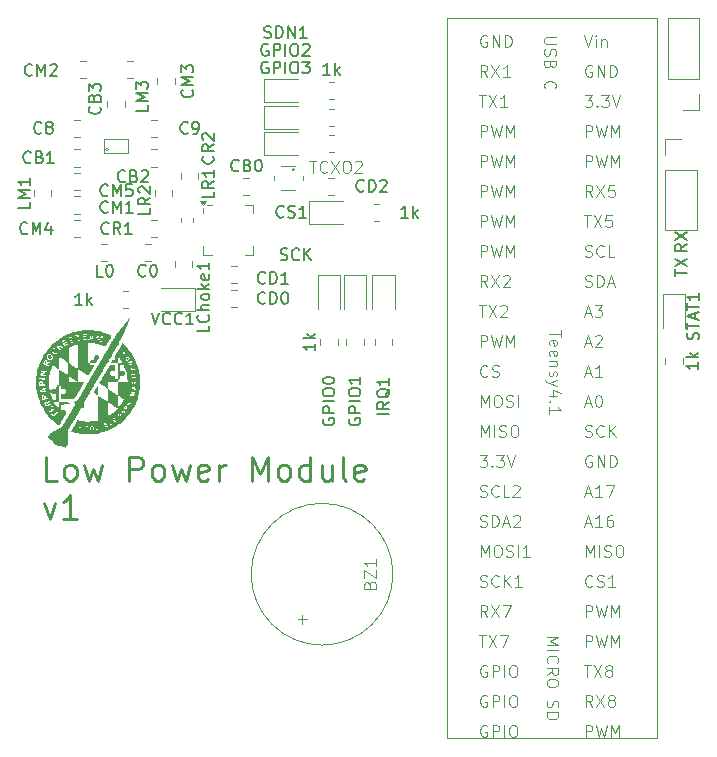
<source format=gbr>
%TF.GenerationSoftware,KiCad,Pcbnew,8.0.2-1*%
%TF.CreationDate,2024-12-19T12:34:36-05:00*%
%TF.ProjectId,low_power_module,6c6f775f-706f-4776-9572-5f6d6f64756c,rev?*%
%TF.SameCoordinates,Original*%
%TF.FileFunction,Legend,Top*%
%TF.FilePolarity,Positive*%
%FSLAX46Y46*%
G04 Gerber Fmt 4.6, Leading zero omitted, Abs format (unit mm)*
G04 Created by KiCad (PCBNEW 8.0.2-1) date 2024-12-19 12:34:36*
%MOMM*%
%LPD*%
G01*
G04 APERTURE LIST*
%ADD10C,0.150000*%
%ADD11C,0.250000*%
%ADD12C,0.100000*%
%ADD13C,0.120000*%
%ADD14C,0.000000*%
G04 APERTURE END LIST*
D10*
X165769819Y-86041792D02*
X165293628Y-86375125D01*
X165769819Y-86613220D02*
X164769819Y-86613220D01*
X164769819Y-86613220D02*
X164769819Y-86232268D01*
X164769819Y-86232268D02*
X164817438Y-86137030D01*
X164817438Y-86137030D02*
X164865057Y-86089411D01*
X164865057Y-86089411D02*
X164960295Y-86041792D01*
X164960295Y-86041792D02*
X165103152Y-86041792D01*
X165103152Y-86041792D02*
X165198390Y-86089411D01*
X165198390Y-86089411D02*
X165246009Y-86137030D01*
X165246009Y-86137030D02*
X165293628Y-86232268D01*
X165293628Y-86232268D02*
X165293628Y-86613220D01*
X164769819Y-85708458D02*
X165769819Y-85041792D01*
X164769819Y-85041792D02*
X165769819Y-85708458D01*
D11*
X112493044Y-106072350D02*
X111540663Y-106072350D01*
X111540663Y-106072350D02*
X111540663Y-104072350D01*
X113445425Y-106072350D02*
X113254949Y-105977112D01*
X113254949Y-105977112D02*
X113159711Y-105881873D01*
X113159711Y-105881873D02*
X113064473Y-105691397D01*
X113064473Y-105691397D02*
X113064473Y-105119969D01*
X113064473Y-105119969D02*
X113159711Y-104929492D01*
X113159711Y-104929492D02*
X113254949Y-104834254D01*
X113254949Y-104834254D02*
X113445425Y-104739016D01*
X113445425Y-104739016D02*
X113731140Y-104739016D01*
X113731140Y-104739016D02*
X113921616Y-104834254D01*
X113921616Y-104834254D02*
X114016854Y-104929492D01*
X114016854Y-104929492D02*
X114112092Y-105119969D01*
X114112092Y-105119969D02*
X114112092Y-105691397D01*
X114112092Y-105691397D02*
X114016854Y-105881873D01*
X114016854Y-105881873D02*
X113921616Y-105977112D01*
X113921616Y-105977112D02*
X113731140Y-106072350D01*
X113731140Y-106072350D02*
X113445425Y-106072350D01*
X114778759Y-104739016D02*
X115159711Y-106072350D01*
X115159711Y-106072350D02*
X115540664Y-105119969D01*
X115540664Y-105119969D02*
X115921616Y-106072350D01*
X115921616Y-106072350D02*
X116302568Y-104739016D01*
X118588283Y-106072350D02*
X118588283Y-104072350D01*
X118588283Y-104072350D02*
X119350188Y-104072350D01*
X119350188Y-104072350D02*
X119540664Y-104167588D01*
X119540664Y-104167588D02*
X119635902Y-104262826D01*
X119635902Y-104262826D02*
X119731140Y-104453302D01*
X119731140Y-104453302D02*
X119731140Y-104739016D01*
X119731140Y-104739016D02*
X119635902Y-104929492D01*
X119635902Y-104929492D02*
X119540664Y-105024731D01*
X119540664Y-105024731D02*
X119350188Y-105119969D01*
X119350188Y-105119969D02*
X118588283Y-105119969D01*
X120873997Y-106072350D02*
X120683521Y-105977112D01*
X120683521Y-105977112D02*
X120588283Y-105881873D01*
X120588283Y-105881873D02*
X120493045Y-105691397D01*
X120493045Y-105691397D02*
X120493045Y-105119969D01*
X120493045Y-105119969D02*
X120588283Y-104929492D01*
X120588283Y-104929492D02*
X120683521Y-104834254D01*
X120683521Y-104834254D02*
X120873997Y-104739016D01*
X120873997Y-104739016D02*
X121159712Y-104739016D01*
X121159712Y-104739016D02*
X121350188Y-104834254D01*
X121350188Y-104834254D02*
X121445426Y-104929492D01*
X121445426Y-104929492D02*
X121540664Y-105119969D01*
X121540664Y-105119969D02*
X121540664Y-105691397D01*
X121540664Y-105691397D02*
X121445426Y-105881873D01*
X121445426Y-105881873D02*
X121350188Y-105977112D01*
X121350188Y-105977112D02*
X121159712Y-106072350D01*
X121159712Y-106072350D02*
X120873997Y-106072350D01*
X122207331Y-104739016D02*
X122588283Y-106072350D01*
X122588283Y-106072350D02*
X122969236Y-105119969D01*
X122969236Y-105119969D02*
X123350188Y-106072350D01*
X123350188Y-106072350D02*
X123731140Y-104739016D01*
X125254950Y-105977112D02*
X125064474Y-106072350D01*
X125064474Y-106072350D02*
X124683521Y-106072350D01*
X124683521Y-106072350D02*
X124493045Y-105977112D01*
X124493045Y-105977112D02*
X124397807Y-105786635D01*
X124397807Y-105786635D02*
X124397807Y-105024731D01*
X124397807Y-105024731D02*
X124493045Y-104834254D01*
X124493045Y-104834254D02*
X124683521Y-104739016D01*
X124683521Y-104739016D02*
X125064474Y-104739016D01*
X125064474Y-104739016D02*
X125254950Y-104834254D01*
X125254950Y-104834254D02*
X125350188Y-105024731D01*
X125350188Y-105024731D02*
X125350188Y-105215207D01*
X125350188Y-105215207D02*
X124397807Y-105405683D01*
X126207331Y-106072350D02*
X126207331Y-104739016D01*
X126207331Y-105119969D02*
X126302569Y-104929492D01*
X126302569Y-104929492D02*
X126397807Y-104834254D01*
X126397807Y-104834254D02*
X126588283Y-104739016D01*
X126588283Y-104739016D02*
X126778760Y-104739016D01*
X128969236Y-106072350D02*
X128969236Y-104072350D01*
X128969236Y-104072350D02*
X129635903Y-105500921D01*
X129635903Y-105500921D02*
X130302569Y-104072350D01*
X130302569Y-104072350D02*
X130302569Y-106072350D01*
X131540664Y-106072350D02*
X131350188Y-105977112D01*
X131350188Y-105977112D02*
X131254950Y-105881873D01*
X131254950Y-105881873D02*
X131159712Y-105691397D01*
X131159712Y-105691397D02*
X131159712Y-105119969D01*
X131159712Y-105119969D02*
X131254950Y-104929492D01*
X131254950Y-104929492D02*
X131350188Y-104834254D01*
X131350188Y-104834254D02*
X131540664Y-104739016D01*
X131540664Y-104739016D02*
X131826379Y-104739016D01*
X131826379Y-104739016D02*
X132016855Y-104834254D01*
X132016855Y-104834254D02*
X132112093Y-104929492D01*
X132112093Y-104929492D02*
X132207331Y-105119969D01*
X132207331Y-105119969D02*
X132207331Y-105691397D01*
X132207331Y-105691397D02*
X132112093Y-105881873D01*
X132112093Y-105881873D02*
X132016855Y-105977112D01*
X132016855Y-105977112D02*
X131826379Y-106072350D01*
X131826379Y-106072350D02*
X131540664Y-106072350D01*
X133921617Y-106072350D02*
X133921617Y-104072350D01*
X133921617Y-105977112D02*
X133731141Y-106072350D01*
X133731141Y-106072350D02*
X133350188Y-106072350D01*
X133350188Y-106072350D02*
X133159712Y-105977112D01*
X133159712Y-105977112D02*
X133064474Y-105881873D01*
X133064474Y-105881873D02*
X132969236Y-105691397D01*
X132969236Y-105691397D02*
X132969236Y-105119969D01*
X132969236Y-105119969D02*
X133064474Y-104929492D01*
X133064474Y-104929492D02*
X133159712Y-104834254D01*
X133159712Y-104834254D02*
X133350188Y-104739016D01*
X133350188Y-104739016D02*
X133731141Y-104739016D01*
X133731141Y-104739016D02*
X133921617Y-104834254D01*
X135731141Y-104739016D02*
X135731141Y-106072350D01*
X134873998Y-104739016D02*
X134873998Y-105786635D01*
X134873998Y-105786635D02*
X134969236Y-105977112D01*
X134969236Y-105977112D02*
X135159712Y-106072350D01*
X135159712Y-106072350D02*
X135445427Y-106072350D01*
X135445427Y-106072350D02*
X135635903Y-105977112D01*
X135635903Y-105977112D02*
X135731141Y-105881873D01*
X136969236Y-106072350D02*
X136778760Y-105977112D01*
X136778760Y-105977112D02*
X136683522Y-105786635D01*
X136683522Y-105786635D02*
X136683522Y-104072350D01*
X138493046Y-105977112D02*
X138302570Y-106072350D01*
X138302570Y-106072350D02*
X137921617Y-106072350D01*
X137921617Y-106072350D02*
X137731141Y-105977112D01*
X137731141Y-105977112D02*
X137635903Y-105786635D01*
X137635903Y-105786635D02*
X137635903Y-105024731D01*
X137635903Y-105024731D02*
X137731141Y-104834254D01*
X137731141Y-104834254D02*
X137921617Y-104739016D01*
X137921617Y-104739016D02*
X138302570Y-104739016D01*
X138302570Y-104739016D02*
X138493046Y-104834254D01*
X138493046Y-104834254D02*
X138588284Y-105024731D01*
X138588284Y-105024731D02*
X138588284Y-105215207D01*
X138588284Y-105215207D02*
X137635903Y-105405683D01*
X111350187Y-107958904D02*
X111826377Y-109292238D01*
X111826377Y-109292238D02*
X112302568Y-107958904D01*
X114112092Y-109292238D02*
X112969235Y-109292238D01*
X113540663Y-109292238D02*
X113540663Y-107292238D01*
X113540663Y-107292238D02*
X113350187Y-107577952D01*
X113350187Y-107577952D02*
X113159711Y-107768428D01*
X113159711Y-107768428D02*
X112969235Y-107863666D01*
D10*
X164769819Y-88756077D02*
X164769819Y-88184649D01*
X165769819Y-88470363D02*
X164769819Y-88470363D01*
X164769819Y-87946553D02*
X165769819Y-87279887D01*
X164769819Y-87279887D02*
X165769819Y-87946553D01*
X131389160Y-87372200D02*
X131532017Y-87419819D01*
X131532017Y-87419819D02*
X131770112Y-87419819D01*
X131770112Y-87419819D02*
X131865350Y-87372200D01*
X131865350Y-87372200D02*
X131912969Y-87324580D01*
X131912969Y-87324580D02*
X131960588Y-87229342D01*
X131960588Y-87229342D02*
X131960588Y-87134104D01*
X131960588Y-87134104D02*
X131912969Y-87038866D01*
X131912969Y-87038866D02*
X131865350Y-86991247D01*
X131865350Y-86991247D02*
X131770112Y-86943628D01*
X131770112Y-86943628D02*
X131579636Y-86896009D01*
X131579636Y-86896009D02*
X131484398Y-86848390D01*
X131484398Y-86848390D02*
X131436779Y-86800771D01*
X131436779Y-86800771D02*
X131389160Y-86705533D01*
X131389160Y-86705533D02*
X131389160Y-86610295D01*
X131389160Y-86610295D02*
X131436779Y-86515057D01*
X131436779Y-86515057D02*
X131484398Y-86467438D01*
X131484398Y-86467438D02*
X131579636Y-86419819D01*
X131579636Y-86419819D02*
X131817731Y-86419819D01*
X131817731Y-86419819D02*
X131960588Y-86467438D01*
X132960588Y-87324580D02*
X132912969Y-87372200D01*
X132912969Y-87372200D02*
X132770112Y-87419819D01*
X132770112Y-87419819D02*
X132674874Y-87419819D01*
X132674874Y-87419819D02*
X132532017Y-87372200D01*
X132532017Y-87372200D02*
X132436779Y-87276961D01*
X132436779Y-87276961D02*
X132389160Y-87181723D01*
X132389160Y-87181723D02*
X132341541Y-86991247D01*
X132341541Y-86991247D02*
X132341541Y-86848390D01*
X132341541Y-86848390D02*
X132389160Y-86657914D01*
X132389160Y-86657914D02*
X132436779Y-86562676D01*
X132436779Y-86562676D02*
X132532017Y-86467438D01*
X132532017Y-86467438D02*
X132674874Y-86419819D01*
X132674874Y-86419819D02*
X132770112Y-86419819D01*
X132770112Y-86419819D02*
X132912969Y-86467438D01*
X132912969Y-86467438D02*
X132960588Y-86515057D01*
X133389160Y-87419819D02*
X133389160Y-86419819D01*
X133960588Y-87419819D02*
X133532017Y-86848390D01*
X133960588Y-86419819D02*
X133389160Y-86991247D01*
X110361904Y-71709580D02*
X110314285Y-71757200D01*
X110314285Y-71757200D02*
X110171428Y-71804819D01*
X110171428Y-71804819D02*
X110076190Y-71804819D01*
X110076190Y-71804819D02*
X109933333Y-71757200D01*
X109933333Y-71757200D02*
X109838095Y-71661961D01*
X109838095Y-71661961D02*
X109790476Y-71566723D01*
X109790476Y-71566723D02*
X109742857Y-71376247D01*
X109742857Y-71376247D02*
X109742857Y-71233390D01*
X109742857Y-71233390D02*
X109790476Y-71042914D01*
X109790476Y-71042914D02*
X109838095Y-70947676D01*
X109838095Y-70947676D02*
X109933333Y-70852438D01*
X109933333Y-70852438D02*
X110076190Y-70804819D01*
X110076190Y-70804819D02*
X110171428Y-70804819D01*
X110171428Y-70804819D02*
X110314285Y-70852438D01*
X110314285Y-70852438D02*
X110361904Y-70900057D01*
X110790476Y-71804819D02*
X110790476Y-70804819D01*
X110790476Y-70804819D02*
X111123809Y-71519104D01*
X111123809Y-71519104D02*
X111457142Y-70804819D01*
X111457142Y-70804819D02*
X111457142Y-71804819D01*
X111885714Y-70900057D02*
X111933333Y-70852438D01*
X111933333Y-70852438D02*
X112028571Y-70804819D01*
X112028571Y-70804819D02*
X112266666Y-70804819D01*
X112266666Y-70804819D02*
X112361904Y-70852438D01*
X112361904Y-70852438D02*
X112409523Y-70900057D01*
X112409523Y-70900057D02*
X112457142Y-70995295D01*
X112457142Y-70995295D02*
X112457142Y-71090533D01*
X112457142Y-71090533D02*
X112409523Y-71233390D01*
X112409523Y-71233390D02*
X111838095Y-71804819D01*
X111838095Y-71804819D02*
X112457142Y-71804819D01*
D12*
X138933609Y-114880952D02*
X138981228Y-114738095D01*
X138981228Y-114738095D02*
X139028847Y-114690476D01*
X139028847Y-114690476D02*
X139124085Y-114642857D01*
X139124085Y-114642857D02*
X139266942Y-114642857D01*
X139266942Y-114642857D02*
X139362180Y-114690476D01*
X139362180Y-114690476D02*
X139409800Y-114738095D01*
X139409800Y-114738095D02*
X139457419Y-114833333D01*
X139457419Y-114833333D02*
X139457419Y-115214285D01*
X139457419Y-115214285D02*
X138457419Y-115214285D01*
X138457419Y-115214285D02*
X138457419Y-114880952D01*
X138457419Y-114880952D02*
X138505038Y-114785714D01*
X138505038Y-114785714D02*
X138552657Y-114738095D01*
X138552657Y-114738095D02*
X138647895Y-114690476D01*
X138647895Y-114690476D02*
X138743133Y-114690476D01*
X138743133Y-114690476D02*
X138838371Y-114738095D01*
X138838371Y-114738095D02*
X138885990Y-114785714D01*
X138885990Y-114785714D02*
X138933609Y-114880952D01*
X138933609Y-114880952D02*
X138933609Y-115214285D01*
X138457419Y-114309523D02*
X138457419Y-113642857D01*
X138457419Y-113642857D02*
X139457419Y-114309523D01*
X139457419Y-114309523D02*
X139457419Y-113642857D01*
X139457419Y-112738095D02*
X139457419Y-113309523D01*
X139457419Y-113023809D02*
X138457419Y-113023809D01*
X138457419Y-113023809D02*
X138600276Y-113119047D01*
X138600276Y-113119047D02*
X138695514Y-113214285D01*
X138695514Y-113214285D02*
X138743133Y-113309523D01*
X133241466Y-118196115D02*
X133241466Y-117434211D01*
X133622419Y-117815163D02*
X132860514Y-117815163D01*
D10*
X118233333Y-80709580D02*
X118185714Y-80757200D01*
X118185714Y-80757200D02*
X118042857Y-80804819D01*
X118042857Y-80804819D02*
X117947619Y-80804819D01*
X117947619Y-80804819D02*
X117804762Y-80757200D01*
X117804762Y-80757200D02*
X117709524Y-80661961D01*
X117709524Y-80661961D02*
X117661905Y-80566723D01*
X117661905Y-80566723D02*
X117614286Y-80376247D01*
X117614286Y-80376247D02*
X117614286Y-80233390D01*
X117614286Y-80233390D02*
X117661905Y-80042914D01*
X117661905Y-80042914D02*
X117709524Y-79947676D01*
X117709524Y-79947676D02*
X117804762Y-79852438D01*
X117804762Y-79852438D02*
X117947619Y-79804819D01*
X117947619Y-79804819D02*
X118042857Y-79804819D01*
X118042857Y-79804819D02*
X118185714Y-79852438D01*
X118185714Y-79852438D02*
X118233333Y-79900057D01*
X118995238Y-80281009D02*
X119138095Y-80328628D01*
X119138095Y-80328628D02*
X119185714Y-80376247D01*
X119185714Y-80376247D02*
X119233333Y-80471485D01*
X119233333Y-80471485D02*
X119233333Y-80614342D01*
X119233333Y-80614342D02*
X119185714Y-80709580D01*
X119185714Y-80709580D02*
X119138095Y-80757200D01*
X119138095Y-80757200D02*
X119042857Y-80804819D01*
X119042857Y-80804819D02*
X118661905Y-80804819D01*
X118661905Y-80804819D02*
X118661905Y-79804819D01*
X118661905Y-79804819D02*
X118995238Y-79804819D01*
X118995238Y-79804819D02*
X119090476Y-79852438D01*
X119090476Y-79852438D02*
X119138095Y-79900057D01*
X119138095Y-79900057D02*
X119185714Y-79995295D01*
X119185714Y-79995295D02*
X119185714Y-80090533D01*
X119185714Y-80090533D02*
X119138095Y-80185771D01*
X119138095Y-80185771D02*
X119090476Y-80233390D01*
X119090476Y-80233390D02*
X118995238Y-80281009D01*
X118995238Y-80281009D02*
X118661905Y-80281009D01*
X119614286Y-79900057D02*
X119661905Y-79852438D01*
X119661905Y-79852438D02*
X119757143Y-79804819D01*
X119757143Y-79804819D02*
X119995238Y-79804819D01*
X119995238Y-79804819D02*
X120090476Y-79852438D01*
X120090476Y-79852438D02*
X120138095Y-79900057D01*
X120138095Y-79900057D02*
X120185714Y-79995295D01*
X120185714Y-79995295D02*
X120185714Y-80090533D01*
X120185714Y-80090533D02*
X120138095Y-80233390D01*
X120138095Y-80233390D02*
X119566667Y-80804819D01*
X119566667Y-80804819D02*
X120185714Y-80804819D01*
X110154819Y-82488095D02*
X110154819Y-82964285D01*
X110154819Y-82964285D02*
X109154819Y-82964285D01*
X110154819Y-82154761D02*
X109154819Y-82154761D01*
X109154819Y-82154761D02*
X109869104Y-81821428D01*
X109869104Y-81821428D02*
X109154819Y-81488095D01*
X109154819Y-81488095D02*
X110154819Y-81488095D01*
X110154819Y-80488095D02*
X110154819Y-81059523D01*
X110154819Y-80773809D02*
X109154819Y-80773809D01*
X109154819Y-80773809D02*
X109297676Y-80869047D01*
X109297676Y-80869047D02*
X109392914Y-80964285D01*
X109392914Y-80964285D02*
X109440533Y-81059523D01*
X131657142Y-83709580D02*
X131609523Y-83757200D01*
X131609523Y-83757200D02*
X131466666Y-83804819D01*
X131466666Y-83804819D02*
X131371428Y-83804819D01*
X131371428Y-83804819D02*
X131228571Y-83757200D01*
X131228571Y-83757200D02*
X131133333Y-83661961D01*
X131133333Y-83661961D02*
X131085714Y-83566723D01*
X131085714Y-83566723D02*
X131038095Y-83376247D01*
X131038095Y-83376247D02*
X131038095Y-83233390D01*
X131038095Y-83233390D02*
X131085714Y-83042914D01*
X131085714Y-83042914D02*
X131133333Y-82947676D01*
X131133333Y-82947676D02*
X131228571Y-82852438D01*
X131228571Y-82852438D02*
X131371428Y-82804819D01*
X131371428Y-82804819D02*
X131466666Y-82804819D01*
X131466666Y-82804819D02*
X131609523Y-82852438D01*
X131609523Y-82852438D02*
X131657142Y-82900057D01*
X132038095Y-83757200D02*
X132180952Y-83804819D01*
X132180952Y-83804819D02*
X132419047Y-83804819D01*
X132419047Y-83804819D02*
X132514285Y-83757200D01*
X132514285Y-83757200D02*
X132561904Y-83709580D01*
X132561904Y-83709580D02*
X132609523Y-83614342D01*
X132609523Y-83614342D02*
X132609523Y-83519104D01*
X132609523Y-83519104D02*
X132561904Y-83423866D01*
X132561904Y-83423866D02*
X132514285Y-83376247D01*
X132514285Y-83376247D02*
X132419047Y-83328628D01*
X132419047Y-83328628D02*
X132228571Y-83281009D01*
X132228571Y-83281009D02*
X132133333Y-83233390D01*
X132133333Y-83233390D02*
X132085714Y-83185771D01*
X132085714Y-83185771D02*
X132038095Y-83090533D01*
X132038095Y-83090533D02*
X132038095Y-82995295D01*
X132038095Y-82995295D02*
X132085714Y-82900057D01*
X132085714Y-82900057D02*
X132133333Y-82852438D01*
X132133333Y-82852438D02*
X132228571Y-82804819D01*
X132228571Y-82804819D02*
X132466666Y-82804819D01*
X132466666Y-82804819D02*
X132609523Y-82852438D01*
X133561904Y-83804819D02*
X132990476Y-83804819D01*
X133276190Y-83804819D02*
X133276190Y-82804819D01*
X133276190Y-82804819D02*
X133180952Y-82947676D01*
X133180952Y-82947676D02*
X133085714Y-83042914D01*
X133085714Y-83042914D02*
X132990476Y-83090533D01*
X142180952Y-83804819D02*
X141609524Y-83804819D01*
X141895238Y-83804819D02*
X141895238Y-82804819D01*
X141895238Y-82804819D02*
X141800000Y-82947676D01*
X141800000Y-82947676D02*
X141704762Y-83042914D01*
X141704762Y-83042914D02*
X141609524Y-83090533D01*
X142609524Y-83804819D02*
X142609524Y-82804819D01*
X142704762Y-83423866D02*
X142990476Y-83804819D01*
X142990476Y-83138152D02*
X142609524Y-83519104D01*
X109961904Y-85109580D02*
X109914285Y-85157200D01*
X109914285Y-85157200D02*
X109771428Y-85204819D01*
X109771428Y-85204819D02*
X109676190Y-85204819D01*
X109676190Y-85204819D02*
X109533333Y-85157200D01*
X109533333Y-85157200D02*
X109438095Y-85061961D01*
X109438095Y-85061961D02*
X109390476Y-84966723D01*
X109390476Y-84966723D02*
X109342857Y-84776247D01*
X109342857Y-84776247D02*
X109342857Y-84633390D01*
X109342857Y-84633390D02*
X109390476Y-84442914D01*
X109390476Y-84442914D02*
X109438095Y-84347676D01*
X109438095Y-84347676D02*
X109533333Y-84252438D01*
X109533333Y-84252438D02*
X109676190Y-84204819D01*
X109676190Y-84204819D02*
X109771428Y-84204819D01*
X109771428Y-84204819D02*
X109914285Y-84252438D01*
X109914285Y-84252438D02*
X109961904Y-84300057D01*
X110390476Y-85204819D02*
X110390476Y-84204819D01*
X110390476Y-84204819D02*
X110723809Y-84919104D01*
X110723809Y-84919104D02*
X111057142Y-84204819D01*
X111057142Y-84204819D02*
X111057142Y-85204819D01*
X111961904Y-84538152D02*
X111961904Y-85204819D01*
X111723809Y-84157200D02*
X111485714Y-84871485D01*
X111485714Y-84871485D02*
X112104761Y-84871485D01*
X120465476Y-91854819D02*
X120798809Y-92854819D01*
X120798809Y-92854819D02*
X121132142Y-91854819D01*
X122036904Y-92759580D02*
X121989285Y-92807200D01*
X121989285Y-92807200D02*
X121846428Y-92854819D01*
X121846428Y-92854819D02*
X121751190Y-92854819D01*
X121751190Y-92854819D02*
X121608333Y-92807200D01*
X121608333Y-92807200D02*
X121513095Y-92711961D01*
X121513095Y-92711961D02*
X121465476Y-92616723D01*
X121465476Y-92616723D02*
X121417857Y-92426247D01*
X121417857Y-92426247D02*
X121417857Y-92283390D01*
X121417857Y-92283390D02*
X121465476Y-92092914D01*
X121465476Y-92092914D02*
X121513095Y-91997676D01*
X121513095Y-91997676D02*
X121608333Y-91902438D01*
X121608333Y-91902438D02*
X121751190Y-91854819D01*
X121751190Y-91854819D02*
X121846428Y-91854819D01*
X121846428Y-91854819D02*
X121989285Y-91902438D01*
X121989285Y-91902438D02*
X122036904Y-91950057D01*
X123036904Y-92759580D02*
X122989285Y-92807200D01*
X122989285Y-92807200D02*
X122846428Y-92854819D01*
X122846428Y-92854819D02*
X122751190Y-92854819D01*
X122751190Y-92854819D02*
X122608333Y-92807200D01*
X122608333Y-92807200D02*
X122513095Y-92711961D01*
X122513095Y-92711961D02*
X122465476Y-92616723D01*
X122465476Y-92616723D02*
X122417857Y-92426247D01*
X122417857Y-92426247D02*
X122417857Y-92283390D01*
X122417857Y-92283390D02*
X122465476Y-92092914D01*
X122465476Y-92092914D02*
X122513095Y-91997676D01*
X122513095Y-91997676D02*
X122608333Y-91902438D01*
X122608333Y-91902438D02*
X122751190Y-91854819D01*
X122751190Y-91854819D02*
X122846428Y-91854819D01*
X122846428Y-91854819D02*
X122989285Y-91902438D01*
X122989285Y-91902438D02*
X123036904Y-91950057D01*
X123989285Y-92854819D02*
X123417857Y-92854819D01*
X123703571Y-92854819D02*
X123703571Y-91854819D01*
X123703571Y-91854819D02*
X123608333Y-91997676D01*
X123608333Y-91997676D02*
X123513095Y-92092914D01*
X123513095Y-92092914D02*
X123417857Y-92140533D01*
X134304819Y-94469047D02*
X134304819Y-95040475D01*
X134304819Y-94754761D02*
X133304819Y-94754761D01*
X133304819Y-94754761D02*
X133447676Y-94849999D01*
X133447676Y-94849999D02*
X133542914Y-94945237D01*
X133542914Y-94945237D02*
X133590533Y-95040475D01*
X134304819Y-94040475D02*
X133304819Y-94040475D01*
X133923866Y-93945237D02*
X134304819Y-93659523D01*
X133638152Y-93659523D02*
X134019104Y-94040475D01*
X166754819Y-96069047D02*
X166754819Y-96640475D01*
X166754819Y-96354761D02*
X165754819Y-96354761D01*
X165754819Y-96354761D02*
X165897676Y-96449999D01*
X165897676Y-96449999D02*
X165992914Y-96545237D01*
X165992914Y-96545237D02*
X166040533Y-96640475D01*
X166754819Y-95640475D02*
X165754819Y-95640475D01*
X166373866Y-95545237D02*
X166754819Y-95259523D01*
X166088152Y-95259523D02*
X166469104Y-95640475D01*
X130083333Y-89309580D02*
X130035714Y-89357200D01*
X130035714Y-89357200D02*
X129892857Y-89404819D01*
X129892857Y-89404819D02*
X129797619Y-89404819D01*
X129797619Y-89404819D02*
X129654762Y-89357200D01*
X129654762Y-89357200D02*
X129559524Y-89261961D01*
X129559524Y-89261961D02*
X129511905Y-89166723D01*
X129511905Y-89166723D02*
X129464286Y-88976247D01*
X129464286Y-88976247D02*
X129464286Y-88833390D01*
X129464286Y-88833390D02*
X129511905Y-88642914D01*
X129511905Y-88642914D02*
X129559524Y-88547676D01*
X129559524Y-88547676D02*
X129654762Y-88452438D01*
X129654762Y-88452438D02*
X129797619Y-88404819D01*
X129797619Y-88404819D02*
X129892857Y-88404819D01*
X129892857Y-88404819D02*
X130035714Y-88452438D01*
X130035714Y-88452438D02*
X130083333Y-88500057D01*
X130511905Y-89404819D02*
X130511905Y-88404819D01*
X130511905Y-88404819D02*
X130750000Y-88404819D01*
X130750000Y-88404819D02*
X130892857Y-88452438D01*
X130892857Y-88452438D02*
X130988095Y-88547676D01*
X130988095Y-88547676D02*
X131035714Y-88642914D01*
X131035714Y-88642914D02*
X131083333Y-88833390D01*
X131083333Y-88833390D02*
X131083333Y-88976247D01*
X131083333Y-88976247D02*
X131035714Y-89166723D01*
X131035714Y-89166723D02*
X130988095Y-89261961D01*
X130988095Y-89261961D02*
X130892857Y-89357200D01*
X130892857Y-89357200D02*
X130750000Y-89404819D01*
X130750000Y-89404819D02*
X130511905Y-89404819D01*
X132035714Y-89404819D02*
X131464286Y-89404819D01*
X131750000Y-89404819D02*
X131750000Y-88404819D01*
X131750000Y-88404819D02*
X131654762Y-88547676D01*
X131654762Y-88547676D02*
X131559524Y-88642914D01*
X131559524Y-88642914D02*
X131464286Y-88690533D01*
X130323809Y-70652438D02*
X130228571Y-70604819D01*
X130228571Y-70604819D02*
X130085714Y-70604819D01*
X130085714Y-70604819D02*
X129942857Y-70652438D01*
X129942857Y-70652438D02*
X129847619Y-70747676D01*
X129847619Y-70747676D02*
X129800000Y-70842914D01*
X129800000Y-70842914D02*
X129752381Y-71033390D01*
X129752381Y-71033390D02*
X129752381Y-71176247D01*
X129752381Y-71176247D02*
X129800000Y-71366723D01*
X129800000Y-71366723D02*
X129847619Y-71461961D01*
X129847619Y-71461961D02*
X129942857Y-71557200D01*
X129942857Y-71557200D02*
X130085714Y-71604819D01*
X130085714Y-71604819D02*
X130180952Y-71604819D01*
X130180952Y-71604819D02*
X130323809Y-71557200D01*
X130323809Y-71557200D02*
X130371428Y-71509580D01*
X130371428Y-71509580D02*
X130371428Y-71176247D01*
X130371428Y-71176247D02*
X130180952Y-71176247D01*
X130800000Y-71604819D02*
X130800000Y-70604819D01*
X130800000Y-70604819D02*
X131180952Y-70604819D01*
X131180952Y-70604819D02*
X131276190Y-70652438D01*
X131276190Y-70652438D02*
X131323809Y-70700057D01*
X131323809Y-70700057D02*
X131371428Y-70795295D01*
X131371428Y-70795295D02*
X131371428Y-70938152D01*
X131371428Y-70938152D02*
X131323809Y-71033390D01*
X131323809Y-71033390D02*
X131276190Y-71081009D01*
X131276190Y-71081009D02*
X131180952Y-71128628D01*
X131180952Y-71128628D02*
X130800000Y-71128628D01*
X131800000Y-71604819D02*
X131800000Y-70604819D01*
X132466666Y-70604819D02*
X132657142Y-70604819D01*
X132657142Y-70604819D02*
X132752380Y-70652438D01*
X132752380Y-70652438D02*
X132847618Y-70747676D01*
X132847618Y-70747676D02*
X132895237Y-70938152D01*
X132895237Y-70938152D02*
X132895237Y-71271485D01*
X132895237Y-71271485D02*
X132847618Y-71461961D01*
X132847618Y-71461961D02*
X132752380Y-71557200D01*
X132752380Y-71557200D02*
X132657142Y-71604819D01*
X132657142Y-71604819D02*
X132466666Y-71604819D01*
X132466666Y-71604819D02*
X132371428Y-71557200D01*
X132371428Y-71557200D02*
X132276190Y-71461961D01*
X132276190Y-71461961D02*
X132228571Y-71271485D01*
X132228571Y-71271485D02*
X132228571Y-70938152D01*
X132228571Y-70938152D02*
X132276190Y-70747676D01*
X132276190Y-70747676D02*
X132371428Y-70652438D01*
X132371428Y-70652438D02*
X132466666Y-70604819D01*
X133228571Y-70604819D02*
X133847618Y-70604819D01*
X133847618Y-70604819D02*
X133514285Y-70985771D01*
X133514285Y-70985771D02*
X133657142Y-70985771D01*
X133657142Y-70985771D02*
X133752380Y-71033390D01*
X133752380Y-71033390D02*
X133799999Y-71081009D01*
X133799999Y-71081009D02*
X133847618Y-71176247D01*
X133847618Y-71176247D02*
X133847618Y-71414342D01*
X133847618Y-71414342D02*
X133799999Y-71509580D01*
X133799999Y-71509580D02*
X133752380Y-71557200D01*
X133752380Y-71557200D02*
X133657142Y-71604819D01*
X133657142Y-71604819D02*
X133371428Y-71604819D01*
X133371428Y-71604819D02*
X133276190Y-71557200D01*
X133276190Y-71557200D02*
X133228571Y-71509580D01*
X130083333Y-91009580D02*
X130035714Y-91057200D01*
X130035714Y-91057200D02*
X129892857Y-91104819D01*
X129892857Y-91104819D02*
X129797619Y-91104819D01*
X129797619Y-91104819D02*
X129654762Y-91057200D01*
X129654762Y-91057200D02*
X129559524Y-90961961D01*
X129559524Y-90961961D02*
X129511905Y-90866723D01*
X129511905Y-90866723D02*
X129464286Y-90676247D01*
X129464286Y-90676247D02*
X129464286Y-90533390D01*
X129464286Y-90533390D02*
X129511905Y-90342914D01*
X129511905Y-90342914D02*
X129559524Y-90247676D01*
X129559524Y-90247676D02*
X129654762Y-90152438D01*
X129654762Y-90152438D02*
X129797619Y-90104819D01*
X129797619Y-90104819D02*
X129892857Y-90104819D01*
X129892857Y-90104819D02*
X130035714Y-90152438D01*
X130035714Y-90152438D02*
X130083333Y-90200057D01*
X130511905Y-91104819D02*
X130511905Y-90104819D01*
X130511905Y-90104819D02*
X130750000Y-90104819D01*
X130750000Y-90104819D02*
X130892857Y-90152438D01*
X130892857Y-90152438D02*
X130988095Y-90247676D01*
X130988095Y-90247676D02*
X131035714Y-90342914D01*
X131035714Y-90342914D02*
X131083333Y-90533390D01*
X131083333Y-90533390D02*
X131083333Y-90676247D01*
X131083333Y-90676247D02*
X131035714Y-90866723D01*
X131035714Y-90866723D02*
X130988095Y-90961961D01*
X130988095Y-90961961D02*
X130892857Y-91057200D01*
X130892857Y-91057200D02*
X130750000Y-91104819D01*
X130750000Y-91104819D02*
X130511905Y-91104819D01*
X131702381Y-90104819D02*
X131797619Y-90104819D01*
X131797619Y-90104819D02*
X131892857Y-90152438D01*
X131892857Y-90152438D02*
X131940476Y-90200057D01*
X131940476Y-90200057D02*
X131988095Y-90295295D01*
X131988095Y-90295295D02*
X132035714Y-90485771D01*
X132035714Y-90485771D02*
X132035714Y-90723866D01*
X132035714Y-90723866D02*
X131988095Y-90914342D01*
X131988095Y-90914342D02*
X131940476Y-91009580D01*
X131940476Y-91009580D02*
X131892857Y-91057200D01*
X131892857Y-91057200D02*
X131797619Y-91104819D01*
X131797619Y-91104819D02*
X131702381Y-91104819D01*
X131702381Y-91104819D02*
X131607143Y-91057200D01*
X131607143Y-91057200D02*
X131559524Y-91009580D01*
X131559524Y-91009580D02*
X131511905Y-90914342D01*
X131511905Y-90914342D02*
X131464286Y-90723866D01*
X131464286Y-90723866D02*
X131464286Y-90485771D01*
X131464286Y-90485771D02*
X131511905Y-90295295D01*
X131511905Y-90295295D02*
X131559524Y-90200057D01*
X131559524Y-90200057D02*
X131607143Y-90152438D01*
X131607143Y-90152438D02*
X131702381Y-90104819D01*
X135580952Y-71704819D02*
X135009524Y-71704819D01*
X135295238Y-71704819D02*
X135295238Y-70704819D01*
X135295238Y-70704819D02*
X135200000Y-70847676D01*
X135200000Y-70847676D02*
X135104762Y-70942914D01*
X135104762Y-70942914D02*
X135009524Y-70990533D01*
X136009524Y-71704819D02*
X136009524Y-70704819D01*
X136104762Y-71323866D02*
X136390476Y-71704819D01*
X136390476Y-71038152D02*
X136009524Y-71419104D01*
X127833333Y-79809580D02*
X127785714Y-79857200D01*
X127785714Y-79857200D02*
X127642857Y-79904819D01*
X127642857Y-79904819D02*
X127547619Y-79904819D01*
X127547619Y-79904819D02*
X127404762Y-79857200D01*
X127404762Y-79857200D02*
X127309524Y-79761961D01*
X127309524Y-79761961D02*
X127261905Y-79666723D01*
X127261905Y-79666723D02*
X127214286Y-79476247D01*
X127214286Y-79476247D02*
X127214286Y-79333390D01*
X127214286Y-79333390D02*
X127261905Y-79142914D01*
X127261905Y-79142914D02*
X127309524Y-79047676D01*
X127309524Y-79047676D02*
X127404762Y-78952438D01*
X127404762Y-78952438D02*
X127547619Y-78904819D01*
X127547619Y-78904819D02*
X127642857Y-78904819D01*
X127642857Y-78904819D02*
X127785714Y-78952438D01*
X127785714Y-78952438D02*
X127833333Y-79000057D01*
X128595238Y-79381009D02*
X128738095Y-79428628D01*
X128738095Y-79428628D02*
X128785714Y-79476247D01*
X128785714Y-79476247D02*
X128833333Y-79571485D01*
X128833333Y-79571485D02*
X128833333Y-79714342D01*
X128833333Y-79714342D02*
X128785714Y-79809580D01*
X128785714Y-79809580D02*
X128738095Y-79857200D01*
X128738095Y-79857200D02*
X128642857Y-79904819D01*
X128642857Y-79904819D02*
X128261905Y-79904819D01*
X128261905Y-79904819D02*
X128261905Y-78904819D01*
X128261905Y-78904819D02*
X128595238Y-78904819D01*
X128595238Y-78904819D02*
X128690476Y-78952438D01*
X128690476Y-78952438D02*
X128738095Y-79000057D01*
X128738095Y-79000057D02*
X128785714Y-79095295D01*
X128785714Y-79095295D02*
X128785714Y-79190533D01*
X128785714Y-79190533D02*
X128738095Y-79285771D01*
X128738095Y-79285771D02*
X128690476Y-79333390D01*
X128690476Y-79333390D02*
X128595238Y-79381009D01*
X128595238Y-79381009D02*
X128261905Y-79381009D01*
X129452381Y-78904819D02*
X129547619Y-78904819D01*
X129547619Y-78904819D02*
X129642857Y-78952438D01*
X129642857Y-78952438D02*
X129690476Y-79000057D01*
X129690476Y-79000057D02*
X129738095Y-79095295D01*
X129738095Y-79095295D02*
X129785714Y-79285771D01*
X129785714Y-79285771D02*
X129785714Y-79523866D01*
X129785714Y-79523866D02*
X129738095Y-79714342D01*
X129738095Y-79714342D02*
X129690476Y-79809580D01*
X129690476Y-79809580D02*
X129642857Y-79857200D01*
X129642857Y-79857200D02*
X129547619Y-79904819D01*
X129547619Y-79904819D02*
X129452381Y-79904819D01*
X129452381Y-79904819D02*
X129357143Y-79857200D01*
X129357143Y-79857200D02*
X129309524Y-79809580D01*
X129309524Y-79809580D02*
X129261905Y-79714342D01*
X129261905Y-79714342D02*
X129214286Y-79523866D01*
X129214286Y-79523866D02*
X129214286Y-79285771D01*
X129214286Y-79285771D02*
X129261905Y-79095295D01*
X129261905Y-79095295D02*
X129309524Y-79000057D01*
X129309524Y-79000057D02*
X129357143Y-78952438D01*
X129357143Y-78952438D02*
X129452381Y-78904819D01*
D12*
X155122580Y-93348571D02*
X155122580Y-93919999D01*
X154122580Y-93634285D02*
X155122580Y-93634285D01*
X154170200Y-94634285D02*
X154122580Y-94539047D01*
X154122580Y-94539047D02*
X154122580Y-94348571D01*
X154122580Y-94348571D02*
X154170200Y-94253333D01*
X154170200Y-94253333D02*
X154265438Y-94205714D01*
X154265438Y-94205714D02*
X154646390Y-94205714D01*
X154646390Y-94205714D02*
X154741628Y-94253333D01*
X154741628Y-94253333D02*
X154789247Y-94348571D01*
X154789247Y-94348571D02*
X154789247Y-94539047D01*
X154789247Y-94539047D02*
X154741628Y-94634285D01*
X154741628Y-94634285D02*
X154646390Y-94681904D01*
X154646390Y-94681904D02*
X154551152Y-94681904D01*
X154551152Y-94681904D02*
X154455914Y-94205714D01*
X154170200Y-95491428D02*
X154122580Y-95396190D01*
X154122580Y-95396190D02*
X154122580Y-95205714D01*
X154122580Y-95205714D02*
X154170200Y-95110476D01*
X154170200Y-95110476D02*
X154265438Y-95062857D01*
X154265438Y-95062857D02*
X154646390Y-95062857D01*
X154646390Y-95062857D02*
X154741628Y-95110476D01*
X154741628Y-95110476D02*
X154789247Y-95205714D01*
X154789247Y-95205714D02*
X154789247Y-95396190D01*
X154789247Y-95396190D02*
X154741628Y-95491428D01*
X154741628Y-95491428D02*
X154646390Y-95539047D01*
X154646390Y-95539047D02*
X154551152Y-95539047D01*
X154551152Y-95539047D02*
X154455914Y-95062857D01*
X154789247Y-95967619D02*
X154122580Y-95967619D01*
X154694009Y-95967619D02*
X154741628Y-96015238D01*
X154741628Y-96015238D02*
X154789247Y-96110476D01*
X154789247Y-96110476D02*
X154789247Y-96253333D01*
X154789247Y-96253333D02*
X154741628Y-96348571D01*
X154741628Y-96348571D02*
X154646390Y-96396190D01*
X154646390Y-96396190D02*
X154122580Y-96396190D01*
X154170200Y-96824762D02*
X154122580Y-96920000D01*
X154122580Y-96920000D02*
X154122580Y-97110476D01*
X154122580Y-97110476D02*
X154170200Y-97205714D01*
X154170200Y-97205714D02*
X154265438Y-97253333D01*
X154265438Y-97253333D02*
X154313057Y-97253333D01*
X154313057Y-97253333D02*
X154408295Y-97205714D01*
X154408295Y-97205714D02*
X154455914Y-97110476D01*
X154455914Y-97110476D02*
X154455914Y-96967619D01*
X154455914Y-96967619D02*
X154503533Y-96872381D01*
X154503533Y-96872381D02*
X154598771Y-96824762D01*
X154598771Y-96824762D02*
X154646390Y-96824762D01*
X154646390Y-96824762D02*
X154741628Y-96872381D01*
X154741628Y-96872381D02*
X154789247Y-96967619D01*
X154789247Y-96967619D02*
X154789247Y-97110476D01*
X154789247Y-97110476D02*
X154741628Y-97205714D01*
X154789247Y-97586667D02*
X154122580Y-97824762D01*
X154789247Y-98062857D02*
X154122580Y-97824762D01*
X154122580Y-97824762D02*
X153884485Y-97729524D01*
X153884485Y-97729524D02*
X153836866Y-97681905D01*
X153836866Y-97681905D02*
X153789247Y-97586667D01*
X154789247Y-98872381D02*
X154122580Y-98872381D01*
X155170200Y-98634286D02*
X154455914Y-98396191D01*
X154455914Y-98396191D02*
X154455914Y-99015238D01*
X154217819Y-99396191D02*
X154170200Y-99443810D01*
X154170200Y-99443810D02*
X154122580Y-99396191D01*
X154122580Y-99396191D02*
X154170200Y-99348572D01*
X154170200Y-99348572D02*
X154217819Y-99396191D01*
X154217819Y-99396191D02*
X154122580Y-99396191D01*
X154122580Y-100396190D02*
X154122580Y-99824762D01*
X154122580Y-100110476D02*
X155122580Y-100110476D01*
X155122580Y-100110476D02*
X154979723Y-100015238D01*
X154979723Y-100015238D02*
X154884485Y-99920000D01*
X154884485Y-99920000D02*
X154836866Y-99824762D01*
X148286265Y-109944800D02*
X148429122Y-109992419D01*
X148429122Y-109992419D02*
X148667217Y-109992419D01*
X148667217Y-109992419D02*
X148762455Y-109944800D01*
X148762455Y-109944800D02*
X148810074Y-109897180D01*
X148810074Y-109897180D02*
X148857693Y-109801942D01*
X148857693Y-109801942D02*
X148857693Y-109706704D01*
X148857693Y-109706704D02*
X148810074Y-109611466D01*
X148810074Y-109611466D02*
X148762455Y-109563847D01*
X148762455Y-109563847D02*
X148667217Y-109516228D01*
X148667217Y-109516228D02*
X148476741Y-109468609D01*
X148476741Y-109468609D02*
X148381503Y-109420990D01*
X148381503Y-109420990D02*
X148333884Y-109373371D01*
X148333884Y-109373371D02*
X148286265Y-109278133D01*
X148286265Y-109278133D02*
X148286265Y-109182895D01*
X148286265Y-109182895D02*
X148333884Y-109087657D01*
X148333884Y-109087657D02*
X148381503Y-109040038D01*
X148381503Y-109040038D02*
X148476741Y-108992419D01*
X148476741Y-108992419D02*
X148714836Y-108992419D01*
X148714836Y-108992419D02*
X148857693Y-109040038D01*
X149286265Y-109992419D02*
X149286265Y-108992419D01*
X149286265Y-108992419D02*
X149524360Y-108992419D01*
X149524360Y-108992419D02*
X149667217Y-109040038D01*
X149667217Y-109040038D02*
X149762455Y-109135276D01*
X149762455Y-109135276D02*
X149810074Y-109230514D01*
X149810074Y-109230514D02*
X149857693Y-109420990D01*
X149857693Y-109420990D02*
X149857693Y-109563847D01*
X149857693Y-109563847D02*
X149810074Y-109754323D01*
X149810074Y-109754323D02*
X149762455Y-109849561D01*
X149762455Y-109849561D02*
X149667217Y-109944800D01*
X149667217Y-109944800D02*
X149524360Y-109992419D01*
X149524360Y-109992419D02*
X149286265Y-109992419D01*
X150238646Y-109706704D02*
X150714836Y-109706704D01*
X150143408Y-109992419D02*
X150476741Y-108992419D01*
X150476741Y-108992419D02*
X150810074Y-109992419D01*
X151095789Y-109087657D02*
X151143408Y-109040038D01*
X151143408Y-109040038D02*
X151238646Y-108992419D01*
X151238646Y-108992419D02*
X151476741Y-108992419D01*
X151476741Y-108992419D02*
X151571979Y-109040038D01*
X151571979Y-109040038D02*
X151619598Y-109087657D01*
X151619598Y-109087657D02*
X151667217Y-109182895D01*
X151667217Y-109182895D02*
X151667217Y-109278133D01*
X151667217Y-109278133D02*
X151619598Y-109420990D01*
X151619598Y-109420990D02*
X151048170Y-109992419D01*
X151048170Y-109992419D02*
X151667217Y-109992419D01*
X148333884Y-79512419D02*
X148333884Y-78512419D01*
X148333884Y-78512419D02*
X148714836Y-78512419D01*
X148714836Y-78512419D02*
X148810074Y-78560038D01*
X148810074Y-78560038D02*
X148857693Y-78607657D01*
X148857693Y-78607657D02*
X148905312Y-78702895D01*
X148905312Y-78702895D02*
X148905312Y-78845752D01*
X148905312Y-78845752D02*
X148857693Y-78940990D01*
X148857693Y-78940990D02*
X148810074Y-78988609D01*
X148810074Y-78988609D02*
X148714836Y-79036228D01*
X148714836Y-79036228D02*
X148333884Y-79036228D01*
X149238646Y-78512419D02*
X149476741Y-79512419D01*
X149476741Y-79512419D02*
X149667217Y-78798133D01*
X149667217Y-78798133D02*
X149857693Y-79512419D01*
X149857693Y-79512419D02*
X150095789Y-78512419D01*
X150476741Y-79512419D02*
X150476741Y-78512419D01*
X150476741Y-78512419D02*
X150810074Y-79226704D01*
X150810074Y-79226704D02*
X151143407Y-78512419D01*
X151143407Y-78512419D02*
X151143407Y-79512419D01*
X157176265Y-102324800D02*
X157319122Y-102372419D01*
X157319122Y-102372419D02*
X157557217Y-102372419D01*
X157557217Y-102372419D02*
X157652455Y-102324800D01*
X157652455Y-102324800D02*
X157700074Y-102277180D01*
X157700074Y-102277180D02*
X157747693Y-102181942D01*
X157747693Y-102181942D02*
X157747693Y-102086704D01*
X157747693Y-102086704D02*
X157700074Y-101991466D01*
X157700074Y-101991466D02*
X157652455Y-101943847D01*
X157652455Y-101943847D02*
X157557217Y-101896228D01*
X157557217Y-101896228D02*
X157366741Y-101848609D01*
X157366741Y-101848609D02*
X157271503Y-101800990D01*
X157271503Y-101800990D02*
X157223884Y-101753371D01*
X157223884Y-101753371D02*
X157176265Y-101658133D01*
X157176265Y-101658133D02*
X157176265Y-101562895D01*
X157176265Y-101562895D02*
X157223884Y-101467657D01*
X157223884Y-101467657D02*
X157271503Y-101420038D01*
X157271503Y-101420038D02*
X157366741Y-101372419D01*
X157366741Y-101372419D02*
X157604836Y-101372419D01*
X157604836Y-101372419D02*
X157747693Y-101420038D01*
X158747693Y-102277180D02*
X158700074Y-102324800D01*
X158700074Y-102324800D02*
X158557217Y-102372419D01*
X158557217Y-102372419D02*
X158461979Y-102372419D01*
X158461979Y-102372419D02*
X158319122Y-102324800D01*
X158319122Y-102324800D02*
X158223884Y-102229561D01*
X158223884Y-102229561D02*
X158176265Y-102134323D01*
X158176265Y-102134323D02*
X158128646Y-101943847D01*
X158128646Y-101943847D02*
X158128646Y-101800990D01*
X158128646Y-101800990D02*
X158176265Y-101610514D01*
X158176265Y-101610514D02*
X158223884Y-101515276D01*
X158223884Y-101515276D02*
X158319122Y-101420038D01*
X158319122Y-101420038D02*
X158461979Y-101372419D01*
X158461979Y-101372419D02*
X158557217Y-101372419D01*
X158557217Y-101372419D02*
X158700074Y-101420038D01*
X158700074Y-101420038D02*
X158747693Y-101467657D01*
X159176265Y-102372419D02*
X159176265Y-101372419D01*
X159747693Y-102372419D02*
X159319122Y-101800990D01*
X159747693Y-101372419D02*
X159176265Y-101943847D01*
X148286265Y-115024800D02*
X148429122Y-115072419D01*
X148429122Y-115072419D02*
X148667217Y-115072419D01*
X148667217Y-115072419D02*
X148762455Y-115024800D01*
X148762455Y-115024800D02*
X148810074Y-114977180D01*
X148810074Y-114977180D02*
X148857693Y-114881942D01*
X148857693Y-114881942D02*
X148857693Y-114786704D01*
X148857693Y-114786704D02*
X148810074Y-114691466D01*
X148810074Y-114691466D02*
X148762455Y-114643847D01*
X148762455Y-114643847D02*
X148667217Y-114596228D01*
X148667217Y-114596228D02*
X148476741Y-114548609D01*
X148476741Y-114548609D02*
X148381503Y-114500990D01*
X148381503Y-114500990D02*
X148333884Y-114453371D01*
X148333884Y-114453371D02*
X148286265Y-114358133D01*
X148286265Y-114358133D02*
X148286265Y-114262895D01*
X148286265Y-114262895D02*
X148333884Y-114167657D01*
X148333884Y-114167657D02*
X148381503Y-114120038D01*
X148381503Y-114120038D02*
X148476741Y-114072419D01*
X148476741Y-114072419D02*
X148714836Y-114072419D01*
X148714836Y-114072419D02*
X148857693Y-114120038D01*
X149857693Y-114977180D02*
X149810074Y-115024800D01*
X149810074Y-115024800D02*
X149667217Y-115072419D01*
X149667217Y-115072419D02*
X149571979Y-115072419D01*
X149571979Y-115072419D02*
X149429122Y-115024800D01*
X149429122Y-115024800D02*
X149333884Y-114929561D01*
X149333884Y-114929561D02*
X149286265Y-114834323D01*
X149286265Y-114834323D02*
X149238646Y-114643847D01*
X149238646Y-114643847D02*
X149238646Y-114500990D01*
X149238646Y-114500990D02*
X149286265Y-114310514D01*
X149286265Y-114310514D02*
X149333884Y-114215276D01*
X149333884Y-114215276D02*
X149429122Y-114120038D01*
X149429122Y-114120038D02*
X149571979Y-114072419D01*
X149571979Y-114072419D02*
X149667217Y-114072419D01*
X149667217Y-114072419D02*
X149810074Y-114120038D01*
X149810074Y-114120038D02*
X149857693Y-114167657D01*
X150286265Y-115072419D02*
X150286265Y-114072419D01*
X150857693Y-115072419D02*
X150429122Y-114500990D01*
X150857693Y-114072419D02*
X150286265Y-114643847D01*
X151810074Y-115072419D02*
X151238646Y-115072419D01*
X151524360Y-115072419D02*
X151524360Y-114072419D01*
X151524360Y-114072419D02*
X151429122Y-114215276D01*
X151429122Y-114215276D02*
X151333884Y-114310514D01*
X151333884Y-114310514D02*
X151238646Y-114358133D01*
X157223884Y-127772419D02*
X157223884Y-126772419D01*
X157223884Y-126772419D02*
X157604836Y-126772419D01*
X157604836Y-126772419D02*
X157700074Y-126820038D01*
X157700074Y-126820038D02*
X157747693Y-126867657D01*
X157747693Y-126867657D02*
X157795312Y-126962895D01*
X157795312Y-126962895D02*
X157795312Y-127105752D01*
X157795312Y-127105752D02*
X157747693Y-127200990D01*
X157747693Y-127200990D02*
X157700074Y-127248609D01*
X157700074Y-127248609D02*
X157604836Y-127296228D01*
X157604836Y-127296228D02*
X157223884Y-127296228D01*
X158128646Y-126772419D02*
X158366741Y-127772419D01*
X158366741Y-127772419D02*
X158557217Y-127058133D01*
X158557217Y-127058133D02*
X158747693Y-127772419D01*
X158747693Y-127772419D02*
X158985789Y-126772419D01*
X159366741Y-127772419D02*
X159366741Y-126772419D01*
X159366741Y-126772419D02*
X159700074Y-127486704D01*
X159700074Y-127486704D02*
X160033407Y-126772419D01*
X160033407Y-126772419D02*
X160033407Y-127772419D01*
X157795312Y-125232419D02*
X157461979Y-124756228D01*
X157223884Y-125232419D02*
X157223884Y-124232419D01*
X157223884Y-124232419D02*
X157604836Y-124232419D01*
X157604836Y-124232419D02*
X157700074Y-124280038D01*
X157700074Y-124280038D02*
X157747693Y-124327657D01*
X157747693Y-124327657D02*
X157795312Y-124422895D01*
X157795312Y-124422895D02*
X157795312Y-124565752D01*
X157795312Y-124565752D02*
X157747693Y-124660990D01*
X157747693Y-124660990D02*
X157700074Y-124708609D01*
X157700074Y-124708609D02*
X157604836Y-124756228D01*
X157604836Y-124756228D02*
X157223884Y-124756228D01*
X158128646Y-124232419D02*
X158795312Y-125232419D01*
X158795312Y-124232419D02*
X158128646Y-125232419D01*
X159319122Y-124660990D02*
X159223884Y-124613371D01*
X159223884Y-124613371D02*
X159176265Y-124565752D01*
X159176265Y-124565752D02*
X159128646Y-124470514D01*
X159128646Y-124470514D02*
X159128646Y-124422895D01*
X159128646Y-124422895D02*
X159176265Y-124327657D01*
X159176265Y-124327657D02*
X159223884Y-124280038D01*
X159223884Y-124280038D02*
X159319122Y-124232419D01*
X159319122Y-124232419D02*
X159509598Y-124232419D01*
X159509598Y-124232419D02*
X159604836Y-124280038D01*
X159604836Y-124280038D02*
X159652455Y-124327657D01*
X159652455Y-124327657D02*
X159700074Y-124422895D01*
X159700074Y-124422895D02*
X159700074Y-124470514D01*
X159700074Y-124470514D02*
X159652455Y-124565752D01*
X159652455Y-124565752D02*
X159604836Y-124613371D01*
X159604836Y-124613371D02*
X159509598Y-124660990D01*
X159509598Y-124660990D02*
X159319122Y-124660990D01*
X159319122Y-124660990D02*
X159223884Y-124708609D01*
X159223884Y-124708609D02*
X159176265Y-124756228D01*
X159176265Y-124756228D02*
X159128646Y-124851466D01*
X159128646Y-124851466D02*
X159128646Y-125041942D01*
X159128646Y-125041942D02*
X159176265Y-125137180D01*
X159176265Y-125137180D02*
X159223884Y-125184800D01*
X159223884Y-125184800D02*
X159319122Y-125232419D01*
X159319122Y-125232419D02*
X159509598Y-125232419D01*
X159509598Y-125232419D02*
X159604836Y-125184800D01*
X159604836Y-125184800D02*
X159652455Y-125137180D01*
X159652455Y-125137180D02*
X159700074Y-125041942D01*
X159700074Y-125041942D02*
X159700074Y-124851466D01*
X159700074Y-124851466D02*
X159652455Y-124756228D01*
X159652455Y-124756228D02*
X159604836Y-124708609D01*
X159604836Y-124708609D02*
X159509598Y-124660990D01*
X148333884Y-82052419D02*
X148333884Y-81052419D01*
X148333884Y-81052419D02*
X148714836Y-81052419D01*
X148714836Y-81052419D02*
X148810074Y-81100038D01*
X148810074Y-81100038D02*
X148857693Y-81147657D01*
X148857693Y-81147657D02*
X148905312Y-81242895D01*
X148905312Y-81242895D02*
X148905312Y-81385752D01*
X148905312Y-81385752D02*
X148857693Y-81480990D01*
X148857693Y-81480990D02*
X148810074Y-81528609D01*
X148810074Y-81528609D02*
X148714836Y-81576228D01*
X148714836Y-81576228D02*
X148333884Y-81576228D01*
X149238646Y-81052419D02*
X149476741Y-82052419D01*
X149476741Y-82052419D02*
X149667217Y-81338133D01*
X149667217Y-81338133D02*
X149857693Y-82052419D01*
X149857693Y-82052419D02*
X150095789Y-81052419D01*
X150476741Y-82052419D02*
X150476741Y-81052419D01*
X150476741Y-81052419D02*
X150810074Y-81766704D01*
X150810074Y-81766704D02*
X151143407Y-81052419D01*
X151143407Y-81052419D02*
X151143407Y-82052419D01*
X148286265Y-107404800D02*
X148429122Y-107452419D01*
X148429122Y-107452419D02*
X148667217Y-107452419D01*
X148667217Y-107452419D02*
X148762455Y-107404800D01*
X148762455Y-107404800D02*
X148810074Y-107357180D01*
X148810074Y-107357180D02*
X148857693Y-107261942D01*
X148857693Y-107261942D02*
X148857693Y-107166704D01*
X148857693Y-107166704D02*
X148810074Y-107071466D01*
X148810074Y-107071466D02*
X148762455Y-107023847D01*
X148762455Y-107023847D02*
X148667217Y-106976228D01*
X148667217Y-106976228D02*
X148476741Y-106928609D01*
X148476741Y-106928609D02*
X148381503Y-106880990D01*
X148381503Y-106880990D02*
X148333884Y-106833371D01*
X148333884Y-106833371D02*
X148286265Y-106738133D01*
X148286265Y-106738133D02*
X148286265Y-106642895D01*
X148286265Y-106642895D02*
X148333884Y-106547657D01*
X148333884Y-106547657D02*
X148381503Y-106500038D01*
X148381503Y-106500038D02*
X148476741Y-106452419D01*
X148476741Y-106452419D02*
X148714836Y-106452419D01*
X148714836Y-106452419D02*
X148857693Y-106500038D01*
X149857693Y-107357180D02*
X149810074Y-107404800D01*
X149810074Y-107404800D02*
X149667217Y-107452419D01*
X149667217Y-107452419D02*
X149571979Y-107452419D01*
X149571979Y-107452419D02*
X149429122Y-107404800D01*
X149429122Y-107404800D02*
X149333884Y-107309561D01*
X149333884Y-107309561D02*
X149286265Y-107214323D01*
X149286265Y-107214323D02*
X149238646Y-107023847D01*
X149238646Y-107023847D02*
X149238646Y-106880990D01*
X149238646Y-106880990D02*
X149286265Y-106690514D01*
X149286265Y-106690514D02*
X149333884Y-106595276D01*
X149333884Y-106595276D02*
X149429122Y-106500038D01*
X149429122Y-106500038D02*
X149571979Y-106452419D01*
X149571979Y-106452419D02*
X149667217Y-106452419D01*
X149667217Y-106452419D02*
X149810074Y-106500038D01*
X149810074Y-106500038D02*
X149857693Y-106547657D01*
X150762455Y-107452419D02*
X150286265Y-107452419D01*
X150286265Y-107452419D02*
X150286265Y-106452419D01*
X151048170Y-106547657D02*
X151095789Y-106500038D01*
X151095789Y-106500038D02*
X151191027Y-106452419D01*
X151191027Y-106452419D02*
X151429122Y-106452419D01*
X151429122Y-106452419D02*
X151524360Y-106500038D01*
X151524360Y-106500038D02*
X151571979Y-106547657D01*
X151571979Y-106547657D02*
X151619598Y-106642895D01*
X151619598Y-106642895D02*
X151619598Y-106738133D01*
X151619598Y-106738133D02*
X151571979Y-106880990D01*
X151571979Y-106880990D02*
X151000551Y-107452419D01*
X151000551Y-107452419D02*
X151619598Y-107452419D01*
X148333884Y-112532419D02*
X148333884Y-111532419D01*
X148333884Y-111532419D02*
X148667217Y-112246704D01*
X148667217Y-112246704D02*
X149000550Y-111532419D01*
X149000550Y-111532419D02*
X149000550Y-112532419D01*
X149667217Y-111532419D02*
X149857693Y-111532419D01*
X149857693Y-111532419D02*
X149952931Y-111580038D01*
X149952931Y-111580038D02*
X150048169Y-111675276D01*
X150048169Y-111675276D02*
X150095788Y-111865752D01*
X150095788Y-111865752D02*
X150095788Y-112199085D01*
X150095788Y-112199085D02*
X150048169Y-112389561D01*
X150048169Y-112389561D02*
X149952931Y-112484800D01*
X149952931Y-112484800D02*
X149857693Y-112532419D01*
X149857693Y-112532419D02*
X149667217Y-112532419D01*
X149667217Y-112532419D02*
X149571979Y-112484800D01*
X149571979Y-112484800D02*
X149476741Y-112389561D01*
X149476741Y-112389561D02*
X149429122Y-112199085D01*
X149429122Y-112199085D02*
X149429122Y-111865752D01*
X149429122Y-111865752D02*
X149476741Y-111675276D01*
X149476741Y-111675276D02*
X149571979Y-111580038D01*
X149571979Y-111580038D02*
X149667217Y-111532419D01*
X150476741Y-112484800D02*
X150619598Y-112532419D01*
X150619598Y-112532419D02*
X150857693Y-112532419D01*
X150857693Y-112532419D02*
X150952931Y-112484800D01*
X150952931Y-112484800D02*
X151000550Y-112437180D01*
X151000550Y-112437180D02*
X151048169Y-112341942D01*
X151048169Y-112341942D02*
X151048169Y-112246704D01*
X151048169Y-112246704D02*
X151000550Y-112151466D01*
X151000550Y-112151466D02*
X150952931Y-112103847D01*
X150952931Y-112103847D02*
X150857693Y-112056228D01*
X150857693Y-112056228D02*
X150667217Y-112008609D01*
X150667217Y-112008609D02*
X150571979Y-111960990D01*
X150571979Y-111960990D02*
X150524360Y-111913371D01*
X150524360Y-111913371D02*
X150476741Y-111818133D01*
X150476741Y-111818133D02*
X150476741Y-111722895D01*
X150476741Y-111722895D02*
X150524360Y-111627657D01*
X150524360Y-111627657D02*
X150571979Y-111580038D01*
X150571979Y-111580038D02*
X150667217Y-111532419D01*
X150667217Y-111532419D02*
X150905312Y-111532419D01*
X150905312Y-111532419D02*
X151048169Y-111580038D01*
X151476741Y-112532419D02*
X151476741Y-111532419D01*
X152476740Y-112532419D02*
X151905312Y-112532419D01*
X152191026Y-112532419D02*
X152191026Y-111532419D01*
X152191026Y-111532419D02*
X152095788Y-111675276D01*
X152095788Y-111675276D02*
X152000550Y-111770514D01*
X152000550Y-111770514D02*
X151905312Y-111818133D01*
X157081027Y-68352419D02*
X157414360Y-69352419D01*
X157414360Y-69352419D02*
X157747693Y-68352419D01*
X158081027Y-69352419D02*
X158081027Y-68685752D01*
X158081027Y-68352419D02*
X158033408Y-68400038D01*
X158033408Y-68400038D02*
X158081027Y-68447657D01*
X158081027Y-68447657D02*
X158128646Y-68400038D01*
X158128646Y-68400038D02*
X158081027Y-68352419D01*
X158081027Y-68352419D02*
X158081027Y-68447657D01*
X158557217Y-68685752D02*
X158557217Y-69352419D01*
X158557217Y-68780990D02*
X158604836Y-68733371D01*
X158604836Y-68733371D02*
X158700074Y-68685752D01*
X158700074Y-68685752D02*
X158842931Y-68685752D01*
X158842931Y-68685752D02*
X158938169Y-68733371D01*
X158938169Y-68733371D02*
X158985788Y-68828609D01*
X158985788Y-68828609D02*
X158985788Y-69352419D01*
X148333884Y-84592419D02*
X148333884Y-83592419D01*
X148333884Y-83592419D02*
X148714836Y-83592419D01*
X148714836Y-83592419D02*
X148810074Y-83640038D01*
X148810074Y-83640038D02*
X148857693Y-83687657D01*
X148857693Y-83687657D02*
X148905312Y-83782895D01*
X148905312Y-83782895D02*
X148905312Y-83925752D01*
X148905312Y-83925752D02*
X148857693Y-84020990D01*
X148857693Y-84020990D02*
X148810074Y-84068609D01*
X148810074Y-84068609D02*
X148714836Y-84116228D01*
X148714836Y-84116228D02*
X148333884Y-84116228D01*
X149238646Y-83592419D02*
X149476741Y-84592419D01*
X149476741Y-84592419D02*
X149667217Y-83878133D01*
X149667217Y-83878133D02*
X149857693Y-84592419D01*
X149857693Y-84592419D02*
X150095789Y-83592419D01*
X150476741Y-84592419D02*
X150476741Y-83592419D01*
X150476741Y-83592419D02*
X150810074Y-84306704D01*
X150810074Y-84306704D02*
X151143407Y-83592419D01*
X151143407Y-83592419D02*
X151143407Y-84592419D01*
X148333884Y-94752419D02*
X148333884Y-93752419D01*
X148333884Y-93752419D02*
X148714836Y-93752419D01*
X148714836Y-93752419D02*
X148810074Y-93800038D01*
X148810074Y-93800038D02*
X148857693Y-93847657D01*
X148857693Y-93847657D02*
X148905312Y-93942895D01*
X148905312Y-93942895D02*
X148905312Y-94085752D01*
X148905312Y-94085752D02*
X148857693Y-94180990D01*
X148857693Y-94180990D02*
X148810074Y-94228609D01*
X148810074Y-94228609D02*
X148714836Y-94276228D01*
X148714836Y-94276228D02*
X148333884Y-94276228D01*
X149238646Y-93752419D02*
X149476741Y-94752419D01*
X149476741Y-94752419D02*
X149667217Y-94038133D01*
X149667217Y-94038133D02*
X149857693Y-94752419D01*
X149857693Y-94752419D02*
X150095789Y-93752419D01*
X150476741Y-94752419D02*
X150476741Y-93752419D01*
X150476741Y-93752419D02*
X150810074Y-94466704D01*
X150810074Y-94466704D02*
X151143407Y-93752419D01*
X151143407Y-93752419D02*
X151143407Y-94752419D01*
X157128646Y-73432419D02*
X157747693Y-73432419D01*
X157747693Y-73432419D02*
X157414360Y-73813371D01*
X157414360Y-73813371D02*
X157557217Y-73813371D01*
X157557217Y-73813371D02*
X157652455Y-73860990D01*
X157652455Y-73860990D02*
X157700074Y-73908609D01*
X157700074Y-73908609D02*
X157747693Y-74003847D01*
X157747693Y-74003847D02*
X157747693Y-74241942D01*
X157747693Y-74241942D02*
X157700074Y-74337180D01*
X157700074Y-74337180D02*
X157652455Y-74384800D01*
X157652455Y-74384800D02*
X157557217Y-74432419D01*
X157557217Y-74432419D02*
X157271503Y-74432419D01*
X157271503Y-74432419D02*
X157176265Y-74384800D01*
X157176265Y-74384800D02*
X157128646Y-74337180D01*
X158176265Y-74337180D02*
X158223884Y-74384800D01*
X158223884Y-74384800D02*
X158176265Y-74432419D01*
X158176265Y-74432419D02*
X158128646Y-74384800D01*
X158128646Y-74384800D02*
X158176265Y-74337180D01*
X158176265Y-74337180D02*
X158176265Y-74432419D01*
X158557217Y-73432419D02*
X159176264Y-73432419D01*
X159176264Y-73432419D02*
X158842931Y-73813371D01*
X158842931Y-73813371D02*
X158985788Y-73813371D01*
X158985788Y-73813371D02*
X159081026Y-73860990D01*
X159081026Y-73860990D02*
X159128645Y-73908609D01*
X159128645Y-73908609D02*
X159176264Y-74003847D01*
X159176264Y-74003847D02*
X159176264Y-74241942D01*
X159176264Y-74241942D02*
X159128645Y-74337180D01*
X159128645Y-74337180D02*
X159081026Y-74384800D01*
X159081026Y-74384800D02*
X158985788Y-74432419D01*
X158985788Y-74432419D02*
X158700074Y-74432419D01*
X158700074Y-74432419D02*
X158604836Y-74384800D01*
X158604836Y-74384800D02*
X158557217Y-74337180D01*
X159461979Y-73432419D02*
X159795312Y-74432419D01*
X159795312Y-74432419D02*
X160128645Y-73432419D01*
X157747693Y-103960038D02*
X157652455Y-103912419D01*
X157652455Y-103912419D02*
X157509598Y-103912419D01*
X157509598Y-103912419D02*
X157366741Y-103960038D01*
X157366741Y-103960038D02*
X157271503Y-104055276D01*
X157271503Y-104055276D02*
X157223884Y-104150514D01*
X157223884Y-104150514D02*
X157176265Y-104340990D01*
X157176265Y-104340990D02*
X157176265Y-104483847D01*
X157176265Y-104483847D02*
X157223884Y-104674323D01*
X157223884Y-104674323D02*
X157271503Y-104769561D01*
X157271503Y-104769561D02*
X157366741Y-104864800D01*
X157366741Y-104864800D02*
X157509598Y-104912419D01*
X157509598Y-104912419D02*
X157604836Y-104912419D01*
X157604836Y-104912419D02*
X157747693Y-104864800D01*
X157747693Y-104864800D02*
X157795312Y-104817180D01*
X157795312Y-104817180D02*
X157795312Y-104483847D01*
X157795312Y-104483847D02*
X157604836Y-104483847D01*
X158223884Y-104912419D02*
X158223884Y-103912419D01*
X158223884Y-103912419D02*
X158795312Y-104912419D01*
X158795312Y-104912419D02*
X158795312Y-103912419D01*
X159271503Y-104912419D02*
X159271503Y-103912419D01*
X159271503Y-103912419D02*
X159509598Y-103912419D01*
X159509598Y-103912419D02*
X159652455Y-103960038D01*
X159652455Y-103960038D02*
X159747693Y-104055276D01*
X159747693Y-104055276D02*
X159795312Y-104150514D01*
X159795312Y-104150514D02*
X159842931Y-104340990D01*
X159842931Y-104340990D02*
X159842931Y-104483847D01*
X159842931Y-104483847D02*
X159795312Y-104674323D01*
X159795312Y-104674323D02*
X159747693Y-104769561D01*
X159747693Y-104769561D02*
X159652455Y-104864800D01*
X159652455Y-104864800D02*
X159509598Y-104912419D01*
X159509598Y-104912419D02*
X159271503Y-104912419D01*
X157081027Y-83592419D02*
X157652455Y-83592419D01*
X157366741Y-84592419D02*
X157366741Y-83592419D01*
X157890551Y-83592419D02*
X158557217Y-84592419D01*
X158557217Y-83592419D02*
X157890551Y-84592419D01*
X159414360Y-83592419D02*
X158938170Y-83592419D01*
X158938170Y-83592419D02*
X158890551Y-84068609D01*
X158890551Y-84068609D02*
X158938170Y-84020990D01*
X158938170Y-84020990D02*
X159033408Y-83973371D01*
X159033408Y-83973371D02*
X159271503Y-83973371D01*
X159271503Y-83973371D02*
X159366741Y-84020990D01*
X159366741Y-84020990D02*
X159414360Y-84068609D01*
X159414360Y-84068609D02*
X159461979Y-84163847D01*
X159461979Y-84163847D02*
X159461979Y-84401942D01*
X159461979Y-84401942D02*
X159414360Y-84497180D01*
X159414360Y-84497180D02*
X159366741Y-84544800D01*
X159366741Y-84544800D02*
X159271503Y-84592419D01*
X159271503Y-84592419D02*
X159033408Y-84592419D01*
X159033408Y-84592419D02*
X158938170Y-84544800D01*
X158938170Y-84544800D02*
X158890551Y-84497180D01*
X148905312Y-71892419D02*
X148571979Y-71416228D01*
X148333884Y-71892419D02*
X148333884Y-70892419D01*
X148333884Y-70892419D02*
X148714836Y-70892419D01*
X148714836Y-70892419D02*
X148810074Y-70940038D01*
X148810074Y-70940038D02*
X148857693Y-70987657D01*
X148857693Y-70987657D02*
X148905312Y-71082895D01*
X148905312Y-71082895D02*
X148905312Y-71225752D01*
X148905312Y-71225752D02*
X148857693Y-71320990D01*
X148857693Y-71320990D02*
X148810074Y-71368609D01*
X148810074Y-71368609D02*
X148714836Y-71416228D01*
X148714836Y-71416228D02*
X148333884Y-71416228D01*
X149238646Y-70892419D02*
X149905312Y-71892419D01*
X149905312Y-70892419D02*
X149238646Y-71892419D01*
X150810074Y-71892419D02*
X150238646Y-71892419D01*
X150524360Y-71892419D02*
X150524360Y-70892419D01*
X150524360Y-70892419D02*
X150429122Y-71035276D01*
X150429122Y-71035276D02*
X150333884Y-71130514D01*
X150333884Y-71130514D02*
X150238646Y-71178133D01*
X157176265Y-109706704D02*
X157652455Y-109706704D01*
X157081027Y-109992419D02*
X157414360Y-108992419D01*
X157414360Y-108992419D02*
X157747693Y-109992419D01*
X158604836Y-109992419D02*
X158033408Y-109992419D01*
X158319122Y-109992419D02*
X158319122Y-108992419D01*
X158319122Y-108992419D02*
X158223884Y-109135276D01*
X158223884Y-109135276D02*
X158128646Y-109230514D01*
X158128646Y-109230514D02*
X158033408Y-109278133D01*
X159461979Y-108992419D02*
X159271503Y-108992419D01*
X159271503Y-108992419D02*
X159176265Y-109040038D01*
X159176265Y-109040038D02*
X159128646Y-109087657D01*
X159128646Y-109087657D02*
X159033408Y-109230514D01*
X159033408Y-109230514D02*
X158985789Y-109420990D01*
X158985789Y-109420990D02*
X158985789Y-109801942D01*
X158985789Y-109801942D02*
X159033408Y-109897180D01*
X159033408Y-109897180D02*
X159081027Y-109944800D01*
X159081027Y-109944800D02*
X159176265Y-109992419D01*
X159176265Y-109992419D02*
X159366741Y-109992419D01*
X159366741Y-109992419D02*
X159461979Y-109944800D01*
X159461979Y-109944800D02*
X159509598Y-109897180D01*
X159509598Y-109897180D02*
X159557217Y-109801942D01*
X159557217Y-109801942D02*
X159557217Y-109563847D01*
X159557217Y-109563847D02*
X159509598Y-109468609D01*
X159509598Y-109468609D02*
X159461979Y-109420990D01*
X159461979Y-109420990D02*
X159366741Y-109373371D01*
X159366741Y-109373371D02*
X159176265Y-109373371D01*
X159176265Y-109373371D02*
X159081027Y-109420990D01*
X159081027Y-109420990D02*
X159033408Y-109468609D01*
X159033408Y-109468609D02*
X158985789Y-109563847D01*
X157176265Y-91926704D02*
X157652455Y-91926704D01*
X157081027Y-92212419D02*
X157414360Y-91212419D01*
X157414360Y-91212419D02*
X157747693Y-92212419D01*
X157985789Y-91212419D02*
X158604836Y-91212419D01*
X158604836Y-91212419D02*
X158271503Y-91593371D01*
X158271503Y-91593371D02*
X158414360Y-91593371D01*
X158414360Y-91593371D02*
X158509598Y-91640990D01*
X158509598Y-91640990D02*
X158557217Y-91688609D01*
X158557217Y-91688609D02*
X158604836Y-91783847D01*
X158604836Y-91783847D02*
X158604836Y-92021942D01*
X158604836Y-92021942D02*
X158557217Y-92117180D01*
X158557217Y-92117180D02*
X158509598Y-92164800D01*
X158509598Y-92164800D02*
X158414360Y-92212419D01*
X158414360Y-92212419D02*
X158128646Y-92212419D01*
X158128646Y-92212419D02*
X158033408Y-92164800D01*
X158033408Y-92164800D02*
X157985789Y-92117180D01*
X148857693Y-121740038D02*
X148762455Y-121692419D01*
X148762455Y-121692419D02*
X148619598Y-121692419D01*
X148619598Y-121692419D02*
X148476741Y-121740038D01*
X148476741Y-121740038D02*
X148381503Y-121835276D01*
X148381503Y-121835276D02*
X148333884Y-121930514D01*
X148333884Y-121930514D02*
X148286265Y-122120990D01*
X148286265Y-122120990D02*
X148286265Y-122263847D01*
X148286265Y-122263847D02*
X148333884Y-122454323D01*
X148333884Y-122454323D02*
X148381503Y-122549561D01*
X148381503Y-122549561D02*
X148476741Y-122644800D01*
X148476741Y-122644800D02*
X148619598Y-122692419D01*
X148619598Y-122692419D02*
X148714836Y-122692419D01*
X148714836Y-122692419D02*
X148857693Y-122644800D01*
X148857693Y-122644800D02*
X148905312Y-122597180D01*
X148905312Y-122597180D02*
X148905312Y-122263847D01*
X148905312Y-122263847D02*
X148714836Y-122263847D01*
X149333884Y-122692419D02*
X149333884Y-121692419D01*
X149333884Y-121692419D02*
X149714836Y-121692419D01*
X149714836Y-121692419D02*
X149810074Y-121740038D01*
X149810074Y-121740038D02*
X149857693Y-121787657D01*
X149857693Y-121787657D02*
X149905312Y-121882895D01*
X149905312Y-121882895D02*
X149905312Y-122025752D01*
X149905312Y-122025752D02*
X149857693Y-122120990D01*
X149857693Y-122120990D02*
X149810074Y-122168609D01*
X149810074Y-122168609D02*
X149714836Y-122216228D01*
X149714836Y-122216228D02*
X149333884Y-122216228D01*
X150333884Y-122692419D02*
X150333884Y-121692419D01*
X151000550Y-121692419D02*
X151191026Y-121692419D01*
X151191026Y-121692419D02*
X151286264Y-121740038D01*
X151286264Y-121740038D02*
X151381502Y-121835276D01*
X151381502Y-121835276D02*
X151429121Y-122025752D01*
X151429121Y-122025752D02*
X151429121Y-122359085D01*
X151429121Y-122359085D02*
X151381502Y-122549561D01*
X151381502Y-122549561D02*
X151286264Y-122644800D01*
X151286264Y-122644800D02*
X151191026Y-122692419D01*
X151191026Y-122692419D02*
X151000550Y-122692419D01*
X151000550Y-122692419D02*
X150905312Y-122644800D01*
X150905312Y-122644800D02*
X150810074Y-122549561D01*
X150810074Y-122549561D02*
X150762455Y-122359085D01*
X150762455Y-122359085D02*
X150762455Y-122025752D01*
X150762455Y-122025752D02*
X150810074Y-121835276D01*
X150810074Y-121835276D02*
X150905312Y-121740038D01*
X150905312Y-121740038D02*
X151000550Y-121692419D01*
X157223884Y-112532419D02*
X157223884Y-111532419D01*
X157223884Y-111532419D02*
X157557217Y-112246704D01*
X157557217Y-112246704D02*
X157890550Y-111532419D01*
X157890550Y-111532419D02*
X157890550Y-112532419D01*
X158366741Y-112532419D02*
X158366741Y-111532419D01*
X158795312Y-112484800D02*
X158938169Y-112532419D01*
X158938169Y-112532419D02*
X159176264Y-112532419D01*
X159176264Y-112532419D02*
X159271502Y-112484800D01*
X159271502Y-112484800D02*
X159319121Y-112437180D01*
X159319121Y-112437180D02*
X159366740Y-112341942D01*
X159366740Y-112341942D02*
X159366740Y-112246704D01*
X159366740Y-112246704D02*
X159319121Y-112151466D01*
X159319121Y-112151466D02*
X159271502Y-112103847D01*
X159271502Y-112103847D02*
X159176264Y-112056228D01*
X159176264Y-112056228D02*
X158985788Y-112008609D01*
X158985788Y-112008609D02*
X158890550Y-111960990D01*
X158890550Y-111960990D02*
X158842931Y-111913371D01*
X158842931Y-111913371D02*
X158795312Y-111818133D01*
X158795312Y-111818133D02*
X158795312Y-111722895D01*
X158795312Y-111722895D02*
X158842931Y-111627657D01*
X158842931Y-111627657D02*
X158890550Y-111580038D01*
X158890550Y-111580038D02*
X158985788Y-111532419D01*
X158985788Y-111532419D02*
X159223883Y-111532419D01*
X159223883Y-111532419D02*
X159366740Y-111580038D01*
X159985788Y-111532419D02*
X160176264Y-111532419D01*
X160176264Y-111532419D02*
X160271502Y-111580038D01*
X160271502Y-111580038D02*
X160366740Y-111675276D01*
X160366740Y-111675276D02*
X160414359Y-111865752D01*
X160414359Y-111865752D02*
X160414359Y-112199085D01*
X160414359Y-112199085D02*
X160366740Y-112389561D01*
X160366740Y-112389561D02*
X160271502Y-112484800D01*
X160271502Y-112484800D02*
X160176264Y-112532419D01*
X160176264Y-112532419D02*
X159985788Y-112532419D01*
X159985788Y-112532419D02*
X159890550Y-112484800D01*
X159890550Y-112484800D02*
X159795312Y-112389561D01*
X159795312Y-112389561D02*
X159747693Y-112199085D01*
X159747693Y-112199085D02*
X159747693Y-111865752D01*
X159747693Y-111865752D02*
X159795312Y-111675276D01*
X159795312Y-111675276D02*
X159890550Y-111580038D01*
X159890550Y-111580038D02*
X159985788Y-111532419D01*
X157795312Y-82052419D02*
X157461979Y-81576228D01*
X157223884Y-82052419D02*
X157223884Y-81052419D01*
X157223884Y-81052419D02*
X157604836Y-81052419D01*
X157604836Y-81052419D02*
X157700074Y-81100038D01*
X157700074Y-81100038D02*
X157747693Y-81147657D01*
X157747693Y-81147657D02*
X157795312Y-81242895D01*
X157795312Y-81242895D02*
X157795312Y-81385752D01*
X157795312Y-81385752D02*
X157747693Y-81480990D01*
X157747693Y-81480990D02*
X157700074Y-81528609D01*
X157700074Y-81528609D02*
X157604836Y-81576228D01*
X157604836Y-81576228D02*
X157223884Y-81576228D01*
X158128646Y-81052419D02*
X158795312Y-82052419D01*
X158795312Y-81052419D02*
X158128646Y-82052419D01*
X159652455Y-81052419D02*
X159176265Y-81052419D01*
X159176265Y-81052419D02*
X159128646Y-81528609D01*
X159128646Y-81528609D02*
X159176265Y-81480990D01*
X159176265Y-81480990D02*
X159271503Y-81433371D01*
X159271503Y-81433371D02*
X159509598Y-81433371D01*
X159509598Y-81433371D02*
X159604836Y-81480990D01*
X159604836Y-81480990D02*
X159652455Y-81528609D01*
X159652455Y-81528609D02*
X159700074Y-81623847D01*
X159700074Y-81623847D02*
X159700074Y-81861942D01*
X159700074Y-81861942D02*
X159652455Y-81957180D01*
X159652455Y-81957180D02*
X159604836Y-82004800D01*
X159604836Y-82004800D02*
X159509598Y-82052419D01*
X159509598Y-82052419D02*
X159271503Y-82052419D01*
X159271503Y-82052419D02*
X159176265Y-82004800D01*
X159176265Y-82004800D02*
X159128646Y-81957180D01*
X157795312Y-114977180D02*
X157747693Y-115024800D01*
X157747693Y-115024800D02*
X157604836Y-115072419D01*
X157604836Y-115072419D02*
X157509598Y-115072419D01*
X157509598Y-115072419D02*
X157366741Y-115024800D01*
X157366741Y-115024800D02*
X157271503Y-114929561D01*
X157271503Y-114929561D02*
X157223884Y-114834323D01*
X157223884Y-114834323D02*
X157176265Y-114643847D01*
X157176265Y-114643847D02*
X157176265Y-114500990D01*
X157176265Y-114500990D02*
X157223884Y-114310514D01*
X157223884Y-114310514D02*
X157271503Y-114215276D01*
X157271503Y-114215276D02*
X157366741Y-114120038D01*
X157366741Y-114120038D02*
X157509598Y-114072419D01*
X157509598Y-114072419D02*
X157604836Y-114072419D01*
X157604836Y-114072419D02*
X157747693Y-114120038D01*
X157747693Y-114120038D02*
X157795312Y-114167657D01*
X158176265Y-115024800D02*
X158319122Y-115072419D01*
X158319122Y-115072419D02*
X158557217Y-115072419D01*
X158557217Y-115072419D02*
X158652455Y-115024800D01*
X158652455Y-115024800D02*
X158700074Y-114977180D01*
X158700074Y-114977180D02*
X158747693Y-114881942D01*
X158747693Y-114881942D02*
X158747693Y-114786704D01*
X158747693Y-114786704D02*
X158700074Y-114691466D01*
X158700074Y-114691466D02*
X158652455Y-114643847D01*
X158652455Y-114643847D02*
X158557217Y-114596228D01*
X158557217Y-114596228D02*
X158366741Y-114548609D01*
X158366741Y-114548609D02*
X158271503Y-114500990D01*
X158271503Y-114500990D02*
X158223884Y-114453371D01*
X158223884Y-114453371D02*
X158176265Y-114358133D01*
X158176265Y-114358133D02*
X158176265Y-114262895D01*
X158176265Y-114262895D02*
X158223884Y-114167657D01*
X158223884Y-114167657D02*
X158271503Y-114120038D01*
X158271503Y-114120038D02*
X158366741Y-114072419D01*
X158366741Y-114072419D02*
X158604836Y-114072419D01*
X158604836Y-114072419D02*
X158747693Y-114120038D01*
X159700074Y-115072419D02*
X159128646Y-115072419D01*
X159414360Y-115072419D02*
X159414360Y-114072419D01*
X159414360Y-114072419D02*
X159319122Y-114215276D01*
X159319122Y-114215276D02*
X159223884Y-114310514D01*
X159223884Y-114310514D02*
X159128646Y-114358133D01*
X148191027Y-119152419D02*
X148762455Y-119152419D01*
X148476741Y-120152419D02*
X148476741Y-119152419D01*
X149000551Y-119152419D02*
X149667217Y-120152419D01*
X149667217Y-119152419D02*
X149000551Y-120152419D01*
X149952932Y-119152419D02*
X150619598Y-119152419D01*
X150619598Y-119152419D02*
X150191027Y-120152419D01*
X148905312Y-89672419D02*
X148571979Y-89196228D01*
X148333884Y-89672419D02*
X148333884Y-88672419D01*
X148333884Y-88672419D02*
X148714836Y-88672419D01*
X148714836Y-88672419D02*
X148810074Y-88720038D01*
X148810074Y-88720038D02*
X148857693Y-88767657D01*
X148857693Y-88767657D02*
X148905312Y-88862895D01*
X148905312Y-88862895D02*
X148905312Y-89005752D01*
X148905312Y-89005752D02*
X148857693Y-89100990D01*
X148857693Y-89100990D02*
X148810074Y-89148609D01*
X148810074Y-89148609D02*
X148714836Y-89196228D01*
X148714836Y-89196228D02*
X148333884Y-89196228D01*
X149238646Y-88672419D02*
X149905312Y-89672419D01*
X149905312Y-88672419D02*
X149238646Y-89672419D01*
X150238646Y-88767657D02*
X150286265Y-88720038D01*
X150286265Y-88720038D02*
X150381503Y-88672419D01*
X150381503Y-88672419D02*
X150619598Y-88672419D01*
X150619598Y-88672419D02*
X150714836Y-88720038D01*
X150714836Y-88720038D02*
X150762455Y-88767657D01*
X150762455Y-88767657D02*
X150810074Y-88862895D01*
X150810074Y-88862895D02*
X150810074Y-88958133D01*
X150810074Y-88958133D02*
X150762455Y-89100990D01*
X150762455Y-89100990D02*
X150191027Y-89672419D01*
X150191027Y-89672419D02*
X150810074Y-89672419D01*
X148905312Y-117612419D02*
X148571979Y-117136228D01*
X148333884Y-117612419D02*
X148333884Y-116612419D01*
X148333884Y-116612419D02*
X148714836Y-116612419D01*
X148714836Y-116612419D02*
X148810074Y-116660038D01*
X148810074Y-116660038D02*
X148857693Y-116707657D01*
X148857693Y-116707657D02*
X148905312Y-116802895D01*
X148905312Y-116802895D02*
X148905312Y-116945752D01*
X148905312Y-116945752D02*
X148857693Y-117040990D01*
X148857693Y-117040990D02*
X148810074Y-117088609D01*
X148810074Y-117088609D02*
X148714836Y-117136228D01*
X148714836Y-117136228D02*
X148333884Y-117136228D01*
X149238646Y-116612419D02*
X149905312Y-117612419D01*
X149905312Y-116612419D02*
X149238646Y-117612419D01*
X150191027Y-116612419D02*
X150857693Y-116612419D01*
X150857693Y-116612419D02*
X150429122Y-117612419D01*
X157176265Y-107166704D02*
X157652455Y-107166704D01*
X157081027Y-107452419D02*
X157414360Y-106452419D01*
X157414360Y-106452419D02*
X157747693Y-107452419D01*
X158604836Y-107452419D02*
X158033408Y-107452419D01*
X158319122Y-107452419D02*
X158319122Y-106452419D01*
X158319122Y-106452419D02*
X158223884Y-106595276D01*
X158223884Y-106595276D02*
X158128646Y-106690514D01*
X158128646Y-106690514D02*
X158033408Y-106738133D01*
X158938170Y-106452419D02*
X159604836Y-106452419D01*
X159604836Y-106452419D02*
X159176265Y-107452419D01*
X148857693Y-124280038D02*
X148762455Y-124232419D01*
X148762455Y-124232419D02*
X148619598Y-124232419D01*
X148619598Y-124232419D02*
X148476741Y-124280038D01*
X148476741Y-124280038D02*
X148381503Y-124375276D01*
X148381503Y-124375276D02*
X148333884Y-124470514D01*
X148333884Y-124470514D02*
X148286265Y-124660990D01*
X148286265Y-124660990D02*
X148286265Y-124803847D01*
X148286265Y-124803847D02*
X148333884Y-124994323D01*
X148333884Y-124994323D02*
X148381503Y-125089561D01*
X148381503Y-125089561D02*
X148476741Y-125184800D01*
X148476741Y-125184800D02*
X148619598Y-125232419D01*
X148619598Y-125232419D02*
X148714836Y-125232419D01*
X148714836Y-125232419D02*
X148857693Y-125184800D01*
X148857693Y-125184800D02*
X148905312Y-125137180D01*
X148905312Y-125137180D02*
X148905312Y-124803847D01*
X148905312Y-124803847D02*
X148714836Y-124803847D01*
X149333884Y-125232419D02*
X149333884Y-124232419D01*
X149333884Y-124232419D02*
X149714836Y-124232419D01*
X149714836Y-124232419D02*
X149810074Y-124280038D01*
X149810074Y-124280038D02*
X149857693Y-124327657D01*
X149857693Y-124327657D02*
X149905312Y-124422895D01*
X149905312Y-124422895D02*
X149905312Y-124565752D01*
X149905312Y-124565752D02*
X149857693Y-124660990D01*
X149857693Y-124660990D02*
X149810074Y-124708609D01*
X149810074Y-124708609D02*
X149714836Y-124756228D01*
X149714836Y-124756228D02*
X149333884Y-124756228D01*
X150333884Y-125232419D02*
X150333884Y-124232419D01*
X151000550Y-124232419D02*
X151191026Y-124232419D01*
X151191026Y-124232419D02*
X151286264Y-124280038D01*
X151286264Y-124280038D02*
X151381502Y-124375276D01*
X151381502Y-124375276D02*
X151429121Y-124565752D01*
X151429121Y-124565752D02*
X151429121Y-124899085D01*
X151429121Y-124899085D02*
X151381502Y-125089561D01*
X151381502Y-125089561D02*
X151286264Y-125184800D01*
X151286264Y-125184800D02*
X151191026Y-125232419D01*
X151191026Y-125232419D02*
X151000550Y-125232419D01*
X151000550Y-125232419D02*
X150905312Y-125184800D01*
X150905312Y-125184800D02*
X150810074Y-125089561D01*
X150810074Y-125089561D02*
X150762455Y-124899085D01*
X150762455Y-124899085D02*
X150762455Y-124565752D01*
X150762455Y-124565752D02*
X150810074Y-124375276D01*
X150810074Y-124375276D02*
X150905312Y-124280038D01*
X150905312Y-124280038D02*
X151000550Y-124232419D01*
X148191027Y-91212419D02*
X148762455Y-91212419D01*
X148476741Y-92212419D02*
X148476741Y-91212419D01*
X149000551Y-91212419D02*
X149667217Y-92212419D01*
X149667217Y-91212419D02*
X149000551Y-92212419D01*
X150000551Y-91307657D02*
X150048170Y-91260038D01*
X150048170Y-91260038D02*
X150143408Y-91212419D01*
X150143408Y-91212419D02*
X150381503Y-91212419D01*
X150381503Y-91212419D02*
X150476741Y-91260038D01*
X150476741Y-91260038D02*
X150524360Y-91307657D01*
X150524360Y-91307657D02*
X150571979Y-91402895D01*
X150571979Y-91402895D02*
X150571979Y-91498133D01*
X150571979Y-91498133D02*
X150524360Y-91640990D01*
X150524360Y-91640990D02*
X149952932Y-92212419D01*
X149952932Y-92212419D02*
X150571979Y-92212419D01*
X157223884Y-79512419D02*
X157223884Y-78512419D01*
X157223884Y-78512419D02*
X157604836Y-78512419D01*
X157604836Y-78512419D02*
X157700074Y-78560038D01*
X157700074Y-78560038D02*
X157747693Y-78607657D01*
X157747693Y-78607657D02*
X157795312Y-78702895D01*
X157795312Y-78702895D02*
X157795312Y-78845752D01*
X157795312Y-78845752D02*
X157747693Y-78940990D01*
X157747693Y-78940990D02*
X157700074Y-78988609D01*
X157700074Y-78988609D02*
X157604836Y-79036228D01*
X157604836Y-79036228D02*
X157223884Y-79036228D01*
X158128646Y-78512419D02*
X158366741Y-79512419D01*
X158366741Y-79512419D02*
X158557217Y-78798133D01*
X158557217Y-78798133D02*
X158747693Y-79512419D01*
X158747693Y-79512419D02*
X158985789Y-78512419D01*
X159366741Y-79512419D02*
X159366741Y-78512419D01*
X159366741Y-78512419D02*
X159700074Y-79226704D01*
X159700074Y-79226704D02*
X160033407Y-78512419D01*
X160033407Y-78512419D02*
X160033407Y-79512419D01*
X148905312Y-97197180D02*
X148857693Y-97244800D01*
X148857693Y-97244800D02*
X148714836Y-97292419D01*
X148714836Y-97292419D02*
X148619598Y-97292419D01*
X148619598Y-97292419D02*
X148476741Y-97244800D01*
X148476741Y-97244800D02*
X148381503Y-97149561D01*
X148381503Y-97149561D02*
X148333884Y-97054323D01*
X148333884Y-97054323D02*
X148286265Y-96863847D01*
X148286265Y-96863847D02*
X148286265Y-96720990D01*
X148286265Y-96720990D02*
X148333884Y-96530514D01*
X148333884Y-96530514D02*
X148381503Y-96435276D01*
X148381503Y-96435276D02*
X148476741Y-96340038D01*
X148476741Y-96340038D02*
X148619598Y-96292419D01*
X148619598Y-96292419D02*
X148714836Y-96292419D01*
X148714836Y-96292419D02*
X148857693Y-96340038D01*
X148857693Y-96340038D02*
X148905312Y-96387657D01*
X149286265Y-97244800D02*
X149429122Y-97292419D01*
X149429122Y-97292419D02*
X149667217Y-97292419D01*
X149667217Y-97292419D02*
X149762455Y-97244800D01*
X149762455Y-97244800D02*
X149810074Y-97197180D01*
X149810074Y-97197180D02*
X149857693Y-97101942D01*
X149857693Y-97101942D02*
X149857693Y-97006704D01*
X149857693Y-97006704D02*
X149810074Y-96911466D01*
X149810074Y-96911466D02*
X149762455Y-96863847D01*
X149762455Y-96863847D02*
X149667217Y-96816228D01*
X149667217Y-96816228D02*
X149476741Y-96768609D01*
X149476741Y-96768609D02*
X149381503Y-96720990D01*
X149381503Y-96720990D02*
X149333884Y-96673371D01*
X149333884Y-96673371D02*
X149286265Y-96578133D01*
X149286265Y-96578133D02*
X149286265Y-96482895D01*
X149286265Y-96482895D02*
X149333884Y-96387657D01*
X149333884Y-96387657D02*
X149381503Y-96340038D01*
X149381503Y-96340038D02*
X149476741Y-96292419D01*
X149476741Y-96292419D02*
X149714836Y-96292419D01*
X149714836Y-96292419D02*
X149857693Y-96340038D01*
X157176265Y-99546704D02*
X157652455Y-99546704D01*
X157081027Y-99832419D02*
X157414360Y-98832419D01*
X157414360Y-98832419D02*
X157747693Y-99832419D01*
X158271503Y-98832419D02*
X158366741Y-98832419D01*
X158366741Y-98832419D02*
X158461979Y-98880038D01*
X158461979Y-98880038D02*
X158509598Y-98927657D01*
X158509598Y-98927657D02*
X158557217Y-99022895D01*
X158557217Y-99022895D02*
X158604836Y-99213371D01*
X158604836Y-99213371D02*
X158604836Y-99451466D01*
X158604836Y-99451466D02*
X158557217Y-99641942D01*
X158557217Y-99641942D02*
X158509598Y-99737180D01*
X158509598Y-99737180D02*
X158461979Y-99784800D01*
X158461979Y-99784800D02*
X158366741Y-99832419D01*
X158366741Y-99832419D02*
X158271503Y-99832419D01*
X158271503Y-99832419D02*
X158176265Y-99784800D01*
X158176265Y-99784800D02*
X158128646Y-99737180D01*
X158128646Y-99737180D02*
X158081027Y-99641942D01*
X158081027Y-99641942D02*
X158033408Y-99451466D01*
X158033408Y-99451466D02*
X158033408Y-99213371D01*
X158033408Y-99213371D02*
X158081027Y-99022895D01*
X158081027Y-99022895D02*
X158128646Y-98927657D01*
X158128646Y-98927657D02*
X158176265Y-98880038D01*
X158176265Y-98880038D02*
X158271503Y-98832419D01*
X154707580Y-68523884D02*
X153898057Y-68523884D01*
X153898057Y-68523884D02*
X153802819Y-68571503D01*
X153802819Y-68571503D02*
X153755200Y-68619122D01*
X153755200Y-68619122D02*
X153707580Y-68714360D01*
X153707580Y-68714360D02*
X153707580Y-68904836D01*
X153707580Y-68904836D02*
X153755200Y-69000074D01*
X153755200Y-69000074D02*
X153802819Y-69047693D01*
X153802819Y-69047693D02*
X153898057Y-69095312D01*
X153898057Y-69095312D02*
X154707580Y-69095312D01*
X153755200Y-69523884D02*
X153707580Y-69666741D01*
X153707580Y-69666741D02*
X153707580Y-69904836D01*
X153707580Y-69904836D02*
X153755200Y-70000074D01*
X153755200Y-70000074D02*
X153802819Y-70047693D01*
X153802819Y-70047693D02*
X153898057Y-70095312D01*
X153898057Y-70095312D02*
X153993295Y-70095312D01*
X153993295Y-70095312D02*
X154088533Y-70047693D01*
X154088533Y-70047693D02*
X154136152Y-70000074D01*
X154136152Y-70000074D02*
X154183771Y-69904836D01*
X154183771Y-69904836D02*
X154231390Y-69714360D01*
X154231390Y-69714360D02*
X154279009Y-69619122D01*
X154279009Y-69619122D02*
X154326628Y-69571503D01*
X154326628Y-69571503D02*
X154421866Y-69523884D01*
X154421866Y-69523884D02*
X154517104Y-69523884D01*
X154517104Y-69523884D02*
X154612342Y-69571503D01*
X154612342Y-69571503D02*
X154659961Y-69619122D01*
X154659961Y-69619122D02*
X154707580Y-69714360D01*
X154707580Y-69714360D02*
X154707580Y-69952455D01*
X154707580Y-69952455D02*
X154659961Y-70095312D01*
X154231390Y-70857217D02*
X154183771Y-71000074D01*
X154183771Y-71000074D02*
X154136152Y-71047693D01*
X154136152Y-71047693D02*
X154040914Y-71095312D01*
X154040914Y-71095312D02*
X153898057Y-71095312D01*
X153898057Y-71095312D02*
X153802819Y-71047693D01*
X153802819Y-71047693D02*
X153755200Y-71000074D01*
X153755200Y-71000074D02*
X153707580Y-70904836D01*
X153707580Y-70904836D02*
X153707580Y-70523884D01*
X153707580Y-70523884D02*
X154707580Y-70523884D01*
X154707580Y-70523884D02*
X154707580Y-70857217D01*
X154707580Y-70857217D02*
X154659961Y-70952455D01*
X154659961Y-70952455D02*
X154612342Y-71000074D01*
X154612342Y-71000074D02*
X154517104Y-71047693D01*
X154517104Y-71047693D02*
X154421866Y-71047693D01*
X154421866Y-71047693D02*
X154326628Y-71000074D01*
X154326628Y-71000074D02*
X154279009Y-70952455D01*
X154279009Y-70952455D02*
X154231390Y-70857217D01*
X154231390Y-70857217D02*
X154231390Y-70523884D01*
X153802819Y-72857217D02*
X153755200Y-72809598D01*
X153755200Y-72809598D02*
X153707580Y-72666741D01*
X153707580Y-72666741D02*
X153707580Y-72571503D01*
X153707580Y-72571503D02*
X153755200Y-72428646D01*
X153755200Y-72428646D02*
X153850438Y-72333408D01*
X153850438Y-72333408D02*
X153945676Y-72285789D01*
X153945676Y-72285789D02*
X154136152Y-72238170D01*
X154136152Y-72238170D02*
X154279009Y-72238170D01*
X154279009Y-72238170D02*
X154469485Y-72285789D01*
X154469485Y-72285789D02*
X154564723Y-72333408D01*
X154564723Y-72333408D02*
X154659961Y-72428646D01*
X154659961Y-72428646D02*
X154707580Y-72571503D01*
X154707580Y-72571503D02*
X154707580Y-72666741D01*
X154707580Y-72666741D02*
X154659961Y-72809598D01*
X154659961Y-72809598D02*
X154612342Y-72857217D01*
X148191027Y-73432419D02*
X148762455Y-73432419D01*
X148476741Y-74432419D02*
X148476741Y-73432419D01*
X149000551Y-73432419D02*
X149667217Y-74432419D01*
X149667217Y-73432419D02*
X149000551Y-74432419D01*
X150571979Y-74432419D02*
X150000551Y-74432419D01*
X150286265Y-74432419D02*
X150286265Y-73432419D01*
X150286265Y-73432419D02*
X150191027Y-73575276D01*
X150191027Y-73575276D02*
X150095789Y-73670514D01*
X150095789Y-73670514D02*
X150000551Y-73718133D01*
X157176265Y-89624800D02*
X157319122Y-89672419D01*
X157319122Y-89672419D02*
X157557217Y-89672419D01*
X157557217Y-89672419D02*
X157652455Y-89624800D01*
X157652455Y-89624800D02*
X157700074Y-89577180D01*
X157700074Y-89577180D02*
X157747693Y-89481942D01*
X157747693Y-89481942D02*
X157747693Y-89386704D01*
X157747693Y-89386704D02*
X157700074Y-89291466D01*
X157700074Y-89291466D02*
X157652455Y-89243847D01*
X157652455Y-89243847D02*
X157557217Y-89196228D01*
X157557217Y-89196228D02*
X157366741Y-89148609D01*
X157366741Y-89148609D02*
X157271503Y-89100990D01*
X157271503Y-89100990D02*
X157223884Y-89053371D01*
X157223884Y-89053371D02*
X157176265Y-88958133D01*
X157176265Y-88958133D02*
X157176265Y-88862895D01*
X157176265Y-88862895D02*
X157223884Y-88767657D01*
X157223884Y-88767657D02*
X157271503Y-88720038D01*
X157271503Y-88720038D02*
X157366741Y-88672419D01*
X157366741Y-88672419D02*
X157604836Y-88672419D01*
X157604836Y-88672419D02*
X157747693Y-88720038D01*
X158176265Y-89672419D02*
X158176265Y-88672419D01*
X158176265Y-88672419D02*
X158414360Y-88672419D01*
X158414360Y-88672419D02*
X158557217Y-88720038D01*
X158557217Y-88720038D02*
X158652455Y-88815276D01*
X158652455Y-88815276D02*
X158700074Y-88910514D01*
X158700074Y-88910514D02*
X158747693Y-89100990D01*
X158747693Y-89100990D02*
X158747693Y-89243847D01*
X158747693Y-89243847D02*
X158700074Y-89434323D01*
X158700074Y-89434323D02*
X158652455Y-89529561D01*
X158652455Y-89529561D02*
X158557217Y-89624800D01*
X158557217Y-89624800D02*
X158414360Y-89672419D01*
X158414360Y-89672419D02*
X158176265Y-89672419D01*
X159128646Y-89386704D02*
X159604836Y-89386704D01*
X159033408Y-89672419D02*
X159366741Y-88672419D01*
X159366741Y-88672419D02*
X159700074Y-89672419D01*
X148857693Y-68400038D02*
X148762455Y-68352419D01*
X148762455Y-68352419D02*
X148619598Y-68352419D01*
X148619598Y-68352419D02*
X148476741Y-68400038D01*
X148476741Y-68400038D02*
X148381503Y-68495276D01*
X148381503Y-68495276D02*
X148333884Y-68590514D01*
X148333884Y-68590514D02*
X148286265Y-68780990D01*
X148286265Y-68780990D02*
X148286265Y-68923847D01*
X148286265Y-68923847D02*
X148333884Y-69114323D01*
X148333884Y-69114323D02*
X148381503Y-69209561D01*
X148381503Y-69209561D02*
X148476741Y-69304800D01*
X148476741Y-69304800D02*
X148619598Y-69352419D01*
X148619598Y-69352419D02*
X148714836Y-69352419D01*
X148714836Y-69352419D02*
X148857693Y-69304800D01*
X148857693Y-69304800D02*
X148905312Y-69257180D01*
X148905312Y-69257180D02*
X148905312Y-68923847D01*
X148905312Y-68923847D02*
X148714836Y-68923847D01*
X149333884Y-69352419D02*
X149333884Y-68352419D01*
X149333884Y-68352419D02*
X149905312Y-69352419D01*
X149905312Y-69352419D02*
X149905312Y-68352419D01*
X150381503Y-69352419D02*
X150381503Y-68352419D01*
X150381503Y-68352419D02*
X150619598Y-68352419D01*
X150619598Y-68352419D02*
X150762455Y-68400038D01*
X150762455Y-68400038D02*
X150857693Y-68495276D01*
X150857693Y-68495276D02*
X150905312Y-68590514D01*
X150905312Y-68590514D02*
X150952931Y-68780990D01*
X150952931Y-68780990D02*
X150952931Y-68923847D01*
X150952931Y-68923847D02*
X150905312Y-69114323D01*
X150905312Y-69114323D02*
X150857693Y-69209561D01*
X150857693Y-69209561D02*
X150762455Y-69304800D01*
X150762455Y-69304800D02*
X150619598Y-69352419D01*
X150619598Y-69352419D02*
X150381503Y-69352419D01*
X157176265Y-87084800D02*
X157319122Y-87132419D01*
X157319122Y-87132419D02*
X157557217Y-87132419D01*
X157557217Y-87132419D02*
X157652455Y-87084800D01*
X157652455Y-87084800D02*
X157700074Y-87037180D01*
X157700074Y-87037180D02*
X157747693Y-86941942D01*
X157747693Y-86941942D02*
X157747693Y-86846704D01*
X157747693Y-86846704D02*
X157700074Y-86751466D01*
X157700074Y-86751466D02*
X157652455Y-86703847D01*
X157652455Y-86703847D02*
X157557217Y-86656228D01*
X157557217Y-86656228D02*
X157366741Y-86608609D01*
X157366741Y-86608609D02*
X157271503Y-86560990D01*
X157271503Y-86560990D02*
X157223884Y-86513371D01*
X157223884Y-86513371D02*
X157176265Y-86418133D01*
X157176265Y-86418133D02*
X157176265Y-86322895D01*
X157176265Y-86322895D02*
X157223884Y-86227657D01*
X157223884Y-86227657D02*
X157271503Y-86180038D01*
X157271503Y-86180038D02*
X157366741Y-86132419D01*
X157366741Y-86132419D02*
X157604836Y-86132419D01*
X157604836Y-86132419D02*
X157747693Y-86180038D01*
X158747693Y-87037180D02*
X158700074Y-87084800D01*
X158700074Y-87084800D02*
X158557217Y-87132419D01*
X158557217Y-87132419D02*
X158461979Y-87132419D01*
X158461979Y-87132419D02*
X158319122Y-87084800D01*
X158319122Y-87084800D02*
X158223884Y-86989561D01*
X158223884Y-86989561D02*
X158176265Y-86894323D01*
X158176265Y-86894323D02*
X158128646Y-86703847D01*
X158128646Y-86703847D02*
X158128646Y-86560990D01*
X158128646Y-86560990D02*
X158176265Y-86370514D01*
X158176265Y-86370514D02*
X158223884Y-86275276D01*
X158223884Y-86275276D02*
X158319122Y-86180038D01*
X158319122Y-86180038D02*
X158461979Y-86132419D01*
X158461979Y-86132419D02*
X158557217Y-86132419D01*
X158557217Y-86132419D02*
X158700074Y-86180038D01*
X158700074Y-86180038D02*
X158747693Y-86227657D01*
X159652455Y-87132419D02*
X159176265Y-87132419D01*
X159176265Y-87132419D02*
X159176265Y-86132419D01*
X157223884Y-76972419D02*
X157223884Y-75972419D01*
X157223884Y-75972419D02*
X157604836Y-75972419D01*
X157604836Y-75972419D02*
X157700074Y-76020038D01*
X157700074Y-76020038D02*
X157747693Y-76067657D01*
X157747693Y-76067657D02*
X157795312Y-76162895D01*
X157795312Y-76162895D02*
X157795312Y-76305752D01*
X157795312Y-76305752D02*
X157747693Y-76400990D01*
X157747693Y-76400990D02*
X157700074Y-76448609D01*
X157700074Y-76448609D02*
X157604836Y-76496228D01*
X157604836Y-76496228D02*
X157223884Y-76496228D01*
X158128646Y-75972419D02*
X158366741Y-76972419D01*
X158366741Y-76972419D02*
X158557217Y-76258133D01*
X158557217Y-76258133D02*
X158747693Y-76972419D01*
X158747693Y-76972419D02*
X158985789Y-75972419D01*
X159366741Y-76972419D02*
X159366741Y-75972419D01*
X159366741Y-75972419D02*
X159700074Y-76686704D01*
X159700074Y-76686704D02*
X160033407Y-75972419D01*
X160033407Y-75972419D02*
X160033407Y-76972419D01*
X148238646Y-103912419D02*
X148857693Y-103912419D01*
X148857693Y-103912419D02*
X148524360Y-104293371D01*
X148524360Y-104293371D02*
X148667217Y-104293371D01*
X148667217Y-104293371D02*
X148762455Y-104340990D01*
X148762455Y-104340990D02*
X148810074Y-104388609D01*
X148810074Y-104388609D02*
X148857693Y-104483847D01*
X148857693Y-104483847D02*
X148857693Y-104721942D01*
X148857693Y-104721942D02*
X148810074Y-104817180D01*
X148810074Y-104817180D02*
X148762455Y-104864800D01*
X148762455Y-104864800D02*
X148667217Y-104912419D01*
X148667217Y-104912419D02*
X148381503Y-104912419D01*
X148381503Y-104912419D02*
X148286265Y-104864800D01*
X148286265Y-104864800D02*
X148238646Y-104817180D01*
X149286265Y-104817180D02*
X149333884Y-104864800D01*
X149333884Y-104864800D02*
X149286265Y-104912419D01*
X149286265Y-104912419D02*
X149238646Y-104864800D01*
X149238646Y-104864800D02*
X149286265Y-104817180D01*
X149286265Y-104817180D02*
X149286265Y-104912419D01*
X149667217Y-103912419D02*
X150286264Y-103912419D01*
X150286264Y-103912419D02*
X149952931Y-104293371D01*
X149952931Y-104293371D02*
X150095788Y-104293371D01*
X150095788Y-104293371D02*
X150191026Y-104340990D01*
X150191026Y-104340990D02*
X150238645Y-104388609D01*
X150238645Y-104388609D02*
X150286264Y-104483847D01*
X150286264Y-104483847D02*
X150286264Y-104721942D01*
X150286264Y-104721942D02*
X150238645Y-104817180D01*
X150238645Y-104817180D02*
X150191026Y-104864800D01*
X150191026Y-104864800D02*
X150095788Y-104912419D01*
X150095788Y-104912419D02*
X149810074Y-104912419D01*
X149810074Y-104912419D02*
X149714836Y-104864800D01*
X149714836Y-104864800D02*
X149667217Y-104817180D01*
X150571979Y-103912419D02*
X150905312Y-104912419D01*
X150905312Y-104912419D02*
X151238645Y-103912419D01*
X148333884Y-87132419D02*
X148333884Y-86132419D01*
X148333884Y-86132419D02*
X148714836Y-86132419D01*
X148714836Y-86132419D02*
X148810074Y-86180038D01*
X148810074Y-86180038D02*
X148857693Y-86227657D01*
X148857693Y-86227657D02*
X148905312Y-86322895D01*
X148905312Y-86322895D02*
X148905312Y-86465752D01*
X148905312Y-86465752D02*
X148857693Y-86560990D01*
X148857693Y-86560990D02*
X148810074Y-86608609D01*
X148810074Y-86608609D02*
X148714836Y-86656228D01*
X148714836Y-86656228D02*
X148333884Y-86656228D01*
X149238646Y-86132419D02*
X149476741Y-87132419D01*
X149476741Y-87132419D02*
X149667217Y-86418133D01*
X149667217Y-86418133D02*
X149857693Y-87132419D01*
X149857693Y-87132419D02*
X150095789Y-86132419D01*
X150476741Y-87132419D02*
X150476741Y-86132419D01*
X150476741Y-86132419D02*
X150810074Y-86846704D01*
X150810074Y-86846704D02*
X151143407Y-86132419D01*
X151143407Y-86132419D02*
X151143407Y-87132419D01*
X148333884Y-99832419D02*
X148333884Y-98832419D01*
X148333884Y-98832419D02*
X148667217Y-99546704D01*
X148667217Y-99546704D02*
X149000550Y-98832419D01*
X149000550Y-98832419D02*
X149000550Y-99832419D01*
X149667217Y-98832419D02*
X149857693Y-98832419D01*
X149857693Y-98832419D02*
X149952931Y-98880038D01*
X149952931Y-98880038D02*
X150048169Y-98975276D01*
X150048169Y-98975276D02*
X150095788Y-99165752D01*
X150095788Y-99165752D02*
X150095788Y-99499085D01*
X150095788Y-99499085D02*
X150048169Y-99689561D01*
X150048169Y-99689561D02*
X149952931Y-99784800D01*
X149952931Y-99784800D02*
X149857693Y-99832419D01*
X149857693Y-99832419D02*
X149667217Y-99832419D01*
X149667217Y-99832419D02*
X149571979Y-99784800D01*
X149571979Y-99784800D02*
X149476741Y-99689561D01*
X149476741Y-99689561D02*
X149429122Y-99499085D01*
X149429122Y-99499085D02*
X149429122Y-99165752D01*
X149429122Y-99165752D02*
X149476741Y-98975276D01*
X149476741Y-98975276D02*
X149571979Y-98880038D01*
X149571979Y-98880038D02*
X149667217Y-98832419D01*
X150476741Y-99784800D02*
X150619598Y-99832419D01*
X150619598Y-99832419D02*
X150857693Y-99832419D01*
X150857693Y-99832419D02*
X150952931Y-99784800D01*
X150952931Y-99784800D02*
X151000550Y-99737180D01*
X151000550Y-99737180D02*
X151048169Y-99641942D01*
X151048169Y-99641942D02*
X151048169Y-99546704D01*
X151048169Y-99546704D02*
X151000550Y-99451466D01*
X151000550Y-99451466D02*
X150952931Y-99403847D01*
X150952931Y-99403847D02*
X150857693Y-99356228D01*
X150857693Y-99356228D02*
X150667217Y-99308609D01*
X150667217Y-99308609D02*
X150571979Y-99260990D01*
X150571979Y-99260990D02*
X150524360Y-99213371D01*
X150524360Y-99213371D02*
X150476741Y-99118133D01*
X150476741Y-99118133D02*
X150476741Y-99022895D01*
X150476741Y-99022895D02*
X150524360Y-98927657D01*
X150524360Y-98927657D02*
X150571979Y-98880038D01*
X150571979Y-98880038D02*
X150667217Y-98832419D01*
X150667217Y-98832419D02*
X150905312Y-98832419D01*
X150905312Y-98832419D02*
X151048169Y-98880038D01*
X151476741Y-99832419D02*
X151476741Y-98832419D01*
X148333884Y-76972419D02*
X148333884Y-75972419D01*
X148333884Y-75972419D02*
X148714836Y-75972419D01*
X148714836Y-75972419D02*
X148810074Y-76020038D01*
X148810074Y-76020038D02*
X148857693Y-76067657D01*
X148857693Y-76067657D02*
X148905312Y-76162895D01*
X148905312Y-76162895D02*
X148905312Y-76305752D01*
X148905312Y-76305752D02*
X148857693Y-76400990D01*
X148857693Y-76400990D02*
X148810074Y-76448609D01*
X148810074Y-76448609D02*
X148714836Y-76496228D01*
X148714836Y-76496228D02*
X148333884Y-76496228D01*
X149238646Y-75972419D02*
X149476741Y-76972419D01*
X149476741Y-76972419D02*
X149667217Y-76258133D01*
X149667217Y-76258133D02*
X149857693Y-76972419D01*
X149857693Y-76972419D02*
X150095789Y-75972419D01*
X150476741Y-76972419D02*
X150476741Y-75972419D01*
X150476741Y-75972419D02*
X150810074Y-76686704D01*
X150810074Y-76686704D02*
X151143407Y-75972419D01*
X151143407Y-75972419D02*
X151143407Y-76972419D01*
X157223884Y-120152419D02*
X157223884Y-119152419D01*
X157223884Y-119152419D02*
X157604836Y-119152419D01*
X157604836Y-119152419D02*
X157700074Y-119200038D01*
X157700074Y-119200038D02*
X157747693Y-119247657D01*
X157747693Y-119247657D02*
X157795312Y-119342895D01*
X157795312Y-119342895D02*
X157795312Y-119485752D01*
X157795312Y-119485752D02*
X157747693Y-119580990D01*
X157747693Y-119580990D02*
X157700074Y-119628609D01*
X157700074Y-119628609D02*
X157604836Y-119676228D01*
X157604836Y-119676228D02*
X157223884Y-119676228D01*
X158128646Y-119152419D02*
X158366741Y-120152419D01*
X158366741Y-120152419D02*
X158557217Y-119438133D01*
X158557217Y-119438133D02*
X158747693Y-120152419D01*
X158747693Y-120152419D02*
X158985789Y-119152419D01*
X159366741Y-120152419D02*
X159366741Y-119152419D01*
X159366741Y-119152419D02*
X159700074Y-119866704D01*
X159700074Y-119866704D02*
X160033407Y-119152419D01*
X160033407Y-119152419D02*
X160033407Y-120152419D01*
X157176265Y-94466704D02*
X157652455Y-94466704D01*
X157081027Y-94752419D02*
X157414360Y-93752419D01*
X157414360Y-93752419D02*
X157747693Y-94752419D01*
X158033408Y-93847657D02*
X158081027Y-93800038D01*
X158081027Y-93800038D02*
X158176265Y-93752419D01*
X158176265Y-93752419D02*
X158414360Y-93752419D01*
X158414360Y-93752419D02*
X158509598Y-93800038D01*
X158509598Y-93800038D02*
X158557217Y-93847657D01*
X158557217Y-93847657D02*
X158604836Y-93942895D01*
X158604836Y-93942895D02*
X158604836Y-94038133D01*
X158604836Y-94038133D02*
X158557217Y-94180990D01*
X158557217Y-94180990D02*
X157985789Y-94752419D01*
X157985789Y-94752419D02*
X158604836Y-94752419D01*
X148333884Y-102372419D02*
X148333884Y-101372419D01*
X148333884Y-101372419D02*
X148667217Y-102086704D01*
X148667217Y-102086704D02*
X149000550Y-101372419D01*
X149000550Y-101372419D02*
X149000550Y-102372419D01*
X149476741Y-102372419D02*
X149476741Y-101372419D01*
X149905312Y-102324800D02*
X150048169Y-102372419D01*
X150048169Y-102372419D02*
X150286264Y-102372419D01*
X150286264Y-102372419D02*
X150381502Y-102324800D01*
X150381502Y-102324800D02*
X150429121Y-102277180D01*
X150429121Y-102277180D02*
X150476740Y-102181942D01*
X150476740Y-102181942D02*
X150476740Y-102086704D01*
X150476740Y-102086704D02*
X150429121Y-101991466D01*
X150429121Y-101991466D02*
X150381502Y-101943847D01*
X150381502Y-101943847D02*
X150286264Y-101896228D01*
X150286264Y-101896228D02*
X150095788Y-101848609D01*
X150095788Y-101848609D02*
X150000550Y-101800990D01*
X150000550Y-101800990D02*
X149952931Y-101753371D01*
X149952931Y-101753371D02*
X149905312Y-101658133D01*
X149905312Y-101658133D02*
X149905312Y-101562895D01*
X149905312Y-101562895D02*
X149952931Y-101467657D01*
X149952931Y-101467657D02*
X150000550Y-101420038D01*
X150000550Y-101420038D02*
X150095788Y-101372419D01*
X150095788Y-101372419D02*
X150333883Y-101372419D01*
X150333883Y-101372419D02*
X150476740Y-101420038D01*
X151095788Y-101372419D02*
X151286264Y-101372419D01*
X151286264Y-101372419D02*
X151381502Y-101420038D01*
X151381502Y-101420038D02*
X151476740Y-101515276D01*
X151476740Y-101515276D02*
X151524359Y-101705752D01*
X151524359Y-101705752D02*
X151524359Y-102039085D01*
X151524359Y-102039085D02*
X151476740Y-102229561D01*
X151476740Y-102229561D02*
X151381502Y-102324800D01*
X151381502Y-102324800D02*
X151286264Y-102372419D01*
X151286264Y-102372419D02*
X151095788Y-102372419D01*
X151095788Y-102372419D02*
X151000550Y-102324800D01*
X151000550Y-102324800D02*
X150905312Y-102229561D01*
X150905312Y-102229561D02*
X150857693Y-102039085D01*
X150857693Y-102039085D02*
X150857693Y-101705752D01*
X150857693Y-101705752D02*
X150905312Y-101515276D01*
X150905312Y-101515276D02*
X151000550Y-101420038D01*
X151000550Y-101420038D02*
X151095788Y-101372419D01*
X157081027Y-121692419D02*
X157652455Y-121692419D01*
X157366741Y-122692419D02*
X157366741Y-121692419D01*
X157890551Y-121692419D02*
X158557217Y-122692419D01*
X158557217Y-121692419D02*
X157890551Y-122692419D01*
X159081027Y-122120990D02*
X158985789Y-122073371D01*
X158985789Y-122073371D02*
X158938170Y-122025752D01*
X158938170Y-122025752D02*
X158890551Y-121930514D01*
X158890551Y-121930514D02*
X158890551Y-121882895D01*
X158890551Y-121882895D02*
X158938170Y-121787657D01*
X158938170Y-121787657D02*
X158985789Y-121740038D01*
X158985789Y-121740038D02*
X159081027Y-121692419D01*
X159081027Y-121692419D02*
X159271503Y-121692419D01*
X159271503Y-121692419D02*
X159366741Y-121740038D01*
X159366741Y-121740038D02*
X159414360Y-121787657D01*
X159414360Y-121787657D02*
X159461979Y-121882895D01*
X159461979Y-121882895D02*
X159461979Y-121930514D01*
X159461979Y-121930514D02*
X159414360Y-122025752D01*
X159414360Y-122025752D02*
X159366741Y-122073371D01*
X159366741Y-122073371D02*
X159271503Y-122120990D01*
X159271503Y-122120990D02*
X159081027Y-122120990D01*
X159081027Y-122120990D02*
X158985789Y-122168609D01*
X158985789Y-122168609D02*
X158938170Y-122216228D01*
X158938170Y-122216228D02*
X158890551Y-122311466D01*
X158890551Y-122311466D02*
X158890551Y-122501942D01*
X158890551Y-122501942D02*
X158938170Y-122597180D01*
X158938170Y-122597180D02*
X158985789Y-122644800D01*
X158985789Y-122644800D02*
X159081027Y-122692419D01*
X159081027Y-122692419D02*
X159271503Y-122692419D01*
X159271503Y-122692419D02*
X159366741Y-122644800D01*
X159366741Y-122644800D02*
X159414360Y-122597180D01*
X159414360Y-122597180D02*
X159461979Y-122501942D01*
X159461979Y-122501942D02*
X159461979Y-122311466D01*
X159461979Y-122311466D02*
X159414360Y-122216228D01*
X159414360Y-122216228D02*
X159366741Y-122168609D01*
X159366741Y-122168609D02*
X159271503Y-122120990D01*
X157223884Y-117612419D02*
X157223884Y-116612419D01*
X157223884Y-116612419D02*
X157604836Y-116612419D01*
X157604836Y-116612419D02*
X157700074Y-116660038D01*
X157700074Y-116660038D02*
X157747693Y-116707657D01*
X157747693Y-116707657D02*
X157795312Y-116802895D01*
X157795312Y-116802895D02*
X157795312Y-116945752D01*
X157795312Y-116945752D02*
X157747693Y-117040990D01*
X157747693Y-117040990D02*
X157700074Y-117088609D01*
X157700074Y-117088609D02*
X157604836Y-117136228D01*
X157604836Y-117136228D02*
X157223884Y-117136228D01*
X158128646Y-116612419D02*
X158366741Y-117612419D01*
X158366741Y-117612419D02*
X158557217Y-116898133D01*
X158557217Y-116898133D02*
X158747693Y-117612419D01*
X158747693Y-117612419D02*
X158985789Y-116612419D01*
X159366741Y-117612419D02*
X159366741Y-116612419D01*
X159366741Y-116612419D02*
X159700074Y-117326704D01*
X159700074Y-117326704D02*
X160033407Y-116612419D01*
X160033407Y-116612419D02*
X160033407Y-117612419D01*
X157747693Y-70940038D02*
X157652455Y-70892419D01*
X157652455Y-70892419D02*
X157509598Y-70892419D01*
X157509598Y-70892419D02*
X157366741Y-70940038D01*
X157366741Y-70940038D02*
X157271503Y-71035276D01*
X157271503Y-71035276D02*
X157223884Y-71130514D01*
X157223884Y-71130514D02*
X157176265Y-71320990D01*
X157176265Y-71320990D02*
X157176265Y-71463847D01*
X157176265Y-71463847D02*
X157223884Y-71654323D01*
X157223884Y-71654323D02*
X157271503Y-71749561D01*
X157271503Y-71749561D02*
X157366741Y-71844800D01*
X157366741Y-71844800D02*
X157509598Y-71892419D01*
X157509598Y-71892419D02*
X157604836Y-71892419D01*
X157604836Y-71892419D02*
X157747693Y-71844800D01*
X157747693Y-71844800D02*
X157795312Y-71797180D01*
X157795312Y-71797180D02*
X157795312Y-71463847D01*
X157795312Y-71463847D02*
X157604836Y-71463847D01*
X158223884Y-71892419D02*
X158223884Y-70892419D01*
X158223884Y-70892419D02*
X158795312Y-71892419D01*
X158795312Y-71892419D02*
X158795312Y-70892419D01*
X159271503Y-71892419D02*
X159271503Y-70892419D01*
X159271503Y-70892419D02*
X159509598Y-70892419D01*
X159509598Y-70892419D02*
X159652455Y-70940038D01*
X159652455Y-70940038D02*
X159747693Y-71035276D01*
X159747693Y-71035276D02*
X159795312Y-71130514D01*
X159795312Y-71130514D02*
X159842931Y-71320990D01*
X159842931Y-71320990D02*
X159842931Y-71463847D01*
X159842931Y-71463847D02*
X159795312Y-71654323D01*
X159795312Y-71654323D02*
X159747693Y-71749561D01*
X159747693Y-71749561D02*
X159652455Y-71844800D01*
X159652455Y-71844800D02*
X159509598Y-71892419D01*
X159509598Y-71892419D02*
X159271503Y-71892419D01*
X148857693Y-126820038D02*
X148762455Y-126772419D01*
X148762455Y-126772419D02*
X148619598Y-126772419D01*
X148619598Y-126772419D02*
X148476741Y-126820038D01*
X148476741Y-126820038D02*
X148381503Y-126915276D01*
X148381503Y-126915276D02*
X148333884Y-127010514D01*
X148333884Y-127010514D02*
X148286265Y-127200990D01*
X148286265Y-127200990D02*
X148286265Y-127343847D01*
X148286265Y-127343847D02*
X148333884Y-127534323D01*
X148333884Y-127534323D02*
X148381503Y-127629561D01*
X148381503Y-127629561D02*
X148476741Y-127724800D01*
X148476741Y-127724800D02*
X148619598Y-127772419D01*
X148619598Y-127772419D02*
X148714836Y-127772419D01*
X148714836Y-127772419D02*
X148857693Y-127724800D01*
X148857693Y-127724800D02*
X148905312Y-127677180D01*
X148905312Y-127677180D02*
X148905312Y-127343847D01*
X148905312Y-127343847D02*
X148714836Y-127343847D01*
X149333884Y-127772419D02*
X149333884Y-126772419D01*
X149333884Y-126772419D02*
X149714836Y-126772419D01*
X149714836Y-126772419D02*
X149810074Y-126820038D01*
X149810074Y-126820038D02*
X149857693Y-126867657D01*
X149857693Y-126867657D02*
X149905312Y-126962895D01*
X149905312Y-126962895D02*
X149905312Y-127105752D01*
X149905312Y-127105752D02*
X149857693Y-127200990D01*
X149857693Y-127200990D02*
X149810074Y-127248609D01*
X149810074Y-127248609D02*
X149714836Y-127296228D01*
X149714836Y-127296228D02*
X149333884Y-127296228D01*
X150333884Y-127772419D02*
X150333884Y-126772419D01*
X151000550Y-126772419D02*
X151191026Y-126772419D01*
X151191026Y-126772419D02*
X151286264Y-126820038D01*
X151286264Y-126820038D02*
X151381502Y-126915276D01*
X151381502Y-126915276D02*
X151429121Y-127105752D01*
X151429121Y-127105752D02*
X151429121Y-127439085D01*
X151429121Y-127439085D02*
X151381502Y-127629561D01*
X151381502Y-127629561D02*
X151286264Y-127724800D01*
X151286264Y-127724800D02*
X151191026Y-127772419D01*
X151191026Y-127772419D02*
X151000550Y-127772419D01*
X151000550Y-127772419D02*
X150905312Y-127724800D01*
X150905312Y-127724800D02*
X150810074Y-127629561D01*
X150810074Y-127629561D02*
X150762455Y-127439085D01*
X150762455Y-127439085D02*
X150762455Y-127105752D01*
X150762455Y-127105752D02*
X150810074Y-126915276D01*
X150810074Y-126915276D02*
X150905312Y-126820038D01*
X150905312Y-126820038D02*
X151000550Y-126772419D01*
X157176265Y-97006704D02*
X157652455Y-97006704D01*
X157081027Y-97292419D02*
X157414360Y-96292419D01*
X157414360Y-96292419D02*
X157747693Y-97292419D01*
X158604836Y-97292419D02*
X158033408Y-97292419D01*
X158319122Y-97292419D02*
X158319122Y-96292419D01*
X158319122Y-96292419D02*
X158223884Y-96435276D01*
X158223884Y-96435276D02*
X158128646Y-96530514D01*
X158128646Y-96530514D02*
X158033408Y-96578133D01*
X153907580Y-119313884D02*
X154907580Y-119313884D01*
X154907580Y-119313884D02*
X154193295Y-119647217D01*
X154193295Y-119647217D02*
X154907580Y-119980550D01*
X154907580Y-119980550D02*
X153907580Y-119980550D01*
X153907580Y-120456741D02*
X154907580Y-120456741D01*
X154002819Y-121504359D02*
X153955200Y-121456740D01*
X153955200Y-121456740D02*
X153907580Y-121313883D01*
X153907580Y-121313883D02*
X153907580Y-121218645D01*
X153907580Y-121218645D02*
X153955200Y-121075788D01*
X153955200Y-121075788D02*
X154050438Y-120980550D01*
X154050438Y-120980550D02*
X154145676Y-120932931D01*
X154145676Y-120932931D02*
X154336152Y-120885312D01*
X154336152Y-120885312D02*
X154479009Y-120885312D01*
X154479009Y-120885312D02*
X154669485Y-120932931D01*
X154669485Y-120932931D02*
X154764723Y-120980550D01*
X154764723Y-120980550D02*
X154859961Y-121075788D01*
X154859961Y-121075788D02*
X154907580Y-121218645D01*
X154907580Y-121218645D02*
X154907580Y-121313883D01*
X154907580Y-121313883D02*
X154859961Y-121456740D01*
X154859961Y-121456740D02*
X154812342Y-121504359D01*
X153907580Y-122504359D02*
X154383771Y-122171026D01*
X153907580Y-121932931D02*
X154907580Y-121932931D01*
X154907580Y-121932931D02*
X154907580Y-122313883D01*
X154907580Y-122313883D02*
X154859961Y-122409121D01*
X154859961Y-122409121D02*
X154812342Y-122456740D01*
X154812342Y-122456740D02*
X154717104Y-122504359D01*
X154717104Y-122504359D02*
X154574247Y-122504359D01*
X154574247Y-122504359D02*
X154479009Y-122456740D01*
X154479009Y-122456740D02*
X154431390Y-122409121D01*
X154431390Y-122409121D02*
X154383771Y-122313883D01*
X154383771Y-122313883D02*
X154383771Y-121932931D01*
X154907580Y-123123407D02*
X154907580Y-123313883D01*
X154907580Y-123313883D02*
X154859961Y-123409121D01*
X154859961Y-123409121D02*
X154764723Y-123504359D01*
X154764723Y-123504359D02*
X154574247Y-123551978D01*
X154574247Y-123551978D02*
X154240914Y-123551978D01*
X154240914Y-123551978D02*
X154050438Y-123504359D01*
X154050438Y-123504359D02*
X153955200Y-123409121D01*
X153955200Y-123409121D02*
X153907580Y-123313883D01*
X153907580Y-123313883D02*
X153907580Y-123123407D01*
X153907580Y-123123407D02*
X153955200Y-123028169D01*
X153955200Y-123028169D02*
X154050438Y-122932931D01*
X154050438Y-122932931D02*
X154240914Y-122885312D01*
X154240914Y-122885312D02*
X154574247Y-122885312D01*
X154574247Y-122885312D02*
X154764723Y-122932931D01*
X154764723Y-122932931D02*
X154859961Y-123028169D01*
X154859961Y-123028169D02*
X154907580Y-123123407D01*
X153955200Y-124694836D02*
X153907580Y-124837693D01*
X153907580Y-124837693D02*
X153907580Y-125075788D01*
X153907580Y-125075788D02*
X153955200Y-125171026D01*
X153955200Y-125171026D02*
X154002819Y-125218645D01*
X154002819Y-125218645D02*
X154098057Y-125266264D01*
X154098057Y-125266264D02*
X154193295Y-125266264D01*
X154193295Y-125266264D02*
X154288533Y-125218645D01*
X154288533Y-125218645D02*
X154336152Y-125171026D01*
X154336152Y-125171026D02*
X154383771Y-125075788D01*
X154383771Y-125075788D02*
X154431390Y-124885312D01*
X154431390Y-124885312D02*
X154479009Y-124790074D01*
X154479009Y-124790074D02*
X154526628Y-124742455D01*
X154526628Y-124742455D02*
X154621866Y-124694836D01*
X154621866Y-124694836D02*
X154717104Y-124694836D01*
X154717104Y-124694836D02*
X154812342Y-124742455D01*
X154812342Y-124742455D02*
X154859961Y-124790074D01*
X154859961Y-124790074D02*
X154907580Y-124885312D01*
X154907580Y-124885312D02*
X154907580Y-125123407D01*
X154907580Y-125123407D02*
X154859961Y-125266264D01*
X153907580Y-125694836D02*
X154907580Y-125694836D01*
X154907580Y-125694836D02*
X154907580Y-125932931D01*
X154907580Y-125932931D02*
X154859961Y-126075788D01*
X154859961Y-126075788D02*
X154764723Y-126171026D01*
X154764723Y-126171026D02*
X154669485Y-126218645D01*
X154669485Y-126218645D02*
X154479009Y-126266264D01*
X154479009Y-126266264D02*
X154336152Y-126266264D01*
X154336152Y-126266264D02*
X154145676Y-126218645D01*
X154145676Y-126218645D02*
X154050438Y-126171026D01*
X154050438Y-126171026D02*
X153955200Y-126075788D01*
X153955200Y-126075788D02*
X153907580Y-125932931D01*
X153907580Y-125932931D02*
X153907580Y-125694836D01*
D10*
X130323809Y-69152438D02*
X130228571Y-69104819D01*
X130228571Y-69104819D02*
X130085714Y-69104819D01*
X130085714Y-69104819D02*
X129942857Y-69152438D01*
X129942857Y-69152438D02*
X129847619Y-69247676D01*
X129847619Y-69247676D02*
X129800000Y-69342914D01*
X129800000Y-69342914D02*
X129752381Y-69533390D01*
X129752381Y-69533390D02*
X129752381Y-69676247D01*
X129752381Y-69676247D02*
X129800000Y-69866723D01*
X129800000Y-69866723D02*
X129847619Y-69961961D01*
X129847619Y-69961961D02*
X129942857Y-70057200D01*
X129942857Y-70057200D02*
X130085714Y-70104819D01*
X130085714Y-70104819D02*
X130180952Y-70104819D01*
X130180952Y-70104819D02*
X130323809Y-70057200D01*
X130323809Y-70057200D02*
X130371428Y-70009580D01*
X130371428Y-70009580D02*
X130371428Y-69676247D01*
X130371428Y-69676247D02*
X130180952Y-69676247D01*
X130800000Y-70104819D02*
X130800000Y-69104819D01*
X130800000Y-69104819D02*
X131180952Y-69104819D01*
X131180952Y-69104819D02*
X131276190Y-69152438D01*
X131276190Y-69152438D02*
X131323809Y-69200057D01*
X131323809Y-69200057D02*
X131371428Y-69295295D01*
X131371428Y-69295295D02*
X131371428Y-69438152D01*
X131371428Y-69438152D02*
X131323809Y-69533390D01*
X131323809Y-69533390D02*
X131276190Y-69581009D01*
X131276190Y-69581009D02*
X131180952Y-69628628D01*
X131180952Y-69628628D02*
X130800000Y-69628628D01*
X131800000Y-70104819D02*
X131800000Y-69104819D01*
X132466666Y-69104819D02*
X132657142Y-69104819D01*
X132657142Y-69104819D02*
X132752380Y-69152438D01*
X132752380Y-69152438D02*
X132847618Y-69247676D01*
X132847618Y-69247676D02*
X132895237Y-69438152D01*
X132895237Y-69438152D02*
X132895237Y-69771485D01*
X132895237Y-69771485D02*
X132847618Y-69961961D01*
X132847618Y-69961961D02*
X132752380Y-70057200D01*
X132752380Y-70057200D02*
X132657142Y-70104819D01*
X132657142Y-70104819D02*
X132466666Y-70104819D01*
X132466666Y-70104819D02*
X132371428Y-70057200D01*
X132371428Y-70057200D02*
X132276190Y-69961961D01*
X132276190Y-69961961D02*
X132228571Y-69771485D01*
X132228571Y-69771485D02*
X132228571Y-69438152D01*
X132228571Y-69438152D02*
X132276190Y-69247676D01*
X132276190Y-69247676D02*
X132371428Y-69152438D01*
X132371428Y-69152438D02*
X132466666Y-69104819D01*
X133276190Y-69200057D02*
X133323809Y-69152438D01*
X133323809Y-69152438D02*
X133419047Y-69104819D01*
X133419047Y-69104819D02*
X133657142Y-69104819D01*
X133657142Y-69104819D02*
X133752380Y-69152438D01*
X133752380Y-69152438D02*
X133799999Y-69200057D01*
X133799999Y-69200057D02*
X133847618Y-69295295D01*
X133847618Y-69295295D02*
X133847618Y-69390533D01*
X133847618Y-69390533D02*
X133799999Y-69533390D01*
X133799999Y-69533390D02*
X133228571Y-70104819D01*
X133228571Y-70104819D02*
X133847618Y-70104819D01*
X120354819Y-83016666D02*
X120354819Y-83492856D01*
X120354819Y-83492856D02*
X119354819Y-83492856D01*
X120354819Y-82111904D02*
X119878628Y-82445237D01*
X120354819Y-82683332D02*
X119354819Y-82683332D01*
X119354819Y-82683332D02*
X119354819Y-82302380D01*
X119354819Y-82302380D02*
X119402438Y-82207142D01*
X119402438Y-82207142D02*
X119450057Y-82159523D01*
X119450057Y-82159523D02*
X119545295Y-82111904D01*
X119545295Y-82111904D02*
X119688152Y-82111904D01*
X119688152Y-82111904D02*
X119783390Y-82159523D01*
X119783390Y-82159523D02*
X119831009Y-82207142D01*
X119831009Y-82207142D02*
X119878628Y-82302380D01*
X119878628Y-82302380D02*
X119878628Y-82683332D01*
X119450057Y-81730951D02*
X119402438Y-81683332D01*
X119402438Y-81683332D02*
X119354819Y-81588094D01*
X119354819Y-81588094D02*
X119354819Y-81349999D01*
X119354819Y-81349999D02*
X119402438Y-81254761D01*
X119402438Y-81254761D02*
X119450057Y-81207142D01*
X119450057Y-81207142D02*
X119545295Y-81159523D01*
X119545295Y-81159523D02*
X119640533Y-81159523D01*
X119640533Y-81159523D02*
X119783390Y-81207142D01*
X119783390Y-81207142D02*
X120354819Y-81778570D01*
X120354819Y-81778570D02*
X120354819Y-81159523D01*
X130014286Y-68557200D02*
X130157143Y-68604819D01*
X130157143Y-68604819D02*
X130395238Y-68604819D01*
X130395238Y-68604819D02*
X130490476Y-68557200D01*
X130490476Y-68557200D02*
X130538095Y-68509580D01*
X130538095Y-68509580D02*
X130585714Y-68414342D01*
X130585714Y-68414342D02*
X130585714Y-68319104D01*
X130585714Y-68319104D02*
X130538095Y-68223866D01*
X130538095Y-68223866D02*
X130490476Y-68176247D01*
X130490476Y-68176247D02*
X130395238Y-68128628D01*
X130395238Y-68128628D02*
X130204762Y-68081009D01*
X130204762Y-68081009D02*
X130109524Y-68033390D01*
X130109524Y-68033390D02*
X130061905Y-67985771D01*
X130061905Y-67985771D02*
X130014286Y-67890533D01*
X130014286Y-67890533D02*
X130014286Y-67795295D01*
X130014286Y-67795295D02*
X130061905Y-67700057D01*
X130061905Y-67700057D02*
X130109524Y-67652438D01*
X130109524Y-67652438D02*
X130204762Y-67604819D01*
X130204762Y-67604819D02*
X130442857Y-67604819D01*
X130442857Y-67604819D02*
X130585714Y-67652438D01*
X131014286Y-68604819D02*
X131014286Y-67604819D01*
X131014286Y-67604819D02*
X131252381Y-67604819D01*
X131252381Y-67604819D02*
X131395238Y-67652438D01*
X131395238Y-67652438D02*
X131490476Y-67747676D01*
X131490476Y-67747676D02*
X131538095Y-67842914D01*
X131538095Y-67842914D02*
X131585714Y-68033390D01*
X131585714Y-68033390D02*
X131585714Y-68176247D01*
X131585714Y-68176247D02*
X131538095Y-68366723D01*
X131538095Y-68366723D02*
X131490476Y-68461961D01*
X131490476Y-68461961D02*
X131395238Y-68557200D01*
X131395238Y-68557200D02*
X131252381Y-68604819D01*
X131252381Y-68604819D02*
X131014286Y-68604819D01*
X132014286Y-68604819D02*
X132014286Y-67604819D01*
X132014286Y-67604819D02*
X132585714Y-68604819D01*
X132585714Y-68604819D02*
X132585714Y-67604819D01*
X133585714Y-68604819D02*
X133014286Y-68604819D01*
X133300000Y-68604819D02*
X133300000Y-67604819D01*
X133300000Y-67604819D02*
X133204762Y-67747676D01*
X133204762Y-67747676D02*
X133109524Y-67842914D01*
X133109524Y-67842914D02*
X133014286Y-67890533D01*
X123905030Y-72988095D02*
X123952650Y-73035714D01*
X123952650Y-73035714D02*
X124000269Y-73178571D01*
X124000269Y-73178571D02*
X124000269Y-73273809D01*
X124000269Y-73273809D02*
X123952650Y-73416666D01*
X123952650Y-73416666D02*
X123857411Y-73511904D01*
X123857411Y-73511904D02*
X123762173Y-73559523D01*
X123762173Y-73559523D02*
X123571697Y-73607142D01*
X123571697Y-73607142D02*
X123428840Y-73607142D01*
X123428840Y-73607142D02*
X123238364Y-73559523D01*
X123238364Y-73559523D02*
X123143126Y-73511904D01*
X123143126Y-73511904D02*
X123047888Y-73416666D01*
X123047888Y-73416666D02*
X123000269Y-73273809D01*
X123000269Y-73273809D02*
X123000269Y-73178571D01*
X123000269Y-73178571D02*
X123047888Y-73035714D01*
X123047888Y-73035714D02*
X123095507Y-72988095D01*
X124000269Y-72559523D02*
X123000269Y-72559523D01*
X123000269Y-72559523D02*
X123714554Y-72226190D01*
X123714554Y-72226190D02*
X123000269Y-71892857D01*
X123000269Y-71892857D02*
X124000269Y-71892857D01*
X123000269Y-71511904D02*
X123000269Y-70892857D01*
X123000269Y-70892857D02*
X123381221Y-71226190D01*
X123381221Y-71226190D02*
X123381221Y-71083333D01*
X123381221Y-71083333D02*
X123428840Y-70988095D01*
X123428840Y-70988095D02*
X123476459Y-70940476D01*
X123476459Y-70940476D02*
X123571697Y-70892857D01*
X123571697Y-70892857D02*
X123809792Y-70892857D01*
X123809792Y-70892857D02*
X123905030Y-70940476D01*
X123905030Y-70940476D02*
X123952650Y-70988095D01*
X123952650Y-70988095D02*
X124000269Y-71083333D01*
X124000269Y-71083333D02*
X124000269Y-71369047D01*
X124000269Y-71369047D02*
X123952650Y-71464285D01*
X123952650Y-71464285D02*
X123905030Y-71511904D01*
X135002438Y-100826190D02*
X134954819Y-100921428D01*
X134954819Y-100921428D02*
X134954819Y-101064285D01*
X134954819Y-101064285D02*
X135002438Y-101207142D01*
X135002438Y-101207142D02*
X135097676Y-101302380D01*
X135097676Y-101302380D02*
X135192914Y-101349999D01*
X135192914Y-101349999D02*
X135383390Y-101397618D01*
X135383390Y-101397618D02*
X135526247Y-101397618D01*
X135526247Y-101397618D02*
X135716723Y-101349999D01*
X135716723Y-101349999D02*
X135811961Y-101302380D01*
X135811961Y-101302380D02*
X135907200Y-101207142D01*
X135907200Y-101207142D02*
X135954819Y-101064285D01*
X135954819Y-101064285D02*
X135954819Y-100969047D01*
X135954819Y-100969047D02*
X135907200Y-100826190D01*
X135907200Y-100826190D02*
X135859580Y-100778571D01*
X135859580Y-100778571D02*
X135526247Y-100778571D01*
X135526247Y-100778571D02*
X135526247Y-100969047D01*
X135954819Y-100349999D02*
X134954819Y-100349999D01*
X134954819Y-100349999D02*
X134954819Y-99969047D01*
X134954819Y-99969047D02*
X135002438Y-99873809D01*
X135002438Y-99873809D02*
X135050057Y-99826190D01*
X135050057Y-99826190D02*
X135145295Y-99778571D01*
X135145295Y-99778571D02*
X135288152Y-99778571D01*
X135288152Y-99778571D02*
X135383390Y-99826190D01*
X135383390Y-99826190D02*
X135431009Y-99873809D01*
X135431009Y-99873809D02*
X135478628Y-99969047D01*
X135478628Y-99969047D02*
X135478628Y-100349999D01*
X135954819Y-99349999D02*
X134954819Y-99349999D01*
X134954819Y-98683333D02*
X134954819Y-98492857D01*
X134954819Y-98492857D02*
X135002438Y-98397619D01*
X135002438Y-98397619D02*
X135097676Y-98302381D01*
X135097676Y-98302381D02*
X135288152Y-98254762D01*
X135288152Y-98254762D02*
X135621485Y-98254762D01*
X135621485Y-98254762D02*
X135811961Y-98302381D01*
X135811961Y-98302381D02*
X135907200Y-98397619D01*
X135907200Y-98397619D02*
X135954819Y-98492857D01*
X135954819Y-98492857D02*
X135954819Y-98683333D01*
X135954819Y-98683333D02*
X135907200Y-98778571D01*
X135907200Y-98778571D02*
X135811961Y-98873809D01*
X135811961Y-98873809D02*
X135621485Y-98921428D01*
X135621485Y-98921428D02*
X135288152Y-98921428D01*
X135288152Y-98921428D02*
X135097676Y-98873809D01*
X135097676Y-98873809D02*
X135002438Y-98778571D01*
X135002438Y-98778571D02*
X134954819Y-98683333D01*
X134954819Y-97635714D02*
X134954819Y-97540476D01*
X134954819Y-97540476D02*
X135002438Y-97445238D01*
X135002438Y-97445238D02*
X135050057Y-97397619D01*
X135050057Y-97397619D02*
X135145295Y-97350000D01*
X135145295Y-97350000D02*
X135335771Y-97302381D01*
X135335771Y-97302381D02*
X135573866Y-97302381D01*
X135573866Y-97302381D02*
X135764342Y-97350000D01*
X135764342Y-97350000D02*
X135859580Y-97397619D01*
X135859580Y-97397619D02*
X135907200Y-97445238D01*
X135907200Y-97445238D02*
X135954819Y-97540476D01*
X135954819Y-97540476D02*
X135954819Y-97635714D01*
X135954819Y-97635714D02*
X135907200Y-97730952D01*
X135907200Y-97730952D02*
X135859580Y-97778571D01*
X135859580Y-97778571D02*
X135764342Y-97826190D01*
X135764342Y-97826190D02*
X135573866Y-97873809D01*
X135573866Y-97873809D02*
X135335771Y-97873809D01*
X135335771Y-97873809D02*
X135145295Y-97826190D01*
X135145295Y-97826190D02*
X135050057Y-97778571D01*
X135050057Y-97778571D02*
X135002438Y-97730952D01*
X135002438Y-97730952D02*
X134954819Y-97635714D01*
X138433333Y-81509580D02*
X138385714Y-81557200D01*
X138385714Y-81557200D02*
X138242857Y-81604819D01*
X138242857Y-81604819D02*
X138147619Y-81604819D01*
X138147619Y-81604819D02*
X138004762Y-81557200D01*
X138004762Y-81557200D02*
X137909524Y-81461961D01*
X137909524Y-81461961D02*
X137861905Y-81366723D01*
X137861905Y-81366723D02*
X137814286Y-81176247D01*
X137814286Y-81176247D02*
X137814286Y-81033390D01*
X137814286Y-81033390D02*
X137861905Y-80842914D01*
X137861905Y-80842914D02*
X137909524Y-80747676D01*
X137909524Y-80747676D02*
X138004762Y-80652438D01*
X138004762Y-80652438D02*
X138147619Y-80604819D01*
X138147619Y-80604819D02*
X138242857Y-80604819D01*
X138242857Y-80604819D02*
X138385714Y-80652438D01*
X138385714Y-80652438D02*
X138433333Y-80700057D01*
X138861905Y-81604819D02*
X138861905Y-80604819D01*
X138861905Y-80604819D02*
X139100000Y-80604819D01*
X139100000Y-80604819D02*
X139242857Y-80652438D01*
X139242857Y-80652438D02*
X139338095Y-80747676D01*
X139338095Y-80747676D02*
X139385714Y-80842914D01*
X139385714Y-80842914D02*
X139433333Y-81033390D01*
X139433333Y-81033390D02*
X139433333Y-81176247D01*
X139433333Y-81176247D02*
X139385714Y-81366723D01*
X139385714Y-81366723D02*
X139338095Y-81461961D01*
X139338095Y-81461961D02*
X139242857Y-81557200D01*
X139242857Y-81557200D02*
X139100000Y-81604819D01*
X139100000Y-81604819D02*
X138861905Y-81604819D01*
X139814286Y-80700057D02*
X139861905Y-80652438D01*
X139861905Y-80652438D02*
X139957143Y-80604819D01*
X139957143Y-80604819D02*
X140195238Y-80604819D01*
X140195238Y-80604819D02*
X140290476Y-80652438D01*
X140290476Y-80652438D02*
X140338095Y-80700057D01*
X140338095Y-80700057D02*
X140385714Y-80795295D01*
X140385714Y-80795295D02*
X140385714Y-80890533D01*
X140385714Y-80890533D02*
X140338095Y-81033390D01*
X140338095Y-81033390D02*
X139766667Y-81604819D01*
X139766667Y-81604819D02*
X140385714Y-81604819D01*
X125354819Y-92954762D02*
X125354819Y-93430952D01*
X125354819Y-93430952D02*
X124354819Y-93430952D01*
X125259580Y-92050000D02*
X125307200Y-92097619D01*
X125307200Y-92097619D02*
X125354819Y-92240476D01*
X125354819Y-92240476D02*
X125354819Y-92335714D01*
X125354819Y-92335714D02*
X125307200Y-92478571D01*
X125307200Y-92478571D02*
X125211961Y-92573809D01*
X125211961Y-92573809D02*
X125116723Y-92621428D01*
X125116723Y-92621428D02*
X124926247Y-92669047D01*
X124926247Y-92669047D02*
X124783390Y-92669047D01*
X124783390Y-92669047D02*
X124592914Y-92621428D01*
X124592914Y-92621428D02*
X124497676Y-92573809D01*
X124497676Y-92573809D02*
X124402438Y-92478571D01*
X124402438Y-92478571D02*
X124354819Y-92335714D01*
X124354819Y-92335714D02*
X124354819Y-92240476D01*
X124354819Y-92240476D02*
X124402438Y-92097619D01*
X124402438Y-92097619D02*
X124450057Y-92050000D01*
X125354819Y-91621428D02*
X124354819Y-91621428D01*
X125354819Y-91192857D02*
X124831009Y-91192857D01*
X124831009Y-91192857D02*
X124735771Y-91240476D01*
X124735771Y-91240476D02*
X124688152Y-91335714D01*
X124688152Y-91335714D02*
X124688152Y-91478571D01*
X124688152Y-91478571D02*
X124735771Y-91573809D01*
X124735771Y-91573809D02*
X124783390Y-91621428D01*
X125354819Y-90573809D02*
X125307200Y-90669047D01*
X125307200Y-90669047D02*
X125259580Y-90716666D01*
X125259580Y-90716666D02*
X125164342Y-90764285D01*
X125164342Y-90764285D02*
X124878628Y-90764285D01*
X124878628Y-90764285D02*
X124783390Y-90716666D01*
X124783390Y-90716666D02*
X124735771Y-90669047D01*
X124735771Y-90669047D02*
X124688152Y-90573809D01*
X124688152Y-90573809D02*
X124688152Y-90430952D01*
X124688152Y-90430952D02*
X124735771Y-90335714D01*
X124735771Y-90335714D02*
X124783390Y-90288095D01*
X124783390Y-90288095D02*
X124878628Y-90240476D01*
X124878628Y-90240476D02*
X125164342Y-90240476D01*
X125164342Y-90240476D02*
X125259580Y-90288095D01*
X125259580Y-90288095D02*
X125307200Y-90335714D01*
X125307200Y-90335714D02*
X125354819Y-90430952D01*
X125354819Y-90430952D02*
X125354819Y-90573809D01*
X125354819Y-89811904D02*
X124354819Y-89811904D01*
X124973866Y-89716666D02*
X125354819Y-89430952D01*
X124688152Y-89430952D02*
X125069104Y-89811904D01*
X125307200Y-88621428D02*
X125354819Y-88716666D01*
X125354819Y-88716666D02*
X125354819Y-88907142D01*
X125354819Y-88907142D02*
X125307200Y-89002380D01*
X125307200Y-89002380D02*
X125211961Y-89049999D01*
X125211961Y-89049999D02*
X124831009Y-89049999D01*
X124831009Y-89049999D02*
X124735771Y-89002380D01*
X124735771Y-89002380D02*
X124688152Y-88907142D01*
X124688152Y-88907142D02*
X124688152Y-88716666D01*
X124688152Y-88716666D02*
X124735771Y-88621428D01*
X124735771Y-88621428D02*
X124831009Y-88573809D01*
X124831009Y-88573809D02*
X124926247Y-88573809D01*
X124926247Y-88573809D02*
X125021485Y-89049999D01*
X125354819Y-87621428D02*
X125354819Y-88192856D01*
X125354819Y-87907142D02*
X124354819Y-87907142D01*
X124354819Y-87907142D02*
X124497676Y-88002380D01*
X124497676Y-88002380D02*
X124592914Y-88097618D01*
X124592914Y-88097618D02*
X124640533Y-88192856D01*
X116059580Y-74416666D02*
X116107200Y-74464285D01*
X116107200Y-74464285D02*
X116154819Y-74607142D01*
X116154819Y-74607142D02*
X116154819Y-74702380D01*
X116154819Y-74702380D02*
X116107200Y-74845237D01*
X116107200Y-74845237D02*
X116011961Y-74940475D01*
X116011961Y-74940475D02*
X115916723Y-74988094D01*
X115916723Y-74988094D02*
X115726247Y-75035713D01*
X115726247Y-75035713D02*
X115583390Y-75035713D01*
X115583390Y-75035713D02*
X115392914Y-74988094D01*
X115392914Y-74988094D02*
X115297676Y-74940475D01*
X115297676Y-74940475D02*
X115202438Y-74845237D01*
X115202438Y-74845237D02*
X115154819Y-74702380D01*
X115154819Y-74702380D02*
X115154819Y-74607142D01*
X115154819Y-74607142D02*
X115202438Y-74464285D01*
X115202438Y-74464285D02*
X115250057Y-74416666D01*
X115631009Y-73654761D02*
X115678628Y-73511904D01*
X115678628Y-73511904D02*
X115726247Y-73464285D01*
X115726247Y-73464285D02*
X115821485Y-73416666D01*
X115821485Y-73416666D02*
X115964342Y-73416666D01*
X115964342Y-73416666D02*
X116059580Y-73464285D01*
X116059580Y-73464285D02*
X116107200Y-73511904D01*
X116107200Y-73511904D02*
X116154819Y-73607142D01*
X116154819Y-73607142D02*
X116154819Y-73988094D01*
X116154819Y-73988094D02*
X115154819Y-73988094D01*
X115154819Y-73988094D02*
X115154819Y-73654761D01*
X115154819Y-73654761D02*
X115202438Y-73559523D01*
X115202438Y-73559523D02*
X115250057Y-73511904D01*
X115250057Y-73511904D02*
X115345295Y-73464285D01*
X115345295Y-73464285D02*
X115440533Y-73464285D01*
X115440533Y-73464285D02*
X115535771Y-73511904D01*
X115535771Y-73511904D02*
X115583390Y-73559523D01*
X115583390Y-73559523D02*
X115631009Y-73654761D01*
X115631009Y-73654761D02*
X115631009Y-73988094D01*
X115154819Y-73083332D02*
X115154819Y-72464285D01*
X115154819Y-72464285D02*
X115535771Y-72797618D01*
X115535771Y-72797618D02*
X115535771Y-72654761D01*
X115535771Y-72654761D02*
X115583390Y-72559523D01*
X115583390Y-72559523D02*
X115631009Y-72511904D01*
X115631009Y-72511904D02*
X115726247Y-72464285D01*
X115726247Y-72464285D02*
X115964342Y-72464285D01*
X115964342Y-72464285D02*
X116059580Y-72511904D01*
X116059580Y-72511904D02*
X116107200Y-72559523D01*
X116107200Y-72559523D02*
X116154819Y-72654761D01*
X116154819Y-72654761D02*
X116154819Y-72940475D01*
X116154819Y-72940475D02*
X116107200Y-73035713D01*
X116107200Y-73035713D02*
X116059580Y-73083332D01*
X119958333Y-88709580D02*
X119910714Y-88757200D01*
X119910714Y-88757200D02*
X119767857Y-88804819D01*
X119767857Y-88804819D02*
X119672619Y-88804819D01*
X119672619Y-88804819D02*
X119529762Y-88757200D01*
X119529762Y-88757200D02*
X119434524Y-88661961D01*
X119434524Y-88661961D02*
X119386905Y-88566723D01*
X119386905Y-88566723D02*
X119339286Y-88376247D01*
X119339286Y-88376247D02*
X119339286Y-88233390D01*
X119339286Y-88233390D02*
X119386905Y-88042914D01*
X119386905Y-88042914D02*
X119434524Y-87947676D01*
X119434524Y-87947676D02*
X119529762Y-87852438D01*
X119529762Y-87852438D02*
X119672619Y-87804819D01*
X119672619Y-87804819D02*
X119767857Y-87804819D01*
X119767857Y-87804819D02*
X119910714Y-87852438D01*
X119910714Y-87852438D02*
X119958333Y-87900057D01*
X120577381Y-87804819D02*
X120672619Y-87804819D01*
X120672619Y-87804819D02*
X120767857Y-87852438D01*
X120767857Y-87852438D02*
X120815476Y-87900057D01*
X120815476Y-87900057D02*
X120863095Y-87995295D01*
X120863095Y-87995295D02*
X120910714Y-88185771D01*
X120910714Y-88185771D02*
X120910714Y-88423866D01*
X120910714Y-88423866D02*
X120863095Y-88614342D01*
X120863095Y-88614342D02*
X120815476Y-88709580D01*
X120815476Y-88709580D02*
X120767857Y-88757200D01*
X120767857Y-88757200D02*
X120672619Y-88804819D01*
X120672619Y-88804819D02*
X120577381Y-88804819D01*
X120577381Y-88804819D02*
X120482143Y-88757200D01*
X120482143Y-88757200D02*
X120434524Y-88709580D01*
X120434524Y-88709580D02*
X120386905Y-88614342D01*
X120386905Y-88614342D02*
X120339286Y-88423866D01*
X120339286Y-88423866D02*
X120339286Y-88185771D01*
X120339286Y-88185771D02*
X120386905Y-87995295D01*
X120386905Y-87995295D02*
X120434524Y-87900057D01*
X120434524Y-87900057D02*
X120482143Y-87852438D01*
X120482143Y-87852438D02*
X120577381Y-87804819D01*
X111133333Y-76605030D02*
X111085714Y-76652650D01*
X111085714Y-76652650D02*
X110942857Y-76700269D01*
X110942857Y-76700269D02*
X110847619Y-76700269D01*
X110847619Y-76700269D02*
X110704762Y-76652650D01*
X110704762Y-76652650D02*
X110609524Y-76557411D01*
X110609524Y-76557411D02*
X110561905Y-76462173D01*
X110561905Y-76462173D02*
X110514286Y-76271697D01*
X110514286Y-76271697D02*
X110514286Y-76128840D01*
X110514286Y-76128840D02*
X110561905Y-75938364D01*
X110561905Y-75938364D02*
X110609524Y-75843126D01*
X110609524Y-75843126D02*
X110704762Y-75747888D01*
X110704762Y-75747888D02*
X110847619Y-75700269D01*
X110847619Y-75700269D02*
X110942857Y-75700269D01*
X110942857Y-75700269D02*
X111085714Y-75747888D01*
X111085714Y-75747888D02*
X111133333Y-75795507D01*
X111704762Y-76128840D02*
X111609524Y-76081221D01*
X111609524Y-76081221D02*
X111561905Y-76033602D01*
X111561905Y-76033602D02*
X111514286Y-75938364D01*
X111514286Y-75938364D02*
X111514286Y-75890745D01*
X111514286Y-75890745D02*
X111561905Y-75795507D01*
X111561905Y-75795507D02*
X111609524Y-75747888D01*
X111609524Y-75747888D02*
X111704762Y-75700269D01*
X111704762Y-75700269D02*
X111895238Y-75700269D01*
X111895238Y-75700269D02*
X111990476Y-75747888D01*
X111990476Y-75747888D02*
X112038095Y-75795507D01*
X112038095Y-75795507D02*
X112085714Y-75890745D01*
X112085714Y-75890745D02*
X112085714Y-75938364D01*
X112085714Y-75938364D02*
X112038095Y-76033602D01*
X112038095Y-76033602D02*
X111990476Y-76081221D01*
X111990476Y-76081221D02*
X111895238Y-76128840D01*
X111895238Y-76128840D02*
X111704762Y-76128840D01*
X111704762Y-76128840D02*
X111609524Y-76176459D01*
X111609524Y-76176459D02*
X111561905Y-76224078D01*
X111561905Y-76224078D02*
X111514286Y-76319316D01*
X111514286Y-76319316D02*
X111514286Y-76509792D01*
X111514286Y-76509792D02*
X111561905Y-76605030D01*
X111561905Y-76605030D02*
X111609524Y-76652650D01*
X111609524Y-76652650D02*
X111704762Y-76700269D01*
X111704762Y-76700269D02*
X111895238Y-76700269D01*
X111895238Y-76700269D02*
X111990476Y-76652650D01*
X111990476Y-76652650D02*
X112038095Y-76605030D01*
X112038095Y-76605030D02*
X112085714Y-76509792D01*
X112085714Y-76509792D02*
X112085714Y-76319316D01*
X112085714Y-76319316D02*
X112038095Y-76224078D01*
X112038095Y-76224078D02*
X111990476Y-76176459D01*
X111990476Y-76176459D02*
X111895238Y-76128840D01*
X125754819Y-81616666D02*
X125754819Y-82092856D01*
X125754819Y-82092856D02*
X124754819Y-82092856D01*
X125754819Y-80711904D02*
X125278628Y-81045237D01*
X125754819Y-81283332D02*
X124754819Y-81283332D01*
X124754819Y-81283332D02*
X124754819Y-80902380D01*
X124754819Y-80902380D02*
X124802438Y-80807142D01*
X124802438Y-80807142D02*
X124850057Y-80759523D01*
X124850057Y-80759523D02*
X124945295Y-80711904D01*
X124945295Y-80711904D02*
X125088152Y-80711904D01*
X125088152Y-80711904D02*
X125183390Y-80759523D01*
X125183390Y-80759523D02*
X125231009Y-80807142D01*
X125231009Y-80807142D02*
X125278628Y-80902380D01*
X125278628Y-80902380D02*
X125278628Y-81283332D01*
X125754819Y-79759523D02*
X125754819Y-80330951D01*
X125754819Y-80045237D02*
X124754819Y-80045237D01*
X124754819Y-80045237D02*
X124897676Y-80140475D01*
X124897676Y-80140475D02*
X124992914Y-80235713D01*
X124992914Y-80235713D02*
X125040533Y-80330951D01*
X125659580Y-78616666D02*
X125707200Y-78664285D01*
X125707200Y-78664285D02*
X125754819Y-78807142D01*
X125754819Y-78807142D02*
X125754819Y-78902380D01*
X125754819Y-78902380D02*
X125707200Y-79045237D01*
X125707200Y-79045237D02*
X125611961Y-79140475D01*
X125611961Y-79140475D02*
X125516723Y-79188094D01*
X125516723Y-79188094D02*
X125326247Y-79235713D01*
X125326247Y-79235713D02*
X125183390Y-79235713D01*
X125183390Y-79235713D02*
X124992914Y-79188094D01*
X124992914Y-79188094D02*
X124897676Y-79140475D01*
X124897676Y-79140475D02*
X124802438Y-79045237D01*
X124802438Y-79045237D02*
X124754819Y-78902380D01*
X124754819Y-78902380D02*
X124754819Y-78807142D01*
X124754819Y-78807142D02*
X124802438Y-78664285D01*
X124802438Y-78664285D02*
X124850057Y-78616666D01*
X125754819Y-77616666D02*
X125278628Y-77949999D01*
X125754819Y-78188094D02*
X124754819Y-78188094D01*
X124754819Y-78188094D02*
X124754819Y-77807142D01*
X124754819Y-77807142D02*
X124802438Y-77711904D01*
X124802438Y-77711904D02*
X124850057Y-77664285D01*
X124850057Y-77664285D02*
X124945295Y-77616666D01*
X124945295Y-77616666D02*
X125088152Y-77616666D01*
X125088152Y-77616666D02*
X125183390Y-77664285D01*
X125183390Y-77664285D02*
X125231009Y-77711904D01*
X125231009Y-77711904D02*
X125278628Y-77807142D01*
X125278628Y-77807142D02*
X125278628Y-78188094D01*
X124850057Y-77235713D02*
X124802438Y-77188094D01*
X124802438Y-77188094D02*
X124754819Y-77092856D01*
X124754819Y-77092856D02*
X124754819Y-76854761D01*
X124754819Y-76854761D02*
X124802438Y-76759523D01*
X124802438Y-76759523D02*
X124850057Y-76711904D01*
X124850057Y-76711904D02*
X124945295Y-76664285D01*
X124945295Y-76664285D02*
X125040533Y-76664285D01*
X125040533Y-76664285D02*
X125183390Y-76711904D01*
X125183390Y-76711904D02*
X125754819Y-77283332D01*
X125754819Y-77283332D02*
X125754819Y-76664285D01*
X120154819Y-74288095D02*
X120154819Y-74764285D01*
X120154819Y-74764285D02*
X119154819Y-74764285D01*
X120154819Y-73954761D02*
X119154819Y-73954761D01*
X119154819Y-73954761D02*
X119869104Y-73621428D01*
X119869104Y-73621428D02*
X119154819Y-73288095D01*
X119154819Y-73288095D02*
X120154819Y-73288095D01*
X119154819Y-72907142D02*
X119154819Y-72288095D01*
X119154819Y-72288095D02*
X119535771Y-72621428D01*
X119535771Y-72621428D02*
X119535771Y-72478571D01*
X119535771Y-72478571D02*
X119583390Y-72383333D01*
X119583390Y-72383333D02*
X119631009Y-72335714D01*
X119631009Y-72335714D02*
X119726247Y-72288095D01*
X119726247Y-72288095D02*
X119964342Y-72288095D01*
X119964342Y-72288095D02*
X120059580Y-72335714D01*
X120059580Y-72335714D02*
X120107200Y-72383333D01*
X120107200Y-72383333D02*
X120154819Y-72478571D01*
X120154819Y-72478571D02*
X120154819Y-72764285D01*
X120154819Y-72764285D02*
X120107200Y-72859523D01*
X120107200Y-72859523D02*
X120059580Y-72907142D01*
D12*
X133838095Y-79007419D02*
X134409523Y-79007419D01*
X134123809Y-80007419D02*
X134123809Y-79007419D01*
X135314285Y-79912180D02*
X135266666Y-79959800D01*
X135266666Y-79959800D02*
X135123809Y-80007419D01*
X135123809Y-80007419D02*
X135028571Y-80007419D01*
X135028571Y-80007419D02*
X134885714Y-79959800D01*
X134885714Y-79959800D02*
X134790476Y-79864561D01*
X134790476Y-79864561D02*
X134742857Y-79769323D01*
X134742857Y-79769323D02*
X134695238Y-79578847D01*
X134695238Y-79578847D02*
X134695238Y-79435990D01*
X134695238Y-79435990D02*
X134742857Y-79245514D01*
X134742857Y-79245514D02*
X134790476Y-79150276D01*
X134790476Y-79150276D02*
X134885714Y-79055038D01*
X134885714Y-79055038D02*
X135028571Y-79007419D01*
X135028571Y-79007419D02*
X135123809Y-79007419D01*
X135123809Y-79007419D02*
X135266666Y-79055038D01*
X135266666Y-79055038D02*
X135314285Y-79102657D01*
X135647619Y-79007419D02*
X136314285Y-80007419D01*
X136314285Y-79007419D02*
X135647619Y-80007419D01*
X136885714Y-79007419D02*
X137076190Y-79007419D01*
X137076190Y-79007419D02*
X137171428Y-79055038D01*
X137171428Y-79055038D02*
X137266666Y-79150276D01*
X137266666Y-79150276D02*
X137314285Y-79340752D01*
X137314285Y-79340752D02*
X137314285Y-79674085D01*
X137314285Y-79674085D02*
X137266666Y-79864561D01*
X137266666Y-79864561D02*
X137171428Y-79959800D01*
X137171428Y-79959800D02*
X137076190Y-80007419D01*
X137076190Y-80007419D02*
X136885714Y-80007419D01*
X136885714Y-80007419D02*
X136790476Y-79959800D01*
X136790476Y-79959800D02*
X136695238Y-79864561D01*
X136695238Y-79864561D02*
X136647619Y-79674085D01*
X136647619Y-79674085D02*
X136647619Y-79340752D01*
X136647619Y-79340752D02*
X136695238Y-79150276D01*
X136695238Y-79150276D02*
X136790476Y-79055038D01*
X136790476Y-79055038D02*
X136885714Y-79007419D01*
X137695238Y-79102657D02*
X137742857Y-79055038D01*
X137742857Y-79055038D02*
X137838095Y-79007419D01*
X137838095Y-79007419D02*
X138076190Y-79007419D01*
X138076190Y-79007419D02*
X138171428Y-79055038D01*
X138171428Y-79055038D02*
X138219047Y-79102657D01*
X138219047Y-79102657D02*
X138266666Y-79197895D01*
X138266666Y-79197895D02*
X138266666Y-79293133D01*
X138266666Y-79293133D02*
X138219047Y-79435990D01*
X138219047Y-79435990D02*
X137647619Y-80007419D01*
X137647619Y-80007419D02*
X138266666Y-80007419D01*
D10*
X114580952Y-91204819D02*
X114009524Y-91204819D01*
X114295238Y-91204819D02*
X114295238Y-90204819D01*
X114295238Y-90204819D02*
X114200000Y-90347676D01*
X114200000Y-90347676D02*
X114104762Y-90442914D01*
X114104762Y-90442914D02*
X114009524Y-90490533D01*
X115009524Y-91204819D02*
X115009524Y-90204819D01*
X115104762Y-90823866D02*
X115390476Y-91204819D01*
X115390476Y-90538152D02*
X115009524Y-90919104D01*
X116333333Y-88804819D02*
X115857143Y-88804819D01*
X115857143Y-88804819D02*
X115857143Y-87804819D01*
X116857143Y-87804819D02*
X116952381Y-87804819D01*
X116952381Y-87804819D02*
X117047619Y-87852438D01*
X117047619Y-87852438D02*
X117095238Y-87900057D01*
X117095238Y-87900057D02*
X117142857Y-87995295D01*
X117142857Y-87995295D02*
X117190476Y-88185771D01*
X117190476Y-88185771D02*
X117190476Y-88423866D01*
X117190476Y-88423866D02*
X117142857Y-88614342D01*
X117142857Y-88614342D02*
X117095238Y-88709580D01*
X117095238Y-88709580D02*
X117047619Y-88757200D01*
X117047619Y-88757200D02*
X116952381Y-88804819D01*
X116952381Y-88804819D02*
X116857143Y-88804819D01*
X116857143Y-88804819D02*
X116761905Y-88757200D01*
X116761905Y-88757200D02*
X116714286Y-88709580D01*
X116714286Y-88709580D02*
X116666667Y-88614342D01*
X116666667Y-88614342D02*
X116619048Y-88423866D01*
X116619048Y-88423866D02*
X116619048Y-88185771D01*
X116619048Y-88185771D02*
X116666667Y-87995295D01*
X116666667Y-87995295D02*
X116714286Y-87900057D01*
X116714286Y-87900057D02*
X116761905Y-87852438D01*
X116761905Y-87852438D02*
X116857143Y-87804819D01*
X123533333Y-76609580D02*
X123485714Y-76657200D01*
X123485714Y-76657200D02*
X123342857Y-76704819D01*
X123342857Y-76704819D02*
X123247619Y-76704819D01*
X123247619Y-76704819D02*
X123104762Y-76657200D01*
X123104762Y-76657200D02*
X123009524Y-76561961D01*
X123009524Y-76561961D02*
X122961905Y-76466723D01*
X122961905Y-76466723D02*
X122914286Y-76276247D01*
X122914286Y-76276247D02*
X122914286Y-76133390D01*
X122914286Y-76133390D02*
X122961905Y-75942914D01*
X122961905Y-75942914D02*
X123009524Y-75847676D01*
X123009524Y-75847676D02*
X123104762Y-75752438D01*
X123104762Y-75752438D02*
X123247619Y-75704819D01*
X123247619Y-75704819D02*
X123342857Y-75704819D01*
X123342857Y-75704819D02*
X123485714Y-75752438D01*
X123485714Y-75752438D02*
X123533333Y-75800057D01*
X124009524Y-76704819D02*
X124200000Y-76704819D01*
X124200000Y-76704819D02*
X124295238Y-76657200D01*
X124295238Y-76657200D02*
X124342857Y-76609580D01*
X124342857Y-76609580D02*
X124438095Y-76466723D01*
X124438095Y-76466723D02*
X124485714Y-76276247D01*
X124485714Y-76276247D02*
X124485714Y-75895295D01*
X124485714Y-75895295D02*
X124438095Y-75800057D01*
X124438095Y-75800057D02*
X124390476Y-75752438D01*
X124390476Y-75752438D02*
X124295238Y-75704819D01*
X124295238Y-75704819D02*
X124104762Y-75704819D01*
X124104762Y-75704819D02*
X124009524Y-75752438D01*
X124009524Y-75752438D02*
X123961905Y-75800057D01*
X123961905Y-75800057D02*
X123914286Y-75895295D01*
X123914286Y-75895295D02*
X123914286Y-76133390D01*
X123914286Y-76133390D02*
X123961905Y-76228628D01*
X123961905Y-76228628D02*
X124009524Y-76276247D01*
X124009524Y-76276247D02*
X124104762Y-76323866D01*
X124104762Y-76323866D02*
X124295238Y-76323866D01*
X124295238Y-76323866D02*
X124390476Y-76276247D01*
X124390476Y-76276247D02*
X124438095Y-76228628D01*
X124438095Y-76228628D02*
X124485714Y-76133390D01*
X116833333Y-85109580D02*
X116785714Y-85157200D01*
X116785714Y-85157200D02*
X116642857Y-85204819D01*
X116642857Y-85204819D02*
X116547619Y-85204819D01*
X116547619Y-85204819D02*
X116404762Y-85157200D01*
X116404762Y-85157200D02*
X116309524Y-85061961D01*
X116309524Y-85061961D02*
X116261905Y-84966723D01*
X116261905Y-84966723D02*
X116214286Y-84776247D01*
X116214286Y-84776247D02*
X116214286Y-84633390D01*
X116214286Y-84633390D02*
X116261905Y-84442914D01*
X116261905Y-84442914D02*
X116309524Y-84347676D01*
X116309524Y-84347676D02*
X116404762Y-84252438D01*
X116404762Y-84252438D02*
X116547619Y-84204819D01*
X116547619Y-84204819D02*
X116642857Y-84204819D01*
X116642857Y-84204819D02*
X116785714Y-84252438D01*
X116785714Y-84252438D02*
X116833333Y-84300057D01*
X117833333Y-85204819D02*
X117500000Y-84728628D01*
X117261905Y-85204819D02*
X117261905Y-84204819D01*
X117261905Y-84204819D02*
X117642857Y-84204819D01*
X117642857Y-84204819D02*
X117738095Y-84252438D01*
X117738095Y-84252438D02*
X117785714Y-84300057D01*
X117785714Y-84300057D02*
X117833333Y-84395295D01*
X117833333Y-84395295D02*
X117833333Y-84538152D01*
X117833333Y-84538152D02*
X117785714Y-84633390D01*
X117785714Y-84633390D02*
X117738095Y-84681009D01*
X117738095Y-84681009D02*
X117642857Y-84728628D01*
X117642857Y-84728628D02*
X117261905Y-84728628D01*
X118785714Y-85204819D02*
X118214286Y-85204819D01*
X118500000Y-85204819D02*
X118500000Y-84204819D01*
X118500000Y-84204819D02*
X118404762Y-84347676D01*
X118404762Y-84347676D02*
X118309524Y-84442914D01*
X118309524Y-84442914D02*
X118214286Y-84490533D01*
X116761904Y-81909580D02*
X116714285Y-81957200D01*
X116714285Y-81957200D02*
X116571428Y-82004819D01*
X116571428Y-82004819D02*
X116476190Y-82004819D01*
X116476190Y-82004819D02*
X116333333Y-81957200D01*
X116333333Y-81957200D02*
X116238095Y-81861961D01*
X116238095Y-81861961D02*
X116190476Y-81766723D01*
X116190476Y-81766723D02*
X116142857Y-81576247D01*
X116142857Y-81576247D02*
X116142857Y-81433390D01*
X116142857Y-81433390D02*
X116190476Y-81242914D01*
X116190476Y-81242914D02*
X116238095Y-81147676D01*
X116238095Y-81147676D02*
X116333333Y-81052438D01*
X116333333Y-81052438D02*
X116476190Y-81004819D01*
X116476190Y-81004819D02*
X116571428Y-81004819D01*
X116571428Y-81004819D02*
X116714285Y-81052438D01*
X116714285Y-81052438D02*
X116761904Y-81100057D01*
X117190476Y-82004819D02*
X117190476Y-81004819D01*
X117190476Y-81004819D02*
X117523809Y-81719104D01*
X117523809Y-81719104D02*
X117857142Y-81004819D01*
X117857142Y-81004819D02*
X117857142Y-82004819D01*
X118809523Y-81004819D02*
X118333333Y-81004819D01*
X118333333Y-81004819D02*
X118285714Y-81481009D01*
X118285714Y-81481009D02*
X118333333Y-81433390D01*
X118333333Y-81433390D02*
X118428571Y-81385771D01*
X118428571Y-81385771D02*
X118666666Y-81385771D01*
X118666666Y-81385771D02*
X118761904Y-81433390D01*
X118761904Y-81433390D02*
X118809523Y-81481009D01*
X118809523Y-81481009D02*
X118857142Y-81576247D01*
X118857142Y-81576247D02*
X118857142Y-81814342D01*
X118857142Y-81814342D02*
X118809523Y-81909580D01*
X118809523Y-81909580D02*
X118761904Y-81957200D01*
X118761904Y-81957200D02*
X118666666Y-82004819D01*
X118666666Y-82004819D02*
X118428571Y-82004819D01*
X118428571Y-82004819D02*
X118333333Y-81957200D01*
X118333333Y-81957200D02*
X118285714Y-81909580D01*
X116761904Y-83309580D02*
X116714285Y-83357200D01*
X116714285Y-83357200D02*
X116571428Y-83404819D01*
X116571428Y-83404819D02*
X116476190Y-83404819D01*
X116476190Y-83404819D02*
X116333333Y-83357200D01*
X116333333Y-83357200D02*
X116238095Y-83261961D01*
X116238095Y-83261961D02*
X116190476Y-83166723D01*
X116190476Y-83166723D02*
X116142857Y-82976247D01*
X116142857Y-82976247D02*
X116142857Y-82833390D01*
X116142857Y-82833390D02*
X116190476Y-82642914D01*
X116190476Y-82642914D02*
X116238095Y-82547676D01*
X116238095Y-82547676D02*
X116333333Y-82452438D01*
X116333333Y-82452438D02*
X116476190Y-82404819D01*
X116476190Y-82404819D02*
X116571428Y-82404819D01*
X116571428Y-82404819D02*
X116714285Y-82452438D01*
X116714285Y-82452438D02*
X116761904Y-82500057D01*
X117190476Y-83404819D02*
X117190476Y-82404819D01*
X117190476Y-82404819D02*
X117523809Y-83119104D01*
X117523809Y-83119104D02*
X117857142Y-82404819D01*
X117857142Y-82404819D02*
X117857142Y-83404819D01*
X118857142Y-83404819D02*
X118285714Y-83404819D01*
X118571428Y-83404819D02*
X118571428Y-82404819D01*
X118571428Y-82404819D02*
X118476190Y-82547676D01*
X118476190Y-82547676D02*
X118380952Y-82642914D01*
X118380952Y-82642914D02*
X118285714Y-82690533D01*
X166757200Y-94127380D02*
X166804819Y-93984523D01*
X166804819Y-93984523D02*
X166804819Y-93746428D01*
X166804819Y-93746428D02*
X166757200Y-93651190D01*
X166757200Y-93651190D02*
X166709580Y-93603571D01*
X166709580Y-93603571D02*
X166614342Y-93555952D01*
X166614342Y-93555952D02*
X166519104Y-93555952D01*
X166519104Y-93555952D02*
X166423866Y-93603571D01*
X166423866Y-93603571D02*
X166376247Y-93651190D01*
X166376247Y-93651190D02*
X166328628Y-93746428D01*
X166328628Y-93746428D02*
X166281009Y-93936904D01*
X166281009Y-93936904D02*
X166233390Y-94032142D01*
X166233390Y-94032142D02*
X166185771Y-94079761D01*
X166185771Y-94079761D02*
X166090533Y-94127380D01*
X166090533Y-94127380D02*
X165995295Y-94127380D01*
X165995295Y-94127380D02*
X165900057Y-94079761D01*
X165900057Y-94079761D02*
X165852438Y-94032142D01*
X165852438Y-94032142D02*
X165804819Y-93936904D01*
X165804819Y-93936904D02*
X165804819Y-93698809D01*
X165804819Y-93698809D02*
X165852438Y-93555952D01*
X165804819Y-93270237D02*
X165804819Y-92698809D01*
X166804819Y-92984523D02*
X165804819Y-92984523D01*
X166519104Y-92413094D02*
X166519104Y-91936904D01*
X166804819Y-92508332D02*
X165804819Y-92174999D01*
X165804819Y-92174999D02*
X166804819Y-91841666D01*
X165804819Y-91651189D02*
X165804819Y-91079761D01*
X166804819Y-91365475D02*
X165804819Y-91365475D01*
X166804819Y-90222618D02*
X166804819Y-90794046D01*
X166804819Y-90508332D02*
X165804819Y-90508332D01*
X165804819Y-90508332D02*
X165947676Y-90603570D01*
X165947676Y-90603570D02*
X166042914Y-90698808D01*
X166042914Y-90698808D02*
X166090533Y-90794046D01*
X137202438Y-100826190D02*
X137154819Y-100921428D01*
X137154819Y-100921428D02*
X137154819Y-101064285D01*
X137154819Y-101064285D02*
X137202438Y-101207142D01*
X137202438Y-101207142D02*
X137297676Y-101302380D01*
X137297676Y-101302380D02*
X137392914Y-101349999D01*
X137392914Y-101349999D02*
X137583390Y-101397618D01*
X137583390Y-101397618D02*
X137726247Y-101397618D01*
X137726247Y-101397618D02*
X137916723Y-101349999D01*
X137916723Y-101349999D02*
X138011961Y-101302380D01*
X138011961Y-101302380D02*
X138107200Y-101207142D01*
X138107200Y-101207142D02*
X138154819Y-101064285D01*
X138154819Y-101064285D02*
X138154819Y-100969047D01*
X138154819Y-100969047D02*
X138107200Y-100826190D01*
X138107200Y-100826190D02*
X138059580Y-100778571D01*
X138059580Y-100778571D02*
X137726247Y-100778571D01*
X137726247Y-100778571D02*
X137726247Y-100969047D01*
X138154819Y-100349999D02*
X137154819Y-100349999D01*
X137154819Y-100349999D02*
X137154819Y-99969047D01*
X137154819Y-99969047D02*
X137202438Y-99873809D01*
X137202438Y-99873809D02*
X137250057Y-99826190D01*
X137250057Y-99826190D02*
X137345295Y-99778571D01*
X137345295Y-99778571D02*
X137488152Y-99778571D01*
X137488152Y-99778571D02*
X137583390Y-99826190D01*
X137583390Y-99826190D02*
X137631009Y-99873809D01*
X137631009Y-99873809D02*
X137678628Y-99969047D01*
X137678628Y-99969047D02*
X137678628Y-100349999D01*
X138154819Y-99349999D02*
X137154819Y-99349999D01*
X137154819Y-98683333D02*
X137154819Y-98492857D01*
X137154819Y-98492857D02*
X137202438Y-98397619D01*
X137202438Y-98397619D02*
X137297676Y-98302381D01*
X137297676Y-98302381D02*
X137488152Y-98254762D01*
X137488152Y-98254762D02*
X137821485Y-98254762D01*
X137821485Y-98254762D02*
X138011961Y-98302381D01*
X138011961Y-98302381D02*
X138107200Y-98397619D01*
X138107200Y-98397619D02*
X138154819Y-98492857D01*
X138154819Y-98492857D02*
X138154819Y-98683333D01*
X138154819Y-98683333D02*
X138107200Y-98778571D01*
X138107200Y-98778571D02*
X138011961Y-98873809D01*
X138011961Y-98873809D02*
X137821485Y-98921428D01*
X137821485Y-98921428D02*
X137488152Y-98921428D01*
X137488152Y-98921428D02*
X137297676Y-98873809D01*
X137297676Y-98873809D02*
X137202438Y-98778571D01*
X137202438Y-98778571D02*
X137154819Y-98683333D01*
X138154819Y-97302381D02*
X138154819Y-97873809D01*
X138154819Y-97588095D02*
X137154819Y-97588095D01*
X137154819Y-97588095D02*
X137297676Y-97683333D01*
X137297676Y-97683333D02*
X137392914Y-97778571D01*
X137392914Y-97778571D02*
X137440533Y-97873809D01*
X110233333Y-79109580D02*
X110185714Y-79157200D01*
X110185714Y-79157200D02*
X110042857Y-79204819D01*
X110042857Y-79204819D02*
X109947619Y-79204819D01*
X109947619Y-79204819D02*
X109804762Y-79157200D01*
X109804762Y-79157200D02*
X109709524Y-79061961D01*
X109709524Y-79061961D02*
X109661905Y-78966723D01*
X109661905Y-78966723D02*
X109614286Y-78776247D01*
X109614286Y-78776247D02*
X109614286Y-78633390D01*
X109614286Y-78633390D02*
X109661905Y-78442914D01*
X109661905Y-78442914D02*
X109709524Y-78347676D01*
X109709524Y-78347676D02*
X109804762Y-78252438D01*
X109804762Y-78252438D02*
X109947619Y-78204819D01*
X109947619Y-78204819D02*
X110042857Y-78204819D01*
X110042857Y-78204819D02*
X110185714Y-78252438D01*
X110185714Y-78252438D02*
X110233333Y-78300057D01*
X110995238Y-78681009D02*
X111138095Y-78728628D01*
X111138095Y-78728628D02*
X111185714Y-78776247D01*
X111185714Y-78776247D02*
X111233333Y-78871485D01*
X111233333Y-78871485D02*
X111233333Y-79014342D01*
X111233333Y-79014342D02*
X111185714Y-79109580D01*
X111185714Y-79109580D02*
X111138095Y-79157200D01*
X111138095Y-79157200D02*
X111042857Y-79204819D01*
X111042857Y-79204819D02*
X110661905Y-79204819D01*
X110661905Y-79204819D02*
X110661905Y-78204819D01*
X110661905Y-78204819D02*
X110995238Y-78204819D01*
X110995238Y-78204819D02*
X111090476Y-78252438D01*
X111090476Y-78252438D02*
X111138095Y-78300057D01*
X111138095Y-78300057D02*
X111185714Y-78395295D01*
X111185714Y-78395295D02*
X111185714Y-78490533D01*
X111185714Y-78490533D02*
X111138095Y-78585771D01*
X111138095Y-78585771D02*
X111090476Y-78633390D01*
X111090476Y-78633390D02*
X110995238Y-78681009D01*
X110995238Y-78681009D02*
X110661905Y-78681009D01*
X112185714Y-79204819D02*
X111614286Y-79204819D01*
X111900000Y-79204819D02*
X111900000Y-78204819D01*
X111900000Y-78204819D02*
X111804762Y-78347676D01*
X111804762Y-78347676D02*
X111709524Y-78442914D01*
X111709524Y-78442914D02*
X111614286Y-78490533D01*
X140554819Y-100449999D02*
X139554819Y-100449999D01*
X140554819Y-99402381D02*
X140078628Y-99735714D01*
X140554819Y-99973809D02*
X139554819Y-99973809D01*
X139554819Y-99973809D02*
X139554819Y-99592857D01*
X139554819Y-99592857D02*
X139602438Y-99497619D01*
X139602438Y-99497619D02*
X139650057Y-99450000D01*
X139650057Y-99450000D02*
X139745295Y-99402381D01*
X139745295Y-99402381D02*
X139888152Y-99402381D01*
X139888152Y-99402381D02*
X139983390Y-99450000D01*
X139983390Y-99450000D02*
X140031009Y-99497619D01*
X140031009Y-99497619D02*
X140078628Y-99592857D01*
X140078628Y-99592857D02*
X140078628Y-99973809D01*
X140650057Y-98307143D02*
X140602438Y-98402381D01*
X140602438Y-98402381D02*
X140507200Y-98497619D01*
X140507200Y-98497619D02*
X140364342Y-98640476D01*
X140364342Y-98640476D02*
X140316723Y-98735714D01*
X140316723Y-98735714D02*
X140316723Y-98830952D01*
X140554819Y-98783333D02*
X140507200Y-98878571D01*
X140507200Y-98878571D02*
X140411961Y-98973809D01*
X140411961Y-98973809D02*
X140221485Y-99021428D01*
X140221485Y-99021428D02*
X139888152Y-99021428D01*
X139888152Y-99021428D02*
X139697676Y-98973809D01*
X139697676Y-98973809D02*
X139602438Y-98878571D01*
X139602438Y-98878571D02*
X139554819Y-98783333D01*
X139554819Y-98783333D02*
X139554819Y-98592857D01*
X139554819Y-98592857D02*
X139602438Y-98497619D01*
X139602438Y-98497619D02*
X139697676Y-98402381D01*
X139697676Y-98402381D02*
X139888152Y-98354762D01*
X139888152Y-98354762D02*
X140221485Y-98354762D01*
X140221485Y-98354762D02*
X140411961Y-98402381D01*
X140411961Y-98402381D02*
X140507200Y-98497619D01*
X140507200Y-98497619D02*
X140554819Y-98592857D01*
X140554819Y-98592857D02*
X140554819Y-98783333D01*
X140554819Y-97402381D02*
X140554819Y-97973809D01*
X140554819Y-97688095D02*
X139554819Y-97688095D01*
X139554819Y-97688095D02*
X139697676Y-97783333D01*
X139697676Y-97783333D02*
X139792914Y-97878571D01*
X139792914Y-97878571D02*
X139840533Y-97973809D01*
D13*
%TO.C,CM2*%
X114923752Y-70515000D02*
X114401248Y-70515000D01*
X114923752Y-71985000D02*
X114401248Y-71985000D01*
D12*
%TO.C,BZ1*%
X140901875Y-114000000D02*
G75*
G02*
X128898125Y-114000000I-6001875J0D01*
G01*
X128898125Y-114000000D02*
G75*
G02*
X140901875Y-114000000I6001875J0D01*
G01*
%TO.C,RFS1*%
X116450000Y-78375000D02*
X118450000Y-78375000D01*
X118450000Y-77125000D01*
X116450000Y-77125000D01*
X116450000Y-78375000D01*
X116850000Y-78050000D02*
G75*
G02*
X116600000Y-78050000I-125000J0D01*
G01*
X116600000Y-78050000D02*
G75*
G02*
X116850000Y-78050000I125000J0D01*
G01*
D13*
%TO.C,CB2*%
X120923752Y-78015000D02*
X120401248Y-78015000D01*
X120923752Y-79485000D02*
X120401248Y-79485000D01*
%TO.C,LM1*%
X110490000Y-81986252D02*
X110490000Y-81463748D01*
X111910000Y-81986252D02*
X111910000Y-81463748D01*
%TO.C,R8*%
X135472936Y-76815000D02*
X135927064Y-76815000D01*
X135472936Y-78285000D02*
X135927064Y-78285000D01*
%TO.C,CS1*%
X133815000Y-82390000D02*
X133815000Y-84310000D01*
X133815000Y-84310000D02*
X136675000Y-84310000D01*
X136675000Y-82390000D02*
X133815000Y-82390000D01*
%TO.C,R3*%
X139272936Y-82615000D02*
X139727064Y-82615000D01*
X139272936Y-84085000D02*
X139727064Y-84085000D01*
%TO.C,CM4*%
X113901248Y-84015000D02*
X114423752Y-84015000D01*
X113901248Y-85485000D02*
X114423752Y-85485000D01*
%TO.C,U1*%
X124840000Y-83440000D02*
X124840000Y-82955000D01*
X124840000Y-86935000D02*
X124840000Y-86210000D01*
X125565000Y-82715000D02*
X125140000Y-82715000D01*
X125565000Y-86935000D02*
X124840000Y-86935000D01*
X128335000Y-82715000D02*
X129060000Y-82715000D01*
X128335000Y-86935000D02*
X129060000Y-86935000D01*
X129060000Y-82715000D02*
X129060000Y-83440000D01*
X129060000Y-86935000D02*
X129060000Y-86210000D01*
X124840000Y-82715000D02*
X124600000Y-82385000D01*
X125080000Y-82385000D01*
X124840000Y-82715000D01*
G36*
X124840000Y-82715000D02*
G01*
X124600000Y-82385000D01*
X125080000Y-82385000D01*
X124840000Y-82715000D01*
G37*
%TO.C,VCC1*%
X121275000Y-91710000D02*
X124135000Y-91710000D01*
X124135000Y-89790000D02*
X121275000Y-89790000D01*
X124135000Y-91710000D02*
X124135000Y-89790000D01*
%TO.C,R7*%
X134765000Y-94122936D02*
X134765000Y-94577064D01*
X136235000Y-94122936D02*
X136235000Y-94577064D01*
%TO.C,R9*%
X163965000Y-95722936D02*
X163965000Y-96177064D01*
X165435000Y-95722936D02*
X165435000Y-96177064D01*
%TO.C,CD1*%
X127723752Y-87915000D02*
X127201248Y-87915000D01*
X127723752Y-89385000D02*
X127201248Y-89385000D01*
%TO.C,GPIO3*%
X130015000Y-76590000D02*
X130015000Y-78510000D01*
X130015000Y-78510000D02*
X132875000Y-78510000D01*
X132875000Y-76590000D02*
X130015000Y-76590000D01*
%TO.C,CD0*%
X127723752Y-89915000D02*
X127201248Y-89915000D01*
X127723752Y-91385000D02*
X127201248Y-91385000D01*
%TO.C,R4*%
X139365000Y-94122936D02*
X139365000Y-94577064D01*
X140835000Y-94122936D02*
X140835000Y-94577064D01*
%TO.C,R2*%
X136965000Y-94122936D02*
X136965000Y-94577064D01*
X138435000Y-94122936D02*
X138435000Y-94577064D01*
%TO.C,J3*%
X163970000Y-77140000D02*
X165300000Y-77140000D01*
X163970000Y-78470000D02*
X163970000Y-77140000D01*
X163970000Y-79740000D02*
X163970000Y-84880000D01*
X163970000Y-79740000D02*
X166630000Y-79740000D01*
X163970000Y-84880000D02*
X166630000Y-84880000D01*
X166630000Y-79740000D02*
X166630000Y-84880000D01*
%TO.C,R5*%
X135472936Y-72315000D02*
X135927064Y-72315000D01*
X135472936Y-73785000D02*
X135927064Y-73785000D01*
%TO.C,CB0*%
X128201248Y-80415000D02*
X128723752Y-80415000D01*
X128201248Y-81885000D02*
X128723752Y-81885000D01*
D12*
%TO.C,Teensy4.1*%
X145490000Y-96150000D02*
X145490000Y-66940000D01*
X145490000Y-96150000D02*
X145490000Y-97420000D01*
X145490000Y-97420000D02*
X145490000Y-127900000D01*
X145490000Y-127900000D02*
X163270000Y-127900000D01*
X163270000Y-66940000D02*
X145490000Y-66940000D01*
X163270000Y-66940000D02*
X163270000Y-94880000D01*
X163270000Y-127900000D02*
X163270000Y-94880000D01*
D13*
%TO.C,GPIO2*%
X130015000Y-74390000D02*
X130015000Y-76310000D01*
X130015000Y-76310000D02*
X132875000Y-76310000D01*
X132875000Y-74390000D02*
X130015000Y-74390000D01*
%TO.C,LR2*%
X120740000Y-81986252D02*
X120740000Y-81463748D01*
X122160000Y-81986252D02*
X122160000Y-81463748D01*
%TO.C,SDN1*%
X130015000Y-72090000D02*
X130015000Y-74010000D01*
X130015000Y-74010000D02*
X132875000Y-74010000D01*
X132875000Y-72090000D02*
X130015000Y-72090000D01*
%TO.C,CM3*%
X120965000Y-71951248D02*
X120965000Y-72473752D01*
X122435000Y-71951248D02*
X122435000Y-72473752D01*
%TO.C,GPIO0*%
X134540000Y-88665000D02*
X134540000Y-91525000D01*
X136460000Y-88665000D02*
X134540000Y-88665000D01*
X136460000Y-91525000D02*
X136460000Y-88665000D01*
%TO.C,CD2*%
X135401248Y-80415000D02*
X135923752Y-80415000D01*
X135401248Y-81885000D02*
X135923752Y-81885000D01*
%TO.C,LChoke1*%
X122490000Y-87986252D02*
X122490000Y-87463748D01*
X123910000Y-87986252D02*
X123910000Y-87463748D01*
%TO.C,CB3*%
X116715000Y-74473752D02*
X116715000Y-73951248D01*
X118185000Y-74473752D02*
X118185000Y-73951248D01*
%TO.C,C0*%
X120423752Y-86015000D02*
X119901248Y-86015000D01*
X120423752Y-87485000D02*
X119901248Y-87485000D01*
%TO.C,R1*%
X135472936Y-74615000D02*
X135927064Y-74615000D01*
X135472936Y-76085000D02*
X135927064Y-76085000D01*
%TO.C,C8*%
X113901248Y-75515000D02*
X114423752Y-75515000D01*
X113901248Y-76985000D02*
X114423752Y-76985000D01*
%TO.C,LR1*%
X122940000Y-84146267D02*
X122940000Y-83803733D01*
X123960000Y-84146267D02*
X123960000Y-83803733D01*
%TO.C,CR2*%
X122965000Y-80548752D02*
X122965000Y-80026248D01*
X124435000Y-80548752D02*
X124435000Y-80026248D01*
%TO.C,LM3*%
X118413748Y-70540000D02*
X118936252Y-70540000D01*
X118413748Y-71960000D02*
X118936252Y-71960000D01*
D12*
%TO.C,TCXO2*%
X130800000Y-80600000D02*
X130800000Y-80300000D01*
X131450000Y-81450000D02*
X132650000Y-81450000D01*
X132650000Y-79450000D02*
X131450000Y-79450000D01*
X133300000Y-80600000D02*
X133300000Y-80300000D01*
X132550000Y-79750000D02*
G75*
G02*
X132350000Y-79750000I-100000J0D01*
G01*
X132350000Y-79750000D02*
G75*
G02*
X132550000Y-79750000I100000J0D01*
G01*
D13*
%TO.C,J2*%
X164170000Y-72060000D02*
X164170000Y-66920000D01*
X166830000Y-66920000D02*
X164170000Y-66920000D01*
X166830000Y-72060000D02*
X164170000Y-72060000D01*
X166830000Y-72060000D02*
X166830000Y-66920000D01*
X166830000Y-73330000D02*
X166830000Y-74660000D01*
X166830000Y-74660000D02*
X165500000Y-74660000D01*
%TO.C,R6*%
X118502064Y-90015000D02*
X118047936Y-90015000D01*
X118502064Y-91485000D02*
X118047936Y-91485000D01*
%TO.C,L0*%
X116686252Y-86040000D02*
X116163748Y-86040000D01*
X116686252Y-87460000D02*
X116163748Y-87460000D01*
D14*
%TO.C,G\u002A\u002A\u002A*%
G36*
X115099539Y-99398438D02*
G01*
X115100339Y-99402406D01*
X115097438Y-99410007D01*
X115094783Y-99411067D01*
X115089386Y-99407080D01*
X115089227Y-99405840D01*
X115093266Y-99398316D01*
X115094783Y-99397178D01*
X115099539Y-99398438D01*
G37*
G36*
X118026444Y-100235395D02*
G01*
X118055478Y-100244299D01*
X118082530Y-100252771D01*
X118105614Y-100260171D01*
X118122741Y-100265859D01*
X118131923Y-100269195D01*
X118132896Y-100269691D01*
X118130472Y-100274443D01*
X118122286Y-100285547D01*
X118109871Y-100300972D01*
X118103861Y-100308138D01*
X118072824Y-100344723D01*
X118044631Y-100288542D01*
X118032478Y-100263694D01*
X118025340Y-100247321D01*
X118022800Y-100238206D01*
X118024442Y-100235130D01*
X118026444Y-100235395D01*
G37*
G36*
X118935718Y-97723307D02*
G01*
X118953328Y-97726860D01*
X118966008Y-97735429D01*
X118974568Y-97750482D01*
X118979822Y-97773492D01*
X118982581Y-97805927D01*
X118982692Y-97808357D01*
X118984997Y-97861067D01*
X118933688Y-97861067D01*
X118882380Y-97861067D01*
X118884601Y-97805761D01*
X118885916Y-97779721D01*
X118887754Y-97762156D01*
X118890712Y-97750430D01*
X118895384Y-97741907D01*
X118900349Y-97736056D01*
X118912581Y-97726112D01*
X118926733Y-97723002D01*
X118935718Y-97723307D01*
G37*
G36*
X111141795Y-97763903D02*
G01*
X111161287Y-97773054D01*
X111175607Y-97789486D01*
X111185418Y-97814165D01*
X111191385Y-97848058D01*
X111193387Y-97873083D01*
X111196399Y-97927734D01*
X111166424Y-97927767D01*
X111145792Y-97928245D01*
X111119481Y-97929473D01*
X111092880Y-97931195D01*
X111090616Y-97931368D01*
X111044783Y-97934936D01*
X111044783Y-97878670D01*
X111046477Y-97837934D01*
X111051938Y-97806905D01*
X111061736Y-97784651D01*
X111076439Y-97770236D01*
X111096617Y-97762729D01*
X111116468Y-97761067D01*
X111141795Y-97763903D01*
G37*
G36*
X117800200Y-100449898D02*
G01*
X117813734Y-100461494D01*
X117825686Y-100482655D01*
X117826747Y-100504239D01*
X117818962Y-100522331D01*
X117810551Y-100533363D01*
X117798539Y-100547302D01*
X117785261Y-100561672D01*
X117773047Y-100573998D01*
X117764232Y-100581805D01*
X117761521Y-100583290D01*
X117756472Y-100579601D01*
X117745594Y-100569717D01*
X117730804Y-100555413D01*
X117722657Y-100547275D01*
X117686963Y-100511261D01*
X117703373Y-100493782D01*
X117732147Y-100466825D01*
X117757857Y-100450531D01*
X117780532Y-100444891D01*
X117800200Y-100449898D01*
G37*
G36*
X115402991Y-93847311D02*
G01*
X115411262Y-93874332D01*
X115419780Y-93901991D01*
X115427026Y-93925352D01*
X115428639Y-93930512D01*
X115434068Y-93948008D01*
X115437871Y-93960586D01*
X115439156Y-93965234D01*
X115433895Y-93965855D01*
X115418930Y-93965755D01*
X115395642Y-93964976D01*
X115365413Y-93963557D01*
X115346172Y-93962510D01*
X115324868Y-93960264D01*
X115313501Y-93956602D01*
X115311740Y-93953858D01*
X115314243Y-93946776D01*
X115320943Y-93931724D01*
X115330949Y-93910607D01*
X115343368Y-93885330D01*
X115349909Y-93872311D01*
X115387788Y-93797443D01*
X115402991Y-93847311D01*
G37*
G36*
X118855492Y-96535243D02*
G01*
X118860037Y-96549237D01*
X118865354Y-96567255D01*
X118870544Y-96586084D01*
X118874709Y-96602510D01*
X118876948Y-96613320D01*
X118877032Y-96615710D01*
X118871153Y-96616793D01*
X118856613Y-96616805D01*
X118835805Y-96615797D01*
X118818189Y-96614460D01*
X118794743Y-96612072D01*
X118776278Y-96609501D01*
X118765017Y-96607100D01*
X118762634Y-96605636D01*
X118767330Y-96600296D01*
X118778107Y-96590129D01*
X118792860Y-96576939D01*
X118809485Y-96562531D01*
X118825877Y-96548708D01*
X118839930Y-96537276D01*
X118849541Y-96530039D01*
X118852620Y-96528487D01*
X118855492Y-96535243D01*
G37*
G36*
X118506064Y-95656361D02*
G01*
X118532294Y-95676288D01*
X118557779Y-95706791D01*
X118568664Y-95723268D01*
X118577980Y-95738246D01*
X118480484Y-95796879D01*
X118451048Y-95814528D01*
X118424991Y-95830049D01*
X118403755Y-95842591D01*
X118388785Y-95851304D01*
X118381522Y-95855335D01*
X118381080Y-95855512D01*
X118377446Y-95851162D01*
X118370233Y-95840035D01*
X118364913Y-95831180D01*
X118347656Y-95794660D01*
X118340793Y-95761771D01*
X118343907Y-95734021D01*
X118358150Y-95704718D01*
X118380975Y-95679286D01*
X118410022Y-95659687D01*
X118442925Y-95647881D01*
X118449032Y-95646742D01*
X118478504Y-95646637D01*
X118506064Y-95656361D01*
G37*
G36*
X111582321Y-99500199D02*
G01*
X111603943Y-99518952D01*
X111609716Y-99526366D01*
X111619491Y-99541166D01*
X111630768Y-99560073D01*
X111642320Y-99580761D01*
X111652917Y-99600906D01*
X111661332Y-99618181D01*
X111666334Y-99630260D01*
X111666961Y-99634727D01*
X111661247Y-99638048D01*
X111647697Y-99645419D01*
X111628328Y-99655756D01*
X111605156Y-99667973D01*
X111604786Y-99668167D01*
X111545344Y-99699334D01*
X111520624Y-99653812D01*
X111501027Y-99614526D01*
X111489024Y-99582281D01*
X111484526Y-99556092D01*
X111487444Y-99534974D01*
X111497689Y-99517942D01*
X111507515Y-99509125D01*
X111533485Y-99495180D01*
X111558628Y-99492240D01*
X111582321Y-99500199D01*
G37*
G36*
X111324405Y-98377293D02*
G01*
X111328382Y-98391173D01*
X111333050Y-98411619D01*
X111337282Y-98433290D01*
X111348388Y-98494401D01*
X111336863Y-98493816D01*
X111327215Y-98492493D01*
X111309188Y-98489302D01*
X111285265Y-98484706D01*
X111257932Y-98479168D01*
X111254908Y-98478538D01*
X111228334Y-98472830D01*
X111205905Y-98467700D01*
X111189756Y-98463661D01*
X111182023Y-98461223D01*
X111181709Y-98461016D01*
X111185202Y-98457403D01*
X111196260Y-98449323D01*
X111212917Y-98438025D01*
X111233209Y-98424756D01*
X111255171Y-98410762D01*
X111276837Y-98397291D01*
X111296243Y-98385590D01*
X111311423Y-98376907D01*
X111320412Y-98372488D01*
X111321679Y-98372178D01*
X111324405Y-98377293D01*
G37*
G36*
X119019069Y-98206082D02*
G01*
X119019923Y-98213114D01*
X119018797Y-98227247D01*
X119016247Y-98245312D01*
X119012832Y-98264137D01*
X119009110Y-98280555D01*
X119005639Y-98291393D01*
X119003598Y-98293963D01*
X118996061Y-98291078D01*
X118982052Y-98283928D01*
X118964576Y-98274046D01*
X118964227Y-98273841D01*
X118939246Y-98259040D01*
X118922511Y-98248853D01*
X118912696Y-98242252D01*
X118908475Y-98238213D01*
X118908518Y-98235709D01*
X118911500Y-98233715D01*
X118911982Y-98233466D01*
X118921258Y-98229992D01*
X118937236Y-98225162D01*
X118957092Y-98219699D01*
X118978002Y-98214324D01*
X118997142Y-98209761D01*
X119011687Y-98206731D01*
X119018813Y-98205957D01*
X119019069Y-98206082D01*
G37*
G36*
X115454299Y-101520131D02*
G01*
X115478816Y-101538648D01*
X115481046Y-101540923D01*
X115499692Y-101565053D01*
X115511159Y-101592290D01*
X115516410Y-101625412D01*
X115517005Y-101644680D01*
X115512933Y-101681976D01*
X115501130Y-101712431D01*
X115482219Y-101735314D01*
X115456822Y-101749895D01*
X115425560Y-101755443D01*
X115422660Y-101755475D01*
X115395257Y-101752759D01*
X115377135Y-101745632D01*
X115353236Y-101723519D01*
X115335693Y-101694088D01*
X115325168Y-101659562D01*
X115322321Y-101622161D01*
X115327813Y-101584108D01*
X115328424Y-101581843D01*
X115338704Y-101559678D01*
X115355371Y-101538904D01*
X115375362Y-101522602D01*
X115395612Y-101513849D01*
X115396222Y-101513730D01*
X115427422Y-101512034D01*
X115454299Y-101520131D01*
G37*
G36*
X118320755Y-99818290D02*
G01*
X118333813Y-99827875D01*
X118343346Y-99844888D01*
X118343145Y-99866912D01*
X118333239Y-99893649D01*
X118326418Y-99905839D01*
X118311726Y-99929885D01*
X118301677Y-99945904D01*
X118295244Y-99955423D01*
X118291397Y-99959967D01*
X118289221Y-99961067D01*
X118283579Y-99958182D01*
X118271138Y-99950514D01*
X118254275Y-99939543D01*
X118248890Y-99935950D01*
X118231481Y-99923476D01*
X118218404Y-99912590D01*
X118211882Y-99905193D01*
X118211533Y-99904006D01*
X118215062Y-99895018D01*
X118224172Y-99880504D01*
X118236844Y-99863045D01*
X118251059Y-99845219D01*
X118264798Y-99829609D01*
X118276044Y-99818793D01*
X118280573Y-99815758D01*
X118300331Y-99812414D01*
X118320755Y-99818290D01*
G37*
G36*
X111851448Y-95453286D02*
G01*
X111890010Y-95464790D01*
X111927680Y-95483870D01*
X111962290Y-95509851D01*
X111966150Y-95513415D01*
X111994044Y-95543132D01*
X112012684Y-95571572D01*
X112023346Y-95601017D01*
X112026593Y-95621696D01*
X112024971Y-95657162D01*
X112014146Y-95688056D01*
X111995374Y-95713557D01*
X111969911Y-95732843D01*
X111939014Y-95745093D01*
X111903938Y-95749484D01*
X111865940Y-95745195D01*
X111846378Y-95739587D01*
X111809806Y-95723018D01*
X111775202Y-95700090D01*
X111744802Y-95672818D01*
X111720844Y-95643215D01*
X111705564Y-95613297D01*
X111705303Y-95612535D01*
X111698046Y-95575814D01*
X111700867Y-95540969D01*
X111713032Y-95509537D01*
X111733807Y-95483052D01*
X111762459Y-95463050D01*
X111780309Y-95455693D01*
X111814159Y-95450029D01*
X111851448Y-95453286D01*
G37*
G36*
X111330745Y-98940792D02*
G01*
X111352879Y-98951342D01*
X111372934Y-98972094D01*
X111385951Y-98993735D01*
X111393289Y-99009932D01*
X111401315Y-99030019D01*
X111409111Y-99051339D01*
X111415759Y-99071231D01*
X111420341Y-99087038D01*
X111421939Y-99096100D01*
X111421654Y-99097159D01*
X111416227Y-99099475D01*
X111402809Y-99104611D01*
X111383878Y-99111663D01*
X111361911Y-99119730D01*
X111339386Y-99127909D01*
X111318780Y-99135297D01*
X111302572Y-99140992D01*
X111293239Y-99144090D01*
X111291978Y-99144401D01*
X111289907Y-99139514D01*
X111285088Y-99126357D01*
X111278334Y-99107184D01*
X111273444Y-99093012D01*
X111261173Y-99054304D01*
X111254134Y-99023876D01*
X111252437Y-99000148D01*
X111256190Y-98981542D01*
X111265503Y-98966479D01*
X111280483Y-98953378D01*
X111283185Y-98951512D01*
X111307268Y-98940748D01*
X111330745Y-98940792D01*
G37*
G36*
X111528507Y-95992152D02*
G01*
X111531928Y-95994124D01*
X111549359Y-96008130D01*
X111558567Y-96025268D01*
X111560830Y-96048401D01*
X111560283Y-96057697D01*
X111557405Y-96072603D01*
X111551387Y-96092824D01*
X111543242Y-96115854D01*
X111533985Y-96139186D01*
X111524627Y-96160311D01*
X111516184Y-96176723D01*
X111509669Y-96185915D01*
X111508023Y-96186965D01*
X111501338Y-96185251D01*
X111486865Y-96179550D01*
X111466789Y-96170773D01*
X111445135Y-96160711D01*
X111422042Y-96149597D01*
X111402868Y-96140169D01*
X111389705Y-96133472D01*
X111384695Y-96130609D01*
X111385336Y-96124165D01*
X111390649Y-96110478D01*
X111399451Y-96091750D01*
X111410557Y-96070181D01*
X111422785Y-96047972D01*
X111434951Y-96027324D01*
X111445872Y-96010436D01*
X111454364Y-95999511D01*
X111456078Y-95997876D01*
X111478375Y-95985863D01*
X111503292Y-95983916D01*
X111528507Y-95992152D01*
G37*
G36*
X115929253Y-97976165D02*
G01*
X115930039Y-97990635D01*
X115930764Y-98014963D01*
X115931420Y-98048522D01*
X115932000Y-98090684D01*
X115932496Y-98140824D01*
X115932902Y-98198315D01*
X115933210Y-98262530D01*
X115933412Y-98332841D01*
X115933502Y-98408623D01*
X115933503Y-98409678D01*
X115933479Y-98478970D01*
X115933357Y-98544954D01*
X115933145Y-98606802D01*
X115932851Y-98663684D01*
X115932482Y-98714770D01*
X115932046Y-98759232D01*
X115931549Y-98796240D01*
X115931000Y-98824964D01*
X115930406Y-98844576D01*
X115929773Y-98854246D01*
X115929505Y-98855144D01*
X115924115Y-98852066D01*
X115910536Y-98843449D01*
X115889793Y-98829967D01*
X115862909Y-98812294D01*
X115830909Y-98791103D01*
X115794816Y-98767068D01*
X115755653Y-98740863D01*
X115747561Y-98735432D01*
X115707743Y-98708716D01*
X115670669Y-98683869D01*
X115637388Y-98661590D01*
X115608946Y-98642579D01*
X115586392Y-98627538D01*
X115570773Y-98617165D01*
X115563138Y-98612163D01*
X115562688Y-98611884D01*
X115563655Y-98606934D01*
X115569635Y-98593802D01*
X115580694Y-98572370D01*
X115596901Y-98542519D01*
X115618322Y-98504132D01*
X115645027Y-98457090D01*
X115677082Y-98401275D01*
X115714554Y-98336569D01*
X115757513Y-98262853D01*
X115806024Y-98180009D01*
X115860156Y-98087918D01*
X115919977Y-97986464D01*
X115928412Y-97972178D01*
X115929253Y-97976165D01*
G37*
G36*
X115882451Y-95451685D02*
G01*
X115922552Y-95465477D01*
X115959256Y-95487290D01*
X115991091Y-95517058D01*
X116016584Y-95554717D01*
X116017712Y-95556897D01*
X116023480Y-95567843D01*
X116028213Y-95577154D01*
X116031538Y-95585770D01*
X116033082Y-95594629D01*
X116032473Y-95604672D01*
X116029338Y-95616838D01*
X116023304Y-95632067D01*
X116013998Y-95651298D01*
X116001048Y-95675472D01*
X115984081Y-95705527D01*
X115962724Y-95742403D01*
X115936604Y-95787039D01*
X115905349Y-95840377D01*
X115905062Y-95840867D01*
X115878048Y-95886918D01*
X115852598Y-95930096D01*
X115829287Y-95969439D01*
X115808693Y-96003986D01*
X115791390Y-96032773D01*
X115777953Y-96054840D01*
X115768960Y-96069224D01*
X115764991Y-96074956D01*
X115757767Y-96076341D01*
X115739733Y-96077470D01*
X115711188Y-96078338D01*
X115672431Y-96078940D01*
X115623759Y-96079273D01*
X115565472Y-96079331D01*
X115497869Y-96079111D01*
X115489869Y-96079069D01*
X115221065Y-96077626D01*
X115224613Y-96051742D01*
X115235845Y-96009339D01*
X115256763Y-95969938D01*
X115286004Y-95935373D01*
X115322206Y-95907479D01*
X115338400Y-95898567D01*
X115375045Y-95880512D01*
X115496025Y-95878822D01*
X115617005Y-95877133D01*
X115617005Y-95756378D01*
X115617332Y-95707099D01*
X115618496Y-95667245D01*
X115620778Y-95635145D01*
X115624456Y-95609127D01*
X115629809Y-95587519D01*
X115637115Y-95568650D01*
X115646653Y-95550849D01*
X115652924Y-95540948D01*
X115682500Y-95505270D01*
X115717510Y-95477999D01*
X115756482Y-95459069D01*
X115797944Y-95448416D01*
X115840424Y-95445976D01*
X115882451Y-95451685D01*
G37*
G36*
X118663929Y-92224213D02*
G01*
X118658820Y-92239046D01*
X118650445Y-92262180D01*
X118639194Y-92292590D01*
X118625460Y-92329252D01*
X118609633Y-92371144D01*
X118592103Y-92417241D01*
X118573263Y-92466519D01*
X118553503Y-92517955D01*
X118533214Y-92570525D01*
X118512788Y-92623206D01*
X118492614Y-92674973D01*
X118473085Y-92724803D01*
X118454591Y-92771673D01*
X118443354Y-92799956D01*
X118364399Y-92995312D01*
X118285145Y-93185994D01*
X118205848Y-93371468D01*
X118126765Y-93551195D01*
X118048154Y-93724640D01*
X117970270Y-93891264D01*
X117893370Y-94050531D01*
X117817712Y-94201904D01*
X117743551Y-94344847D01*
X117671144Y-94478822D01*
X117600749Y-94603292D01*
X117532621Y-94717721D01*
X117505744Y-94761067D01*
X117500617Y-94769546D01*
X117490108Y-94787208D01*
X117474426Y-94813696D01*
X117453779Y-94848654D01*
X117428377Y-94891728D01*
X117398429Y-94942560D01*
X117364143Y-95000794D01*
X117325728Y-95066076D01*
X117283392Y-95138049D01*
X117237346Y-95216358D01*
X117187796Y-95300645D01*
X117134953Y-95390556D01*
X117079025Y-95485735D01*
X117020221Y-95585826D01*
X116958750Y-95690472D01*
X116894820Y-95799318D01*
X116828641Y-95912008D01*
X116760420Y-96028187D01*
X116690368Y-96147498D01*
X116618692Y-96269585D01*
X116545601Y-96394093D01*
X116471306Y-96520665D01*
X116396013Y-96648946D01*
X116319932Y-96778580D01*
X116243272Y-96909211D01*
X116166242Y-97040484D01*
X116089050Y-97172041D01*
X116011905Y-97303528D01*
X115935016Y-97434588D01*
X115858593Y-97564866D01*
X115782842Y-97694006D01*
X115707975Y-97821651D01*
X115634198Y-97947446D01*
X115561722Y-98071036D01*
X115490754Y-98192063D01*
X115421504Y-98310173D01*
X115354181Y-98425010D01*
X115288993Y-98536216D01*
X115226149Y-98643438D01*
X115165859Y-98746318D01*
X115108329Y-98844501D01*
X115053771Y-98937631D01*
X115002392Y-99025352D01*
X114954401Y-99107309D01*
X114910007Y-99183145D01*
X114869419Y-99252504D01*
X114832845Y-99315031D01*
X114800495Y-99370369D01*
X114772577Y-99418163D01*
X114749300Y-99458058D01*
X114730873Y-99489696D01*
X114717505Y-99512722D01*
X114709404Y-99526781D01*
X114706947Y-99531158D01*
X114705437Y-99537204D01*
X114704760Y-99548684D01*
X114704959Y-99566474D01*
X114706078Y-99591453D01*
X114708160Y-99624499D01*
X114711247Y-99666490D01*
X114715385Y-99718304D01*
X114717361Y-99742194D01*
X114721148Y-99788277D01*
X114724546Y-99830971D01*
X114727462Y-99868984D01*
X114729802Y-99901025D01*
X114731470Y-99925802D01*
X114732373Y-99942021D01*
X114732437Y-99948317D01*
X114727326Y-99947973D01*
X114713781Y-99942199D01*
X114692771Y-99931485D01*
X114665264Y-99916322D01*
X114636685Y-99899824D01*
X114606590Y-99882519D01*
X114580240Y-99868085D01*
X114559046Y-99857242D01*
X114544421Y-99850711D01*
X114537776Y-99849213D01*
X114537661Y-99849300D01*
X114534420Y-99854496D01*
X114525828Y-99868828D01*
X114512150Y-99891847D01*
X114493651Y-99923101D01*
X114470597Y-99962141D01*
X114443251Y-100008515D01*
X114411879Y-100061774D01*
X114376747Y-100121465D01*
X114338119Y-100187140D01*
X114296259Y-100258348D01*
X114251435Y-100334637D01*
X114203909Y-100415558D01*
X114153948Y-100500659D01*
X114101815Y-100589491D01*
X114047778Y-100681602D01*
X113992099Y-100776543D01*
X113955168Y-100839535D01*
X113377488Y-101824956D01*
X113381445Y-102386105D01*
X113385401Y-102947253D01*
X113287884Y-103113693D01*
X113264938Y-103152663D01*
X113243645Y-103188459D01*
X113224676Y-103219977D01*
X113208707Y-103246115D01*
X113196408Y-103265768D01*
X113188454Y-103277834D01*
X113185630Y-103281298D01*
X113177745Y-103280239D01*
X113164370Y-103276136D01*
X113161450Y-103275056D01*
X113142741Y-103268044D01*
X113116529Y-103258384D01*
X113084029Y-103246511D01*
X113046455Y-103232862D01*
X113005022Y-103217872D01*
X112960946Y-103201975D01*
X112915439Y-103185607D01*
X112869717Y-103169204D01*
X112824995Y-103153201D01*
X112782487Y-103138032D01*
X112743408Y-103124135D01*
X112708973Y-103111943D01*
X112680395Y-103101892D01*
X112658891Y-103094418D01*
X112645674Y-103089955D01*
X112641901Y-103088845D01*
X112636611Y-103093365D01*
X112627668Y-103105429D01*
X112616673Y-103122791D01*
X112612176Y-103130512D01*
X112601322Y-103149250D01*
X112592632Y-103163618D01*
X112587461Y-103171404D01*
X112586676Y-103172178D01*
X112581709Y-103169467D01*
X112568246Y-103161755D01*
X112547366Y-103149674D01*
X112520151Y-103133859D01*
X112487682Y-103114942D01*
X112451038Y-103093555D01*
X112411300Y-103070333D01*
X112369549Y-103045907D01*
X112326865Y-103020911D01*
X112284329Y-102995978D01*
X112243021Y-102971741D01*
X112204022Y-102948833D01*
X112168412Y-102927886D01*
X112137272Y-102909534D01*
X112111682Y-102894409D01*
X112092723Y-102883145D01*
X112081475Y-102876374D01*
X112078763Y-102874643D01*
X112080402Y-102869254D01*
X112086614Y-102856697D01*
X112096214Y-102839302D01*
X112100401Y-102832084D01*
X112111427Y-102813280D01*
X112120146Y-102798346D01*
X112125141Y-102789711D01*
X112125747Y-102788627D01*
X112121971Y-102784533D01*
X112110539Y-102773889D01*
X112092227Y-102757379D01*
X112067811Y-102735688D01*
X112038067Y-102709502D01*
X112003771Y-102679505D01*
X111965700Y-102646382D01*
X111924630Y-102610819D01*
X111908576Y-102596961D01*
X111866500Y-102560581D01*
X111827073Y-102526317D01*
X111791080Y-102494866D01*
X111759306Y-102466919D01*
X111732537Y-102443174D01*
X111711557Y-102424323D01*
X111697153Y-102411061D01*
X111690110Y-102404084D01*
X111689527Y-102403237D01*
X111692182Y-102396557D01*
X111699870Y-102381772D01*
X111711785Y-102360234D01*
X111727123Y-102333292D01*
X111745079Y-102302297D01*
X111764849Y-102268598D01*
X111785628Y-102233546D01*
X111806611Y-102198491D01*
X111826994Y-102164783D01*
X111845973Y-102133774D01*
X111862741Y-102106812D01*
X111876496Y-102085248D01*
X111886432Y-102070433D01*
X111891744Y-102063716D01*
X111891943Y-102063570D01*
X111898292Y-102059929D01*
X111913694Y-102051292D01*
X111937475Y-102038033D01*
X111968961Y-102020526D01*
X112007477Y-101999144D01*
X112052349Y-101974263D01*
X112102903Y-101946254D01*
X112158464Y-101915493D01*
X112218359Y-101882352D01*
X112281912Y-101847207D01*
X112348449Y-101810430D01*
X112385356Y-101790038D01*
X112867596Y-101523632D01*
X113448107Y-100533341D01*
X113504782Y-100436640D01*
X113559932Y-100342505D01*
X113613296Y-100251384D01*
X113664612Y-100163724D01*
X113713620Y-100079971D01*
X113760058Y-100000572D01*
X113803667Y-99925974D01*
X113844184Y-99856624D01*
X113881349Y-99792969D01*
X113914901Y-99735456D01*
X113944578Y-99684532D01*
X113970121Y-99640643D01*
X113991268Y-99604236D01*
X114007758Y-99575759D01*
X114019330Y-99555658D01*
X114025724Y-99544381D01*
X114026978Y-99541975D01*
X114021898Y-99538974D01*
X114008715Y-99531247D01*
X113988921Y-99519669D01*
X113964010Y-99505112D01*
X113935475Y-99488450D01*
X113932283Y-99486587D01*
X113903539Y-99469628D01*
X113878407Y-99454454D01*
X113858353Y-99441978D01*
X113844844Y-99433113D01*
X113839344Y-99428774D01*
X113839291Y-99428615D01*
X113844185Y-99425568D01*
X113858096Y-99418488D01*
X113879907Y-99407903D01*
X113908503Y-99394342D01*
X113942769Y-99378334D01*
X113981589Y-99360407D01*
X114023848Y-99341090D01*
X114026791Y-99339752D01*
X114214227Y-99254547D01*
X115592005Y-96904020D01*
X115680112Y-96753695D01*
X115766959Y-96605495D01*
X115852370Y-96459721D01*
X115936169Y-96316676D01*
X116018177Y-96176663D01*
X116098218Y-96039986D01*
X116176114Y-95906946D01*
X116251690Y-95777847D01*
X116324767Y-95652992D01*
X116395168Y-95532682D01*
X116462717Y-95417222D01*
X116527236Y-95306914D01*
X116588549Y-95202061D01*
X116646478Y-95102965D01*
X116700846Y-95009930D01*
X116751476Y-94923258D01*
X116798191Y-94843253D01*
X116840815Y-94770216D01*
X116879169Y-94704452D01*
X116913077Y-94646261D01*
X116942362Y-94595949D01*
X116966847Y-94553817D01*
X116986354Y-94520168D01*
X117000707Y-94495305D01*
X117009729Y-94479530D01*
X117012612Y-94474364D01*
X117070467Y-94370927D01*
X117135897Y-94260281D01*
X117208518Y-94142969D01*
X117287944Y-94019533D01*
X117373791Y-93890516D01*
X117465672Y-93756460D01*
X117563203Y-93617908D01*
X117665998Y-93475402D01*
X117773673Y-93329484D01*
X117885841Y-93180698D01*
X118002118Y-93029584D01*
X118122119Y-92876687D01*
X118245458Y-92722548D01*
X118334354Y-92613251D01*
X118369062Y-92570965D01*
X118404791Y-92527622D01*
X118440838Y-92484057D01*
X118476506Y-92441106D01*
X118511092Y-92399601D01*
X118543897Y-92360379D01*
X118574220Y-92324273D01*
X118601362Y-92292118D01*
X118624622Y-92264748D01*
X118643301Y-92242999D01*
X118656697Y-92227704D01*
X118664110Y-92219699D01*
X118665381Y-92218703D01*
X118663929Y-92224213D01*
G37*
G36*
X118041131Y-94462394D02*
G01*
X118066324Y-94485181D01*
X118097546Y-94514500D01*
X118133222Y-94548781D01*
X118171772Y-94586459D01*
X118211621Y-94625966D01*
X118251191Y-94665734D01*
X118288904Y-94704195D01*
X118323184Y-94739783D01*
X118352453Y-94770930D01*
X118361239Y-94780512D01*
X118506467Y-94948311D01*
X118642569Y-95122220D01*
X118769394Y-95301908D01*
X118886787Y-95487044D01*
X118994597Y-95677298D01*
X119092669Y-95872338D01*
X119180852Y-96071835D01*
X119258993Y-96275457D01*
X119326938Y-96482874D01*
X119384536Y-96693754D01*
X119431633Y-96907768D01*
X119468076Y-97124583D01*
X119477799Y-97197178D01*
X119484952Y-97255624D01*
X119490913Y-97308147D01*
X119495789Y-97356629D01*
X119499683Y-97402956D01*
X119502701Y-97449010D01*
X119504949Y-97496675D01*
X119506531Y-97547835D01*
X119507552Y-97604374D01*
X119508117Y-97668175D01*
X119508332Y-97741122D01*
X119508335Y-97744401D01*
X119508233Y-97819719D01*
X119507723Y-97885837D01*
X119506700Y-97944661D01*
X119505060Y-97998096D01*
X119502698Y-98048049D01*
X119499507Y-98096427D01*
X119495384Y-98145135D01*
X119490224Y-98196080D01*
X119483921Y-98251167D01*
X119477579Y-98302734D01*
X119444732Y-98519636D01*
X119401249Y-98733741D01*
X119347331Y-98944703D01*
X119283181Y-99152176D01*
X119209000Y-99355813D01*
X119124990Y-99555268D01*
X119031353Y-99750195D01*
X118928289Y-99940245D01*
X118816001Y-100125075D01*
X118694691Y-100304336D01*
X118564559Y-100477682D01*
X118425809Y-100644768D01*
X118278641Y-100805246D01*
X118123257Y-100958769D01*
X117959859Y-101104993D01*
X117788649Y-101243569D01*
X117747561Y-101274793D01*
X117570653Y-101401466D01*
X117391156Y-101517633D01*
X117208145Y-101623774D01*
X117020697Y-101720370D01*
X116827888Y-101807900D01*
X116628794Y-101886844D01*
X116450339Y-101948725D01*
X116268004Y-102003498D01*
X116083389Y-102049935D01*
X115895092Y-102088304D01*
X115701713Y-102118878D01*
X115501851Y-102141926D01*
X115408672Y-102149973D01*
X115384835Y-102151416D01*
X115352001Y-102152814D01*
X115311996Y-102154137D01*
X115266648Y-102155355D01*
X115217786Y-102156439D01*
X115167236Y-102157358D01*
X115116828Y-102158084D01*
X115068388Y-102158585D01*
X115023744Y-102158833D01*
X114984725Y-102158798D01*
X114953157Y-102158449D01*
X114930894Y-102157759D01*
X114752562Y-102146046D01*
X114582481Y-102129423D01*
X114418776Y-102107560D01*
X114259576Y-102080127D01*
X114103007Y-102046793D01*
X113947196Y-102007229D01*
X113790270Y-101961105D01*
X113760061Y-101951537D01*
X113720971Y-101938856D01*
X113691385Y-101928832D01*
X113670148Y-101920994D01*
X113656100Y-101914873D01*
X113648086Y-101909999D01*
X113644947Y-101905902D01*
X113644783Y-101904728D01*
X113646466Y-101900399D01*
X113651612Y-101890286D01*
X113660368Y-101874137D01*
X113672881Y-101851698D01*
X113689298Y-101822717D01*
X113709765Y-101786940D01*
X113734429Y-101744114D01*
X113763437Y-101693986D01*
X113791828Y-101645097D01*
X114825395Y-101645097D01*
X114825396Y-101649825D01*
X114825817Y-101678540D01*
X114827348Y-101699386D01*
X114830467Y-101715587D01*
X114835651Y-101730368D01*
X114838163Y-101736067D01*
X114859659Y-101771367D01*
X114888140Y-101800425D01*
X114921529Y-101821347D01*
X114939191Y-101828099D01*
X114958018Y-101831448D01*
X114983084Y-101832825D01*
X115010396Y-101832343D01*
X115035960Y-101830114D01*
X115055779Y-101826250D01*
X115060239Y-101824693D01*
X115074473Y-101816713D01*
X115090860Y-101804562D01*
X115106833Y-101790570D01*
X115119823Y-101777063D01*
X115127263Y-101766370D01*
X115128116Y-101763165D01*
X115123730Y-101756790D01*
X115112418Y-101747396D01*
X115101534Y-101740109D01*
X115074953Y-101723753D01*
X115054978Y-101744587D01*
X115031404Y-101762129D01*
X115005261Y-101769756D01*
X114978458Y-101767720D01*
X114952903Y-101756276D01*
X114930504Y-101735677D01*
X114924353Y-101727250D01*
X114916121Y-101713226D01*
X114911068Y-101699275D01*
X114908239Y-101681623D01*
X114906726Y-101657641D01*
X114906213Y-101633290D01*
X115243033Y-101633290D01*
X115247996Y-101680428D01*
X115261976Y-101722856D01*
X115284267Y-101759479D01*
X115314165Y-101789203D01*
X115350966Y-101810934D01*
X115359772Y-101814480D01*
X115385463Y-101820147D01*
X115417120Y-101821479D01*
X115450613Y-101818778D01*
X115481810Y-101812345D01*
X115503802Y-101803981D01*
X115538545Y-101780140D01*
X115566220Y-101748666D01*
X115586026Y-101711103D01*
X115597160Y-101668994D01*
X115598819Y-101623883D01*
X115598635Y-101621528D01*
X115590029Y-101575487D01*
X115573041Y-101535149D01*
X115548696Y-101501360D01*
X115518016Y-101474966D01*
X115482024Y-101456812D01*
X115441742Y-101447744D01*
X115398194Y-101448608D01*
X115390902Y-101449741D01*
X115355860Y-101458084D01*
X115327920Y-101470600D01*
X115303277Y-101489337D01*
X115287605Y-101505400D01*
X115264736Y-101536638D01*
X115250390Y-101570973D01*
X115243736Y-101610790D01*
X115243033Y-101633290D01*
X114906213Y-101633290D01*
X114906198Y-101632593D01*
X114907583Y-101614342D01*
X114911540Y-101598644D01*
X114918513Y-101581724D01*
X114935983Y-101553703D01*
X114958047Y-101534498D01*
X114983415Y-101524801D01*
X115010792Y-101525301D01*
X115019582Y-101527668D01*
X115036862Y-101536986D01*
X115053712Y-101551693D01*
X115065922Y-101567850D01*
X115068406Y-101573362D01*
X115074153Y-101575345D01*
X115085992Y-101572486D01*
X115100884Y-101566276D01*
X115115791Y-101558208D01*
X115127676Y-101549772D01*
X115133501Y-101542459D01*
X115133672Y-101541321D01*
X115129938Y-101533336D01*
X115120095Y-101520434D01*
X115106181Y-101505253D01*
X115104505Y-101503572D01*
X115080960Y-101483172D01*
X115057403Y-101470172D01*
X115030384Y-101463247D01*
X114996456Y-101461075D01*
X114993739Y-101461067D01*
X114949872Y-101465430D01*
X114912505Y-101478729D01*
X114881125Y-101501283D01*
X114855220Y-101533411D01*
X114843634Y-101554225D01*
X114835340Y-101571824D01*
X114830024Y-101586277D01*
X114827032Y-101601018D01*
X114825707Y-101619481D01*
X114825395Y-101645097D01*
X113791828Y-101645097D01*
X113796935Y-101636302D01*
X113835071Y-101570810D01*
X113847370Y-101549733D01*
X114313109Y-101549733D01*
X114314540Y-101578438D01*
X114326687Y-101604714D01*
X114344454Y-101623827D01*
X114366746Y-101635941D01*
X114392641Y-101639905D01*
X114418365Y-101635700D01*
X114439001Y-101624294D01*
X114459913Y-101601035D01*
X114470647Y-101574358D01*
X114472540Y-101554399D01*
X114467948Y-101526137D01*
X114455536Y-101503491D01*
X114437273Y-101486920D01*
X114415124Y-101476883D01*
X114391056Y-101473839D01*
X114367037Y-101478247D01*
X114345034Y-101490565D01*
X114327013Y-101511254D01*
X114322561Y-101519400D01*
X114313109Y-101549733D01*
X113847370Y-101549733D01*
X113877991Y-101497257D01*
X113923415Y-101419542D01*
X115707030Y-101419542D01*
X115707186Y-101425462D01*
X115709428Y-101440614D01*
X115713430Y-101463429D01*
X115718867Y-101492341D01*
X115725413Y-101525783D01*
X115732742Y-101562188D01*
X115740529Y-101599989D01*
X115748447Y-101637619D01*
X115756171Y-101673511D01*
X115763376Y-101706098D01*
X115769735Y-101733814D01*
X115774923Y-101755091D01*
X115778614Y-101768362D01*
X115780336Y-101772178D01*
X115787332Y-101771153D01*
X115803618Y-101768276D01*
X115827587Y-101763848D01*
X115857627Y-101758168D01*
X115892129Y-101751536D01*
X115913590Y-101747363D01*
X115949643Y-101740269D01*
X115981872Y-101733818D01*
X116008737Y-101728329D01*
X116028697Y-101724118D01*
X116040211Y-101721503D01*
X116042426Y-101720832D01*
X116042257Y-101714941D01*
X116040028Y-101701526D01*
X116037362Y-101688703D01*
X116035063Y-101677505D01*
X116032851Y-101669278D01*
X116029237Y-101663878D01*
X116022732Y-101661163D01*
X116011847Y-101660990D01*
X115995095Y-101663214D01*
X115970985Y-101667693D01*
X115938030Y-101674284D01*
X115921582Y-101677571D01*
X115893403Y-101683060D01*
X115869405Y-101687523D01*
X115851541Y-101690614D01*
X115841765Y-101691986D01*
X115840533Y-101691959D01*
X115839114Y-101686347D01*
X115835878Y-101671287D01*
X115831124Y-101648235D01*
X115825150Y-101618650D01*
X115818253Y-101583992D01*
X115811585Y-101550092D01*
X115804073Y-101512074D01*
X115797155Y-101477773D01*
X115791139Y-101448661D01*
X115786333Y-101426211D01*
X115783046Y-101411896D01*
X115781653Y-101407196D01*
X115775716Y-101407123D01*
X115762446Y-101408682D01*
X115745397Y-101411285D01*
X115728123Y-101414344D01*
X115714178Y-101417272D01*
X115707115Y-101419480D01*
X115707030Y-101419542D01*
X113923415Y-101419542D01*
X113925842Y-101415389D01*
X113969572Y-101340670D01*
X116074440Y-101340670D01*
X116075049Y-101346717D01*
X116078654Y-101361740D01*
X116084774Y-101384202D01*
X116092934Y-101412569D01*
X116102652Y-101445303D01*
X116113453Y-101480869D01*
X116124856Y-101517732D01*
X116136383Y-101554354D01*
X116147557Y-101589201D01*
X116157899Y-101620737D01*
X116166930Y-101647425D01*
X116174173Y-101667729D01*
X116179148Y-101680114D01*
X116181156Y-101683290D01*
X116188123Y-101681733D01*
X116204098Y-101677372D01*
X116227470Y-101670672D01*
X116256626Y-101662099D01*
X116289955Y-101652118D01*
X116306437Y-101647123D01*
X116341176Y-101636540D01*
X116372484Y-101626971D01*
X116398746Y-101618911D01*
X116418350Y-101612856D01*
X116429680Y-101609302D01*
X116431674Y-101608642D01*
X116434502Y-101603561D01*
X116433008Y-101590946D01*
X116428897Y-101575374D01*
X116423573Y-101558778D01*
X116419136Y-101547550D01*
X116417005Y-101544435D01*
X116411030Y-101545985D01*
X116396246Y-101550267D01*
X116374463Y-101556744D01*
X116347493Y-101564879D01*
X116325339Y-101571626D01*
X116295683Y-101580429D01*
X116269811Y-101587611D01*
X116249543Y-101592705D01*
X116236699Y-101595248D01*
X116233044Y-101595212D01*
X116230546Y-101589084D01*
X116225382Y-101573832D01*
X116218038Y-101550986D01*
X116209001Y-101522078D01*
X116198760Y-101488637D01*
X116192173Y-101466811D01*
X116181307Y-101430752D01*
X116171275Y-101397713D01*
X116162589Y-101369365D01*
X116155764Y-101347379D01*
X116151312Y-101333427D01*
X116150042Y-101329731D01*
X116145377Y-101317462D01*
X116111149Y-101327825D01*
X116093133Y-101333530D01*
X116079838Y-101338207D01*
X116074440Y-101340670D01*
X113969572Y-101340670D01*
X113978771Y-101324952D01*
X114036924Y-101225695D01*
X114037357Y-101224957D01*
X116429165Y-101224957D01*
X116430853Y-101230169D01*
X116436246Y-101244115D01*
X116444721Y-101265295D01*
X116455655Y-101292210D01*
X116468425Y-101323359D01*
X116482409Y-101357244D01*
X116496984Y-101392364D01*
X116511527Y-101427219D01*
X116525416Y-101460310D01*
X116538027Y-101490137D01*
X116548739Y-101515200D01*
X116556928Y-101534000D01*
X116561971Y-101545036D01*
X116562519Y-101546125D01*
X116569773Y-101553595D01*
X116574818Y-101554458D01*
X116581773Y-101551909D01*
X116597449Y-101545696D01*
X116620315Y-101536439D01*
X116648843Y-101524760D01*
X116681502Y-101511282D01*
X116702096Y-101502734D01*
X116736028Y-101488390D01*
X116766231Y-101475181D01*
X116791282Y-101463765D01*
X116809759Y-101454802D01*
X116820238Y-101448949D01*
X116822095Y-101447178D01*
X116819774Y-101439284D01*
X116814080Y-101425214D01*
X116809720Y-101415512D01*
X116797561Y-101389401D01*
X116706390Y-101428045D01*
X116677039Y-101440380D01*
X116651464Y-101450927D01*
X116631316Y-101459021D01*
X116618243Y-101464000D01*
X116613890Y-101465267D01*
X116610881Y-101459315D01*
X116605496Y-101446597D01*
X116598979Y-101430310D01*
X116592577Y-101413650D01*
X116587533Y-101399811D01*
X116585093Y-101391992D01*
X116585070Y-101391278D01*
X116590439Y-101388822D01*
X116604089Y-101383027D01*
X116624008Y-101374736D01*
X116648183Y-101364795D01*
X116650339Y-101363913D01*
X116675243Y-101353521D01*
X116696473Y-101344263D01*
X116711851Y-101337117D01*
X116719199Y-101333060D01*
X116719321Y-101332951D01*
X116719965Y-101325835D01*
X116716897Y-101312586D01*
X116711389Y-101297001D01*
X116704714Y-101282878D01*
X116700309Y-101276227D01*
X116694174Y-101276679D01*
X116679863Y-101280930D01*
X116659367Y-101288302D01*
X116634680Y-101298116D01*
X116628751Y-101300591D01*
X116602996Y-101310960D01*
X116581142Y-101318848D01*
X116565145Y-101323613D01*
X116556960Y-101324614D01*
X116556444Y-101324320D01*
X116551048Y-101315404D01*
X116544371Y-101300872D01*
X116537762Y-101284227D01*
X116532567Y-101268972D01*
X116530135Y-101258610D01*
X116530331Y-101256424D01*
X116536145Y-101252943D01*
X116550454Y-101246152D01*
X116571433Y-101236867D01*
X116597260Y-101225904D01*
X116613763Y-101219089D01*
X116641360Y-101207432D01*
X116664917Y-101196768D01*
X116682678Y-101187950D01*
X116692887Y-101181830D01*
X116694656Y-101179829D01*
X116692617Y-101171428D01*
X116687282Y-101157015D01*
X116683501Y-101148087D01*
X116677661Y-101136067D01*
X116819783Y-101136067D01*
X116820351Y-101160208D01*
X116822803Y-101178734D01*
X116828263Y-101196494D01*
X116837857Y-101218334D01*
X116839820Y-101222467D01*
X116862420Y-101263262D01*
X116886788Y-101294172D01*
X116913877Y-101316394D01*
X116915351Y-101317317D01*
X116954689Y-101336078D01*
X116994391Y-101343789D01*
X117034973Y-101340511D01*
X117057944Y-101334015D01*
X117079250Y-101325038D01*
X117103310Y-101312740D01*
X117119077Y-101303425D01*
X117138152Y-101290256D01*
X117157746Y-101275140D01*
X117175773Y-101259895D01*
X117190147Y-101246336D01*
X117198781Y-101236280D01*
X117200339Y-101232684D01*
X117197744Y-101225741D01*
X117190735Y-101211625D01*
X117180479Y-101192380D01*
X117168138Y-101170052D01*
X117154877Y-101146685D01*
X117141862Y-101124324D01*
X117130257Y-101105014D01*
X117121227Y-101090799D01*
X117115935Y-101083725D01*
X117115256Y-101083300D01*
X117108144Y-101085881D01*
X117093999Y-101092713D01*
X117075344Y-101102411D01*
X117054703Y-101113593D01*
X117034600Y-101124874D01*
X117017557Y-101134870D01*
X117006097Y-101142195D01*
X117002733Y-101145021D01*
X117003481Y-101152410D01*
X117008931Y-101165633D01*
X117014183Y-101175381D01*
X117028888Y-101200475D01*
X117054670Y-101186065D01*
X117080452Y-101171655D01*
X117090203Y-101184417D01*
X117099958Y-101199661D01*
X117106466Y-101212674D01*
X117110076Y-101224654D01*
X117106999Y-101232274D01*
X117102492Y-101236192D01*
X117084161Y-101248041D01*
X117062357Y-101259044D01*
X117040917Y-101267531D01*
X117023680Y-101271830D01*
X117020081Y-101272056D01*
X116991916Y-101266611D01*
X116964291Y-101251748D01*
X116939098Y-101229078D01*
X116918233Y-101200213D01*
X116906565Y-101175475D01*
X116897577Y-101145818D01*
X116895614Y-101121260D01*
X116900701Y-101098266D01*
X116907283Y-101083489D01*
X116925050Y-101059594D01*
X116948246Y-101044689D01*
X116975045Y-101039440D01*
X117003620Y-101044512D01*
X117008672Y-101046513D01*
X117018330Y-101050087D01*
X117025214Y-101049406D01*
X117032206Y-101042855D01*
X117042187Y-101028816D01*
X117043394Y-101027037D01*
X117053185Y-101011796D01*
X117059742Y-101000070D01*
X117061450Y-100995464D01*
X117056839Y-100990445D01*
X117045174Y-100983420D01*
X117038224Y-100980059D01*
X117005026Y-100970891D01*
X116969404Y-100971068D01*
X116933381Y-100979751D01*
X116898981Y-100996105D01*
X116868227Y-101019290D01*
X116843143Y-101048469D01*
X116833489Y-101064791D01*
X116825961Y-101081912D01*
X116821736Y-101099121D01*
X116819988Y-101120714D01*
X116819783Y-101136067D01*
X116677661Y-101136067D01*
X116676213Y-101133086D01*
X116670361Y-101126463D01*
X116663587Y-101126155D01*
X116659890Y-101127416D01*
X116648318Y-101132101D01*
X116629548Y-101139872D01*
X116605353Y-101149978D01*
X116577506Y-101161670D01*
X116547779Y-101174199D01*
X116517946Y-101186814D01*
X116489779Y-101198767D01*
X116465050Y-101209309D01*
X116445533Y-101217689D01*
X116433000Y-101223159D01*
X116429165Y-101224957D01*
X114037357Y-101224957D01*
X114100448Y-101117364D01*
X114164895Y-101007533D01*
X114194686Y-100956777D01*
X114239534Y-100969816D01*
X114261046Y-100975655D01*
X114290233Y-100982998D01*
X114323896Y-100991069D01*
X114358834Y-100999091D01*
X114374305Y-101002518D01*
X114519590Y-101031302D01*
X114661567Y-101053154D01*
X114802938Y-101068319D01*
X114946404Y-101077038D01*
X115094665Y-101079557D01*
X115208672Y-101077582D01*
X115353943Y-101070499D01*
X115492306Y-101058150D01*
X115626841Y-101040134D01*
X115760628Y-101016049D01*
X115873950Y-100991011D01*
X115933672Y-100976765D01*
X115933672Y-100869054D01*
X117141103Y-100869054D01*
X117144711Y-100874841D01*
X117153759Y-100888326D01*
X117167284Y-100908126D01*
X117184322Y-100932860D01*
X117203912Y-100961145D01*
X117225088Y-100991598D01*
X117246889Y-101022837D01*
X117268351Y-101053479D01*
X117288511Y-101082142D01*
X117306406Y-101107444D01*
X117321072Y-101128002D01*
X117331547Y-101142434D01*
X117331907Y-101142919D01*
X117345207Y-101160882D01*
X117382495Y-101134068D01*
X117400270Y-101121348D01*
X117424509Y-101104090D01*
X117452592Y-101084154D01*
X117481901Y-101063401D01*
X117496218Y-101053285D01*
X117572654Y-100999315D01*
X117555674Y-100974636D01*
X117545259Y-100960866D01*
X117536679Y-100951907D01*
X117533202Y-100949956D01*
X117527060Y-100953011D01*
X117513467Y-100961477D01*
X117494015Y-100974310D01*
X117470294Y-100990463D01*
X117449221Y-101005139D01*
X117370731Y-101060321D01*
X117349424Y-101030566D01*
X117338519Y-101014646D01*
X117330837Y-101002111D01*
X117328116Y-100995937D01*
X117332421Y-100991125D01*
X117344217Y-100981352D01*
X117361824Y-100967930D01*
X117383562Y-100952172D01*
X117389354Y-100948084D01*
X117450593Y-100905105D01*
X117433532Y-100880309D01*
X117423068Y-100866498D01*
X117414400Y-100857496D01*
X117410829Y-100855512D01*
X117404311Y-100858550D01*
X117390780Y-100866815D01*
X117372233Y-100879032D01*
X117351374Y-100893431D01*
X117329737Y-100908616D01*
X117311136Y-100921557D01*
X117297616Y-100930839D01*
X117291338Y-100934979D01*
X117285137Y-100932603D01*
X117274864Y-100922361D01*
X117262180Y-100905911D01*
X117262143Y-100905859D01*
X117239171Y-100873110D01*
X117313952Y-100821255D01*
X117339010Y-100803657D01*
X117360528Y-100788120D01*
X117376978Y-100775784D01*
X117386829Y-100767787D01*
X117388980Y-100765396D01*
X117386118Y-100757145D01*
X117378446Y-100745190D01*
X117368344Y-100732410D01*
X117358195Y-100721685D01*
X117350378Y-100715891D01*
X117347972Y-100715820D01*
X117341845Y-100720197D01*
X117328002Y-100729958D01*
X117307837Y-100744126D01*
X117282743Y-100761722D01*
X117254113Y-100781768D01*
X117240305Y-100791426D01*
X117210787Y-100812421D01*
X117184929Y-100831495D01*
X117163970Y-100847679D01*
X117149149Y-100860002D01*
X117141707Y-100867495D01*
X117141103Y-100869054D01*
X115933672Y-100869054D01*
X115933672Y-100024628D01*
X116767005Y-100024628D01*
X116767028Y-100105854D01*
X116767095Y-100183900D01*
X116767204Y-100258056D01*
X116767350Y-100327611D01*
X116767532Y-100391854D01*
X116767745Y-100450075D01*
X116767988Y-100501564D01*
X116768256Y-100545609D01*
X116768548Y-100581500D01*
X116768860Y-100608527D01*
X116769188Y-100625979D01*
X116769531Y-100633145D01*
X116769588Y-100633290D01*
X116775104Y-100630590D01*
X116788048Y-100623281D01*
X116806364Y-100612543D01*
X116823754Y-100602127D01*
X116899637Y-100554477D01*
X116955725Y-100516934D01*
X117592005Y-100516934D01*
X117595678Y-100521755D01*
X117605955Y-100533394D01*
X117621723Y-100550676D01*
X117641867Y-100572428D01*
X117665274Y-100597474D01*
X117690831Y-100624639D01*
X117717423Y-100652748D01*
X117743938Y-100680626D01*
X117769261Y-100707100D01*
X117792279Y-100730993D01*
X117811879Y-100751130D01*
X117826947Y-100766338D01*
X117836369Y-100775441D01*
X117839037Y-100777555D01*
X117843999Y-100774050D01*
X117854490Y-100764698D01*
X117867889Y-100751863D01*
X117894155Y-100725992D01*
X117849964Y-100678759D01*
X117805773Y-100631527D01*
X117841124Y-100594908D01*
X117858742Y-100575413D01*
X117874644Y-100555625D01*
X117886117Y-100538990D01*
X117888407Y-100534900D01*
X117898730Y-100503085D01*
X117899129Y-100469832D01*
X117890097Y-100437558D01*
X117872130Y-100408679D01*
X117860020Y-100396330D01*
X117831735Y-100377144D01*
X117802554Y-100368822D01*
X117771826Y-100371315D01*
X117738902Y-100384576D01*
X117734113Y-100387271D01*
X117722777Y-100395172D01*
X117706430Y-100408250D01*
X117686743Y-100424978D01*
X117665387Y-100443834D01*
X117644033Y-100463292D01*
X117624350Y-100481828D01*
X117608009Y-100497918D01*
X117596682Y-100510038D01*
X117592038Y-100516664D01*
X117592005Y-100516934D01*
X116955725Y-100516934D01*
X116979257Y-100501183D01*
X117059408Y-100444534D01*
X117136880Y-100386818D01*
X117208465Y-100330325D01*
X117231884Y-100310974D01*
X117266524Y-100281387D01*
X117303041Y-100249177D01*
X117340585Y-100215181D01*
X117378307Y-100180238D01*
X117379592Y-100179022D01*
X117917168Y-100179022D01*
X117919444Y-100185014D01*
X117925929Y-100199471D01*
X117935954Y-100221017D01*
X117948850Y-100248274D01*
X117963949Y-100279867D01*
X117980580Y-100314417D01*
X117998074Y-100350549D01*
X118015763Y-100386886D01*
X118032976Y-100422050D01*
X118049046Y-100454666D01*
X118063303Y-100483357D01*
X118075077Y-100506745D01*
X118083699Y-100523454D01*
X118088501Y-100532108D01*
X118089227Y-100533009D01*
X118093822Y-100528874D01*
X118103245Y-100518251D01*
X118115486Y-100503406D01*
X118115904Y-100502883D01*
X118139804Y-100473003D01*
X118122489Y-100438703D01*
X118113495Y-100420000D01*
X118109408Y-100408219D01*
X118109629Y-100400632D01*
X118112929Y-100395235D01*
X118119538Y-100387352D01*
X118131436Y-100373094D01*
X118146814Y-100354632D01*
X118160553Y-100338117D01*
X118200421Y-100290168D01*
X118237629Y-100301525D01*
X118274837Y-100312882D01*
X118301477Y-100283139D01*
X118314539Y-100268106D01*
X118324039Y-100256319D01*
X118328084Y-100250134D01*
X118328116Y-100249928D01*
X118323071Y-100247275D01*
X118309178Y-100242287D01*
X118288303Y-100235577D01*
X118262311Y-100227758D01*
X118248950Y-100223900D01*
X118217094Y-100214782D01*
X118178113Y-100203563D01*
X118135548Y-100191265D01*
X1180929
... [90806 chars truncated]
</source>
